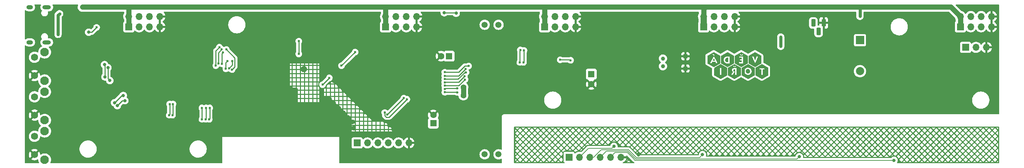
<source format=gbr>
%TF.GenerationSoftware,KiCad,Pcbnew,(6.0.1)*%
%TF.CreationDate,2022-01-22T16:32:06+01:00*%
%TF.ProjectId,MoBo and Touchbar,4d6f426f-2061-46e6-9420-546f75636862,rev?*%
%TF.SameCoordinates,Original*%
%TF.FileFunction,Copper,L2,Bot*%
%TF.FilePolarity,Positive*%
%FSLAX46Y46*%
G04 Gerber Fmt 4.6, Leading zero omitted, Abs format (unit mm)*
G04 Created by KiCad (PCBNEW (6.0.1)) date 2022-01-22 16:32:06*
%MOMM*%
%LPD*%
G01*
G04 APERTURE LIST*
G04 Aperture macros list*
%AMRoundRect*
0 Rectangle with rounded corners*
0 $1 Rounding radius*
0 $2 $3 $4 $5 $6 $7 $8 $9 X,Y pos of 4 corners*
0 Add a 4 corners polygon primitive as box body*
4,1,4,$2,$3,$4,$5,$6,$7,$8,$9,$2,$3,0*
0 Add four circle primitives for the rounded corners*
1,1,$1+$1,$2,$3*
1,1,$1+$1,$4,$5*
1,1,$1+$1,$6,$7*
1,1,$1+$1,$8,$9*
0 Add four rect primitives between the rounded corners*
20,1,$1+$1,$2,$3,$4,$5,0*
20,1,$1+$1,$4,$5,$6,$7,0*
20,1,$1+$1,$6,$7,$8,$9,0*
20,1,$1+$1,$8,$9,$2,$3,0*%
G04 Aperture macros list end*
%TA.AperFunction,EtchedComponent*%
%ADD10C,0.010000*%
%TD*%
%TA.AperFunction,ComponentPad*%
%ADD11C,1.500000*%
%TD*%
%TA.AperFunction,ComponentPad*%
%ADD12R,1.700000X1.700000*%
%TD*%
%TA.AperFunction,ComponentPad*%
%ADD13O,1.700000X1.700000*%
%TD*%
%TA.AperFunction,ComponentPad*%
%ADD14R,2.000000X2.000000*%
%TD*%
%TA.AperFunction,ComponentPad*%
%ADD15C,2.000000*%
%TD*%
%TA.AperFunction,ComponentPad*%
%ADD16R,1.600000X1.600000*%
%TD*%
%TA.AperFunction,ComponentPad*%
%ADD17C,1.600000*%
%TD*%
%TA.AperFunction,ComponentPad*%
%ADD18C,1.000000*%
%TD*%
%TA.AperFunction,ComponentPad*%
%ADD19R,1.000000X1.000000*%
%TD*%
%TA.AperFunction,ComponentPad*%
%ADD20O,2.100000X1.000000*%
%TD*%
%TA.AperFunction,ComponentPad*%
%ADD21O,1.600000X1.000000*%
%TD*%
%TA.AperFunction,ComponentPad*%
%ADD22C,2.100000*%
%TD*%
%TA.AperFunction,ComponentPad*%
%ADD23C,1.750000*%
%TD*%
%TA.AperFunction,ComponentPad*%
%ADD24R,1.100000X1.800000*%
%TD*%
%TA.AperFunction,ComponentPad*%
%ADD25RoundRect,0.275000X0.275000X0.625000X-0.275000X0.625000X-0.275000X-0.625000X0.275000X-0.625000X0*%
%TD*%
%TA.AperFunction,ViaPad*%
%ADD26C,1.000000*%
%TD*%
%TA.AperFunction,ViaPad*%
%ADD27C,0.600000*%
%TD*%
%TA.AperFunction,ViaPad*%
%ADD28C,1.400000*%
%TD*%
%TA.AperFunction,ViaPad*%
%ADD29C,0.800000*%
%TD*%
%TA.AperFunction,Conductor*%
%ADD30C,1.270000*%
%TD*%
%TA.AperFunction,Conductor*%
%ADD31C,0.762000*%
%TD*%
%TA.AperFunction,Conductor*%
%ADD32C,1.524000*%
%TD*%
%TA.AperFunction,Conductor*%
%ADD33C,0.254000*%
%TD*%
%TA.AperFunction,Conductor*%
%ADD34C,0.127000*%
%TD*%
G04 APERTURE END LIST*
D10*
%TO.C,G2*%
X181267995Y-15174998D02*
X181255516Y-15180831D01*
X181255516Y-15180831D02*
X181238088Y-15189786D01*
X181238088Y-15189786D02*
X181216914Y-15201236D01*
X181216914Y-15201236D02*
X181193199Y-15214554D01*
X181193199Y-15214554D02*
X181182570Y-15220671D01*
X181182570Y-15220671D02*
X181156584Y-15235713D01*
X181156584Y-15235713D02*
X181131253Y-15250338D01*
X181131253Y-15250338D02*
X181108157Y-15263636D01*
X181108157Y-15263636D02*
X181088875Y-15274699D01*
X181088875Y-15274699D02*
X181074988Y-15282617D01*
X181074988Y-15282617D02*
X181072353Y-15284106D01*
X181072353Y-15284106D02*
X181060040Y-15291122D01*
X181060040Y-15291122D02*
X181041971Y-15301522D01*
X181041971Y-15301522D02*
X181019777Y-15314363D01*
X181019777Y-15314363D02*
X180995088Y-15328700D01*
X180995088Y-15328700D02*
X180969537Y-15343589D01*
X180969537Y-15343589D02*
X180965371Y-15346021D01*
X180965371Y-15346021D02*
X180940384Y-15360574D01*
X180940384Y-15360574D02*
X180916504Y-15374401D01*
X180916504Y-15374401D02*
X180895219Y-15386649D01*
X180895219Y-15386649D02*
X180878019Y-15396459D01*
X180878019Y-15396459D02*
X180866393Y-15402977D01*
X180866393Y-15402977D02*
X180864764Y-15403866D01*
X180864764Y-15403866D02*
X180853492Y-15410142D01*
X180853492Y-15410142D02*
X180836745Y-15419691D01*
X180836745Y-15419691D02*
X180816415Y-15431423D01*
X180816415Y-15431423D02*
X180794396Y-15444250D01*
X180794396Y-15444250D02*
X180783818Y-15450455D01*
X180783818Y-15450455D02*
X180763538Y-15462272D01*
X180763538Y-15462272D02*
X180745839Y-15472384D01*
X180745839Y-15472384D02*
X180732032Y-15480057D01*
X180732032Y-15480057D02*
X180723426Y-15484559D01*
X180723426Y-15484559D02*
X180721248Y-15485437D01*
X180721248Y-15485437D02*
X180716042Y-15487839D01*
X180716042Y-15487839D02*
X180707756Y-15493632D01*
X180707756Y-15493632D02*
X180707558Y-15493788D01*
X180707558Y-15493788D02*
X180697856Y-15500431D01*
X180697856Y-15500431D02*
X180684072Y-15508730D01*
X180684072Y-15508730D02*
X180673802Y-15514411D01*
X180673802Y-15514411D02*
X180659634Y-15522131D01*
X180659634Y-15522131D02*
X180641163Y-15532481D01*
X180641163Y-15532481D02*
X180621458Y-15543731D01*
X180621458Y-15543731D02*
X180612587Y-15548872D01*
X180612587Y-15548872D02*
X180596672Y-15558085D01*
X180596672Y-15558085D02*
X180583787Y-15565429D01*
X180583787Y-15565429D02*
X180575534Y-15569998D01*
X180575534Y-15569998D02*
X180573360Y-15571060D01*
X180573360Y-15571060D02*
X180569482Y-15573223D01*
X180569482Y-15573223D02*
X180560495Y-15578867D01*
X180560495Y-15578867D02*
X180549455Y-15586044D01*
X180549455Y-15586044D02*
X180537093Y-15593833D01*
X180537093Y-15593833D02*
X180527469Y-15599251D01*
X180527469Y-15599251D02*
X180523050Y-15601028D01*
X180523050Y-15601028D02*
X180518255Y-15603135D01*
X180518255Y-15603135D02*
X180507579Y-15608923D01*
X180507579Y-15608923D02*
X180492438Y-15617591D01*
X180492438Y-15617591D02*
X180474250Y-15628340D01*
X180474250Y-15628340D02*
X180467298Y-15632524D01*
X180467298Y-15632524D02*
X180427673Y-15656207D01*
X180427673Y-15656207D02*
X180389813Y-15678317D01*
X180389813Y-15678317D02*
X180355658Y-15697731D01*
X180355658Y-15697731D02*
X180332805Y-15710298D01*
X180332805Y-15710298D02*
X180320408Y-15717141D01*
X180320408Y-15717141D02*
X180302941Y-15727001D01*
X180302941Y-15727001D02*
X180281794Y-15739071D01*
X180281794Y-15739071D02*
X180258355Y-15752547D01*
X180258355Y-15752547D02*
X180234015Y-15766622D01*
X180234015Y-15766622D02*
X180210162Y-15780492D01*
X180210162Y-15780492D02*
X180188186Y-15793349D01*
X180188186Y-15793349D02*
X180169477Y-15804390D01*
X180169477Y-15804390D02*
X180155423Y-15812807D01*
X180155423Y-15812807D02*
X180147415Y-15817796D01*
X180147415Y-15817796D02*
X180147397Y-15817807D01*
X180147397Y-15817807D02*
X180137434Y-15824052D01*
X180137434Y-15824052D02*
X180130637Y-15827612D01*
X180130637Y-15827612D02*
X180129496Y-15827929D01*
X180129496Y-15827929D02*
X180125061Y-15830007D01*
X180125061Y-15830007D02*
X180114643Y-15835731D01*
X180114643Y-15835731D02*
X180099596Y-15844333D01*
X180099596Y-15844333D02*
X180081274Y-15855044D01*
X180081274Y-15855044D02*
X180071930Y-15860580D01*
X180071930Y-15860580D02*
X180048663Y-15874313D01*
X180048663Y-15874313D02*
X180024284Y-15888514D01*
X180024284Y-15888514D02*
X180001474Y-15901633D01*
X180001474Y-15901633D02*
X179982916Y-15912119D01*
X179982916Y-15912119D02*
X179980663Y-15913370D01*
X179980663Y-15913370D02*
X179969410Y-15919635D01*
X179969410Y-15919635D02*
X179956931Y-15926665D01*
X179956931Y-15926665D02*
X179942443Y-15934912D01*
X179942443Y-15934912D02*
X179925164Y-15944828D01*
X179925164Y-15944828D02*
X179904310Y-15956864D01*
X179904310Y-15956864D02*
X179879100Y-15971472D01*
X179879100Y-15971472D02*
X179848750Y-15989103D01*
X179848750Y-15989103D02*
X179812478Y-16010210D01*
X179812478Y-16010210D02*
X179775168Y-16031941D01*
X179775168Y-16031941D02*
X179758739Y-16041364D01*
X179758739Y-16041364D02*
X179744465Y-16049280D01*
X179744465Y-16049280D02*
X179734377Y-16054576D01*
X179734377Y-16054576D02*
X179731286Y-16055992D01*
X179731286Y-16055992D02*
X179730423Y-16056626D01*
X179730423Y-16056626D02*
X179729628Y-16058071D01*
X179729628Y-16058071D02*
X179728899Y-16060670D01*
X179728899Y-16060670D02*
X179728233Y-16064763D01*
X179728233Y-16064763D02*
X179727628Y-16070692D01*
X179727628Y-16070692D02*
X179727080Y-16078799D01*
X179727080Y-16078799D02*
X179726586Y-16089424D01*
X179726586Y-16089424D02*
X179726145Y-16102911D01*
X179726145Y-16102911D02*
X179725752Y-16119600D01*
X179725752Y-16119600D02*
X179725406Y-16139832D01*
X179725406Y-16139832D02*
X179725102Y-16163950D01*
X179725102Y-16163950D02*
X179724839Y-16192294D01*
X179724839Y-16192294D02*
X179724614Y-16225207D01*
X179724614Y-16225207D02*
X179724423Y-16263029D01*
X179724423Y-16263029D02*
X179724264Y-16306103D01*
X179724264Y-16306103D02*
X179724134Y-16354770D01*
X179724134Y-16354770D02*
X179724030Y-16409371D01*
X179724030Y-16409371D02*
X179723950Y-16470248D01*
X179723950Y-16470248D02*
X179723890Y-16537743D01*
X179723890Y-16537743D02*
X179723847Y-16612196D01*
X179723847Y-16612196D02*
X179723819Y-16693950D01*
X179723819Y-16693950D02*
X179723803Y-16783347D01*
X179723803Y-16783347D02*
X179723796Y-16880726D01*
X179723796Y-16880726D02*
X179723794Y-16953234D01*
X179723794Y-16953234D02*
X179723797Y-17056357D01*
X179723797Y-17056357D02*
X179723807Y-17151259D01*
X179723807Y-17151259D02*
X179723826Y-17238282D01*
X179723826Y-17238282D02*
X179723858Y-17317766D01*
X179723858Y-17317766D02*
X179723906Y-17390054D01*
X179723906Y-17390054D02*
X179723972Y-17455486D01*
X179723972Y-17455486D02*
X179724059Y-17514405D01*
X179724059Y-17514405D02*
X179724171Y-17567151D01*
X179724171Y-17567151D02*
X179724309Y-17614065D01*
X179724309Y-17614065D02*
X179724477Y-17655490D01*
X179724477Y-17655490D02*
X179724678Y-17691767D01*
X179724678Y-17691767D02*
X179724915Y-17723236D01*
X179724915Y-17723236D02*
X179725190Y-17750240D01*
X179725190Y-17750240D02*
X179725506Y-17773120D01*
X179725506Y-17773120D02*
X179725866Y-17792217D01*
X179725866Y-17792217D02*
X179726273Y-17807872D01*
X179726273Y-17807872D02*
X179726730Y-17820427D01*
X179726730Y-17820427D02*
X179727239Y-17830224D01*
X179727239Y-17830224D02*
X179727804Y-17837603D01*
X179727804Y-17837603D02*
X179728427Y-17842907D01*
X179728427Y-17842907D02*
X179729112Y-17846476D01*
X179729112Y-17846476D02*
X179729860Y-17848652D01*
X179729860Y-17848652D02*
X179730675Y-17849776D01*
X179730675Y-17849776D02*
X179731286Y-17850120D01*
X179731286Y-17850120D02*
X179735490Y-17851830D01*
X179735490Y-17851830D02*
X179742137Y-17855109D01*
X179742137Y-17855109D02*
X179752114Y-17860443D01*
X179752114Y-17860443D02*
X179766304Y-17868321D01*
X179766304Y-17868321D02*
X179785592Y-17879233D01*
X179785592Y-17879233D02*
X179810864Y-17893667D01*
X179810864Y-17893667D02*
X179829373Y-17904281D01*
X179829373Y-17904281D02*
X179844750Y-17913022D01*
X179844750Y-17913022D02*
X179857467Y-17920089D01*
X179857467Y-17920089D02*
X179865583Y-17924412D01*
X179865583Y-17924412D02*
X179867213Y-17925175D01*
X179867213Y-17925175D02*
X179873988Y-17929108D01*
X179873988Y-17929108D02*
X179877916Y-17932044D01*
X179877916Y-17932044D02*
X179885046Y-17936787D01*
X179885046Y-17936787D02*
X179896937Y-17943704D01*
X179896937Y-17943704D02*
X179907883Y-17949637D01*
X179907883Y-17949637D02*
X179924059Y-17958656D01*
X179924059Y-17958656D02*
X179940081Y-17968432D01*
X179940081Y-17968432D02*
X179948126Y-17973806D01*
X179948126Y-17973806D02*
X179958549Y-17980761D01*
X179958549Y-17980761D02*
X179966059Y-17985008D01*
X179966059Y-17985008D02*
X179967907Y-17985623D01*
X179967907Y-17985623D02*
X179972561Y-17987665D01*
X179972561Y-17987665D02*
X179983113Y-17993255D01*
X179983113Y-17993255D02*
X179998088Y-18001584D01*
X179998088Y-18001584D02*
X180016012Y-18011845D01*
X180016012Y-18011845D02*
X180019709Y-18013992D01*
X180019709Y-18013992D02*
X180057332Y-18035891D01*
X180057332Y-18035891D02*
X180088323Y-18053906D01*
X180088323Y-18053906D02*
X180113440Y-18068474D01*
X180113440Y-18068474D02*
X180133441Y-18080035D01*
X180133441Y-18080035D02*
X180149084Y-18089027D01*
X180149084Y-18089027D02*
X180161128Y-18095888D01*
X180161128Y-18095888D02*
X180169033Y-18100333D01*
X180169033Y-18100333D02*
X180180035Y-18106577D01*
X180180035Y-18106577D02*
X180196343Y-18115964D01*
X180196343Y-18115964D02*
X180215881Y-18127294D01*
X180215881Y-18127294D02*
X180236577Y-18139368D01*
X180236577Y-18139368D02*
X180239672Y-18141180D01*
X180239672Y-18141180D02*
X180260772Y-18153449D01*
X180260772Y-18153449D02*
X180281444Y-18165304D01*
X180281444Y-18165304D02*
X180299462Y-18175480D01*
X180299462Y-18175480D02*
X180312604Y-18182713D01*
X180312604Y-18182713D02*
X180313750Y-18183324D01*
X180313750Y-18183324D02*
X180324693Y-18189361D01*
X180324693Y-18189361D02*
X180341362Y-18198849D01*
X180341362Y-18198849D02*
X180362133Y-18210848D01*
X180362133Y-18210848D02*
X180385379Y-18224419D01*
X180385379Y-18224419D02*
X180408752Y-18238196D01*
X180408752Y-18238196D02*
X180431150Y-18251372D01*
X180431150Y-18251372D02*
X180451046Y-18262906D01*
X180451046Y-18262906D02*
X180467266Y-18272131D01*
X180467266Y-18272131D02*
X180478638Y-18278379D01*
X180478638Y-18278379D02*
X180483986Y-18280985D01*
X180483986Y-18280985D02*
X180484177Y-18281021D01*
X180484177Y-18281021D02*
X180489600Y-18283541D01*
X180489600Y-18283541D02*
X180494062Y-18286957D01*
X180494062Y-18286957D02*
X180501376Y-18292117D01*
X180501376Y-18292117D02*
X180513393Y-18299401D01*
X180513393Y-18299401D02*
X180524368Y-18305520D01*
X180524368Y-18305520D02*
X180538750Y-18313410D01*
X180538750Y-18313410D02*
X180557406Y-18323885D01*
X180557406Y-18323885D02*
X180577228Y-18335194D01*
X180577228Y-18335194D02*
X180585988Y-18340256D01*
X180585988Y-18340256D02*
X180601909Y-18349439D01*
X180601909Y-18349439D02*
X180614798Y-18356759D01*
X180614798Y-18356759D02*
X180623048Y-18361309D01*
X180623048Y-18361309D02*
X180625215Y-18362363D01*
X180625215Y-18362363D02*
X180629093Y-18364526D01*
X180629093Y-18364526D02*
X180638080Y-18370170D01*
X180638080Y-18370170D02*
X180649120Y-18377347D01*
X180649120Y-18377347D02*
X180661628Y-18385154D01*
X180661628Y-18385154D02*
X180671563Y-18390575D01*
X180671563Y-18390575D02*
X180676308Y-18392331D01*
X180676308Y-18392331D02*
X180681965Y-18394574D01*
X180681965Y-18394574D02*
X180692236Y-18400409D01*
X180692236Y-18400409D02*
X180702993Y-18407315D01*
X180702993Y-18407315D02*
X180714815Y-18415110D01*
X180714815Y-18415110D02*
X180723504Y-18420529D01*
X180723504Y-18420529D02*
X180726920Y-18422299D01*
X180726920Y-18422299D02*
X180730964Y-18424357D01*
X180730964Y-18424357D02*
X180741214Y-18430084D01*
X180741214Y-18430084D02*
X180756496Y-18438809D01*
X180756496Y-18438809D02*
X180775632Y-18449860D01*
X180775632Y-18449860D02*
X180797450Y-18462568D01*
X180797450Y-18462568D02*
X180798137Y-18462970D01*
X180798137Y-18462970D02*
X180820054Y-18475724D01*
X180820054Y-18475724D02*
X180839364Y-18486840D01*
X180839364Y-18486840D02*
X180854884Y-18495646D01*
X180854884Y-18495646D02*
X180865429Y-18501469D01*
X180865429Y-18501469D02*
X180869812Y-18503639D01*
X180869812Y-18503639D02*
X180869834Y-18503641D01*
X180869834Y-18503641D02*
X180874326Y-18505688D01*
X180874326Y-18505688D02*
X180883984Y-18511044D01*
X180883984Y-18511044D02*
X180896181Y-18518230D01*
X180896181Y-18518230D02*
X180911683Y-18527479D01*
X180911683Y-18527479D02*
X180932039Y-18539479D01*
X180932039Y-18539479D02*
X180955620Y-18553287D01*
X180955620Y-18553287D02*
X180980798Y-18567954D01*
X180980798Y-18567954D02*
X181005942Y-18582536D01*
X181005942Y-18582536D02*
X181029423Y-18596086D01*
X181029423Y-18596086D02*
X181049613Y-18607659D01*
X181049613Y-18607659D02*
X181064880Y-18616308D01*
X181064880Y-18616308D02*
X181070213Y-18619270D01*
X181070213Y-18619270D02*
X181082679Y-18626226D01*
X181082679Y-18626226D02*
X181100270Y-18636207D01*
X181100270Y-18636207D02*
X181121516Y-18648360D01*
X181121516Y-18648360D02*
X181144941Y-18661834D01*
X181144941Y-18661834D02*
X181169075Y-18675776D01*
X181169075Y-18675776D02*
X181192443Y-18689336D01*
X181192443Y-18689336D02*
X181213573Y-18701659D01*
X181213573Y-18701659D02*
X181230992Y-18711896D01*
X181230992Y-18711896D02*
X181243227Y-18719195D01*
X181243227Y-18719195D02*
X181247107Y-18721580D01*
X181247107Y-18721580D02*
X181257115Y-18726925D01*
X181257115Y-18726925D02*
X181266961Y-18729467D01*
X181266961Y-18729467D02*
X181277928Y-18728855D01*
X181277928Y-18728855D02*
X181291296Y-18724742D01*
X181291296Y-18724742D02*
X181308347Y-18716777D01*
X181308347Y-18716777D02*
X181330361Y-18704612D01*
X181330361Y-18704612D02*
X181348487Y-18693961D01*
X181348487Y-18693961D02*
X181369566Y-18681461D01*
X181369566Y-18681461D02*
X181388787Y-18670163D01*
X181388787Y-18670163D02*
X181404625Y-18660956D01*
X181404625Y-18660956D02*
X181415557Y-18654728D01*
X181415557Y-18654728D02*
X181419126Y-18652790D01*
X181419126Y-18652790D02*
X181428778Y-18647459D01*
X181428778Y-18647459D02*
X181442103Y-18639630D01*
X181442103Y-18639630D02*
X181451234Y-18634070D01*
X181451234Y-18634070D02*
X181465569Y-18625437D01*
X181465569Y-18625437D02*
X181479112Y-18617668D01*
X181479112Y-18617668D02*
X181485483Y-18614233D01*
X181485483Y-18614233D02*
X181493810Y-18609707D01*
X181493810Y-18609707D02*
X181507776Y-18601848D01*
X181507776Y-18601848D02*
X181525631Y-18591648D01*
X181525631Y-18591648D02*
X181545626Y-18580105D01*
X181545626Y-18580105D02*
X181551841Y-18576493D01*
X181551841Y-18576493D02*
X181573387Y-18564018D01*
X181573387Y-18564018D02*
X181594532Y-18551892D01*
X181594532Y-18551892D02*
X181613096Y-18541359D01*
X181613096Y-18541359D02*
X181626895Y-18533663D01*
X181626895Y-18533663D02*
X181628902Y-18532568D01*
X181628902Y-18532568D02*
X181642562Y-18524802D01*
X181642562Y-18524802D02*
X181653845Y-18517760D01*
X181653845Y-18517760D02*
X181659207Y-18513857D01*
X181659207Y-18513857D02*
X181665641Y-18509036D01*
X181665641Y-18509036D02*
X181668225Y-18507922D01*
X181668225Y-18507922D02*
X181672639Y-18505897D01*
X181672639Y-18505897D02*
X181682767Y-18500430D01*
X181682767Y-18500430D02*
X181696948Y-18492434D01*
X181696948Y-18492434D02*
X181708559Y-18485728D01*
X181708559Y-18485728D02*
X181782761Y-18443138D01*
X181782761Y-18443138D02*
X181818619Y-18423060D01*
X181818619Y-18423060D02*
X181833549Y-18414643D01*
X181833549Y-18414643D02*
X181851864Y-18404120D01*
X181851864Y-18404120D02*
X181871710Y-18392581D01*
X181871710Y-18392581D02*
X181891234Y-18381113D01*
X181891234Y-18381113D02*
X181908580Y-18370805D01*
X181908580Y-18370805D02*
X181921894Y-18362744D01*
X181921894Y-18362744D02*
X181928581Y-18358523D01*
X181928581Y-18358523D02*
X181937783Y-18352944D01*
X181937783Y-18352944D02*
X181951621Y-18345165D01*
X181951621Y-18345165D02*
X181967102Y-18336870D01*
X181967102Y-18336870D02*
X181967112Y-18336865D01*
X181967112Y-18336865D02*
X181982599Y-18328528D01*
X181982599Y-18328528D02*
X181996444Y-18320645D01*
X181996444Y-18320645D02*
X182005642Y-18314927D01*
X182005642Y-18314927D02*
X182012274Y-18310790D01*
X182012274Y-18310790D02*
X182025195Y-18303119D01*
X182025195Y-18303119D02*
X182043240Y-18292592D01*
X182043240Y-18292592D02*
X182065241Y-18279886D01*
X182065241Y-18279886D02*
X182090034Y-18265679D01*
X182090034Y-18265679D02*
X182108389Y-18255224D01*
X182108389Y-18255224D02*
X182137418Y-18238692D01*
X182137418Y-18238692D02*
X182167229Y-18221646D01*
X182167229Y-18221646D02*
X182195958Y-18205157D01*
X182195958Y-18205157D02*
X182221745Y-18190295D01*
X182221745Y-18190295D02*
X182242725Y-18178128D01*
X182242725Y-18178128D02*
X182249667Y-18174073D01*
X182249667Y-18174073D02*
X182270848Y-18161737D01*
X182270848Y-18161737D02*
X182292056Y-18149519D01*
X182292056Y-18149519D02*
X182310818Y-18138834D01*
X182310818Y-18138834D02*
X182324587Y-18131141D01*
X182324587Y-18131141D02*
X182339466Y-18122643D01*
X182339466Y-18122643D02*
X182352675Y-18114510D01*
X182352675Y-18114510D02*
X182360483Y-18109138D01*
X182360483Y-18109138D02*
X182369310Y-18103438D01*
X182369310Y-18103438D02*
X182375525Y-18101214D01*
X182375525Y-18101214D02*
X182381401Y-18098965D01*
X182381401Y-18098965D02*
X182391837Y-18093115D01*
X182391837Y-18093115D02*
X182402606Y-18086230D01*
X182402606Y-18086230D02*
X182414431Y-18078434D01*
X182414431Y-18078434D02*
X182423127Y-18073015D01*
X182423127Y-18073015D02*
X182426551Y-18071246D01*
X182426551Y-18071246D02*
X182430724Y-18069230D01*
X182430724Y-18069230D02*
X182440651Y-18063789D01*
X182440651Y-18063789D02*
X182454697Y-18055830D01*
X182454697Y-18055830D02*
X182466320Y-18049123D01*
X182466320Y-18049123D02*
X182491253Y-18034641D01*
X182491253Y-18034641D02*
X182509898Y-18023829D01*
X182509898Y-18023829D02*
X182523365Y-18016049D01*
X182523365Y-18016049D02*
X182532768Y-18010664D01*
X182532768Y-18010664D02*
X182539218Y-18007037D01*
X182539218Y-18007037D02*
X182543827Y-18004531D01*
X182543827Y-18004531D02*
X182547206Y-18002766D01*
X182547206Y-18002766D02*
X182556514Y-17997671D01*
X182556514Y-17997671D02*
X182568475Y-17990762D01*
X182568475Y-17990762D02*
X182570752Y-17989409D01*
X182570752Y-17989409D02*
X182575579Y-17986547D01*
X182575579Y-17986547D02*
X182582238Y-17982640D01*
X182582238Y-17982640D02*
X182591387Y-17977307D01*
X182591387Y-17977307D02*
X182603683Y-17970169D01*
X182603683Y-17970169D02*
X182619783Y-17960844D01*
X182619783Y-17960844D02*
X182640342Y-17948953D01*
X182640342Y-17948953D02*
X182666019Y-17934116D01*
X182666019Y-17934116D02*
X182697469Y-17915952D01*
X182697469Y-17915952D02*
X182735350Y-17894082D01*
X182735350Y-17894082D02*
X182756982Y-17881595D01*
X182756982Y-17881595D02*
X182773292Y-17872160D01*
X182773292Y-17872160D02*
X182788592Y-17863277D01*
X182788592Y-17863277D02*
X182799869Y-17856696D01*
X182799869Y-17856696D02*
X182800863Y-17856112D01*
X182800863Y-17856112D02*
X182814777Y-17847928D01*
X182814777Y-17847928D02*
X182814777Y-16465818D01*
X182814777Y-16465818D02*
X181955267Y-16465818D01*
X181955267Y-16465818D02*
X181500467Y-16465818D01*
X181500467Y-16465818D02*
X181500467Y-17848626D01*
X181500467Y-17848626D02*
X181488229Y-17848626D01*
X181488229Y-17848626D02*
X181481581Y-17848230D01*
X181481581Y-17848230D02*
X181467305Y-17847094D01*
X181467305Y-17847094D02*
X181446294Y-17845300D01*
X181446294Y-17845300D02*
X181419445Y-17842925D01*
X181419445Y-17842925D02*
X181387652Y-17840052D01*
X181387652Y-17840052D02*
X181351809Y-17836760D01*
X181351809Y-17836760D02*
X181312810Y-17833128D01*
X181312810Y-17833128D02*
X181273102Y-17829384D01*
X181273102Y-17829384D02*
X181232293Y-17825520D01*
X181232293Y-17825520D02*
X181194094Y-17821913D01*
X181194094Y-17821913D02*
X181159350Y-17818644D01*
X181159350Y-17818644D02*
X181128904Y-17815791D01*
X181128904Y-17815791D02*
X181103603Y-17813433D01*
X181103603Y-17813433D02*
X181084289Y-17811649D01*
X181084289Y-17811649D02*
X181071808Y-17810518D01*
X181071808Y-17810518D02*
X181067004Y-17810119D01*
X181067004Y-17810119D02*
X181067002Y-17810119D01*
X181067002Y-17810119D02*
X181066643Y-17805911D01*
X181066643Y-17805911D02*
X181066295Y-17793599D01*
X181066295Y-17793599D02*
X181065961Y-17773640D01*
X181065961Y-17773640D02*
X181065642Y-17746490D01*
X181065642Y-17746490D02*
X181065342Y-17712608D01*
X181065342Y-17712608D02*
X181065061Y-17672451D01*
X181065061Y-17672451D02*
X181064802Y-17626476D01*
X181064802Y-17626476D02*
X181064568Y-17575142D01*
X181064568Y-17575142D02*
X181064360Y-17518904D01*
X181064360Y-17518904D02*
X181064182Y-17458222D01*
X181064182Y-17458222D02*
X181064034Y-17393551D01*
X181064034Y-17393551D02*
X181063919Y-17325351D01*
X181063919Y-17325351D02*
X181063839Y-17254078D01*
X181063839Y-17254078D02*
X181063797Y-17180189D01*
X181063797Y-17180189D02*
X181063791Y-17137957D01*
X181063791Y-17137957D02*
X181063791Y-16465818D01*
X181063791Y-16465818D02*
X180639958Y-16465818D01*
X180639958Y-16465818D02*
X180639958Y-16063391D01*
X180639958Y-16063391D02*
X181242529Y-16063442D01*
X181242529Y-16063442D02*
X181845099Y-16063493D01*
X181845099Y-16063493D02*
X181897670Y-16255023D01*
X181897670Y-16255023D02*
X181908453Y-16294318D01*
X181908453Y-16294318D02*
X181918599Y-16331310D01*
X181918599Y-16331310D02*
X181927870Y-16365133D01*
X181927870Y-16365133D02*
X181936030Y-16394921D01*
X181936030Y-16394921D02*
X181942840Y-16419806D01*
X181942840Y-16419806D02*
X181948064Y-16438922D01*
X181948064Y-16438922D02*
X181951464Y-16451401D01*
X181951464Y-16451401D02*
X181952754Y-16456186D01*
X181952754Y-16456186D02*
X181955267Y-16465818D01*
X181955267Y-16465818D02*
X182814777Y-16465818D01*
X182814777Y-16465818D02*
X182814777Y-16056829D01*
X182814777Y-16056829D02*
X182790161Y-16042056D01*
X182790161Y-16042056D02*
X182773915Y-16032519D01*
X182773915Y-16032519D02*
X182754174Y-16021231D01*
X182754174Y-16021231D02*
X182734978Y-16010500D01*
X182734978Y-16010500D02*
X182733435Y-16009652D01*
X182733435Y-16009652D02*
X182714553Y-15999111D01*
X182714553Y-15999111D02*
X182692252Y-15986407D01*
X182692252Y-15986407D02*
X182670454Y-15973781D01*
X182670454Y-15973781D02*
X182663867Y-15969911D01*
X182663867Y-15969911D02*
X182631365Y-15950736D01*
X182631365Y-15950736D02*
X182605261Y-15935364D01*
X182605261Y-15935364D02*
X182584585Y-15923231D01*
X182584585Y-15923231D02*
X182568368Y-15913776D01*
X182568368Y-15913776D02*
X182555641Y-15906436D01*
X182555641Y-15906436D02*
X182545435Y-15900650D01*
X182545435Y-15900650D02*
X182536780Y-15895856D01*
X182536780Y-15895856D02*
X182528708Y-15891490D01*
X182528708Y-15891490D02*
X182527941Y-15891080D01*
X182527941Y-15891080D02*
X182512301Y-15882433D01*
X182512301Y-15882433D02*
X182497203Y-15873621D01*
X182497203Y-15873621D02*
X182489411Y-15868788D01*
X182489411Y-15868788D02*
X182481329Y-15863840D01*
X182481329Y-15863840D02*
X182467347Y-15855572D01*
X182467347Y-15855572D02*
X182449021Y-15844878D01*
X182449021Y-15844878D02*
X182427903Y-15832653D01*
X182427903Y-15832653D02*
X182405548Y-15819791D01*
X182405548Y-15819791D02*
X182383509Y-15807187D01*
X182383509Y-15807187D02*
X182363340Y-15795735D01*
X182363340Y-15795735D02*
X182346596Y-15786330D01*
X182346596Y-15786330D02*
X182336531Y-15780783D01*
X182336531Y-15780783D02*
X182327710Y-15775858D01*
X182327710Y-15775858D02*
X182312431Y-15767166D01*
X182312431Y-15767166D02*
X182291634Y-15755251D01*
X182291634Y-15755251D02*
X182266261Y-15740656D01*
X182266261Y-15740656D02*
X182237251Y-15723923D01*
X182237251Y-15723923D02*
X182205546Y-15705595D01*
X182205546Y-15705595D02*
X182172085Y-15686217D01*
X182172085Y-15686217D02*
X182137810Y-15666329D01*
X182137810Y-15666329D02*
X182103661Y-15646477D01*
X182103661Y-15646477D02*
X182079648Y-15632491D01*
X182079648Y-15632491D02*
X182053320Y-15617173D01*
X182053320Y-15617173D02*
X182028433Y-15602749D01*
X182028433Y-15602749D02*
X182006273Y-15589961D01*
X182006273Y-15589961D02*
X181988124Y-15579549D01*
X181988124Y-15579549D02*
X181975272Y-15572253D01*
X181975272Y-15572253D02*
X181970479Y-15569592D01*
X181970479Y-15569592D02*
X181958714Y-15563043D01*
X181958714Y-15563043D02*
X181942243Y-15553661D01*
X181942243Y-15553661D02*
X181923729Y-15542970D01*
X181923729Y-15542970D02*
X181913597Y-15537057D01*
X181913597Y-15537057D02*
X181893863Y-15525556D01*
X181893863Y-15525556D02*
X181869938Y-15511705D01*
X181869938Y-15511705D02*
X181845074Y-15497384D01*
X181845074Y-15497384D02*
X181825834Y-15486360D01*
X181825834Y-15486360D02*
X181805842Y-15474898D01*
X181805842Y-15474898D02*
X181780729Y-15460433D01*
X181780729Y-15460433D02*
X181752767Y-15444278D01*
X181752767Y-15444278D02*
X181724229Y-15427745D01*
X181724229Y-15427745D02*
X181700645Y-15414044D01*
X181700645Y-15414044D02*
X181677684Y-15400744D01*
X181677684Y-15400744D02*
X181657291Y-15389047D01*
X181657291Y-15389047D02*
X181640599Y-15379594D01*
X181640599Y-15379594D02*
X181628742Y-15373025D01*
X181628742Y-15373025D02*
X181622855Y-15369982D01*
X181622855Y-15369982D02*
X181622448Y-15369847D01*
X181622448Y-15369847D02*
X181617946Y-15367709D01*
X181617946Y-15367709D02*
X181608465Y-15362145D01*
X181608465Y-15362145D02*
X181597797Y-15355464D01*
X181597797Y-15355464D02*
X181584708Y-15347363D01*
X181584708Y-15347363D02*
X181566740Y-15336640D01*
X181566740Y-15336640D02*
X181546498Y-15324835D01*
X181546498Y-15324835D02*
X181530803Y-15315864D01*
X181530803Y-15315864D02*
X181507776Y-15302829D01*
X181507776Y-15302829D02*
X181490565Y-15293044D01*
X181490565Y-15293044D02*
X181477528Y-15285552D01*
X181477528Y-15285552D02*
X181467023Y-15279399D01*
X181467023Y-15279399D02*
X181457407Y-15273627D01*
X181457407Y-15273627D02*
X181447039Y-15267281D01*
X181447039Y-15267281D02*
X181441537Y-15263888D01*
X181441537Y-15263888D02*
X181429287Y-15256583D01*
X181429287Y-15256583D02*
X181420043Y-15251544D01*
X181420043Y-15251544D02*
X181416225Y-15249975D01*
X181416225Y-15249975D02*
X181411318Y-15247892D01*
X181411318Y-15247892D02*
X181401674Y-15242541D01*
X181401674Y-15242541D02*
X181393814Y-15237807D01*
X181393814Y-15237807D02*
X181365572Y-15220624D01*
X181365572Y-15220624D02*
X181339318Y-15205246D01*
X181339318Y-15205246D02*
X181316077Y-15192232D01*
X181316077Y-15192232D02*
X181296875Y-15182136D01*
X181296875Y-15182136D02*
X181282735Y-15175517D01*
X181282735Y-15175517D02*
X181274684Y-15172930D01*
X181274684Y-15172930D02*
X181274320Y-15172914D01*
X181274320Y-15172914D02*
X181267995Y-15174998D01*
X181267995Y-15174998D02*
X181267995Y-15174998D01*
G36*
X182800863Y-17856112D02*
G01*
X182799869Y-17856696D01*
X182788592Y-17863277D01*
X182773292Y-17872160D01*
X182756982Y-17881595D01*
X182735350Y-17894082D01*
X182697469Y-17915952D01*
X182666019Y-17934116D01*
X182640342Y-17948953D01*
X182619783Y-17960844D01*
X182603683Y-17970169D01*
X182591387Y-17977307D01*
X182582238Y-17982640D01*
X182575579Y-17986547D01*
X182570752Y-17989409D01*
X182568475Y-17990762D01*
X182556514Y-17997671D01*
X182547206Y-18002766D01*
X182543827Y-18004531D01*
X182539218Y-18007037D01*
X182532768Y-18010664D01*
X182523365Y-18016049D01*
X182509898Y-18023829D01*
X182491253Y-18034641D01*
X182466320Y-18049123D01*
X182454697Y-18055830D01*
X182440651Y-18063789D01*
X182430724Y-18069230D01*
X182426551Y-18071246D01*
X182423127Y-18073015D01*
X182414431Y-18078434D01*
X182402606Y-18086230D01*
X182391837Y-18093115D01*
X182381401Y-18098965D01*
X182375525Y-18101214D01*
X182369310Y-18103438D01*
X182360483Y-18109138D01*
X182352675Y-18114510D01*
X182339466Y-18122643D01*
X182324587Y-18131141D01*
X182310818Y-18138834D01*
X182292056Y-18149519D01*
X182270848Y-18161737D01*
X182249667Y-18174073D01*
X182242725Y-18178128D01*
X182221745Y-18190295D01*
X182195958Y-18205157D01*
X182167229Y-18221646D01*
X182137418Y-18238692D01*
X182108389Y-18255224D01*
X182090034Y-18265679D01*
X182065241Y-18279886D01*
X182043240Y-18292592D01*
X182025195Y-18303119D01*
X182012274Y-18310790D01*
X182005642Y-18314927D01*
X181996444Y-18320645D01*
X181982599Y-18328528D01*
X181967112Y-18336865D01*
X181967102Y-18336870D01*
X181951621Y-18345165D01*
X181937783Y-18352944D01*
X181928581Y-18358523D01*
X181921894Y-18362744D01*
X181908580Y-18370805D01*
X181891234Y-18381113D01*
X181871710Y-18392581D01*
X181851864Y-18404120D01*
X181833549Y-18414643D01*
X181818619Y-18423060D01*
X181782761Y-18443138D01*
X181708559Y-18485728D01*
X181696948Y-18492434D01*
X181682767Y-18500430D01*
X181672639Y-18505897D01*
X181668225Y-18507922D01*
X181665641Y-18509036D01*
X181659207Y-18513857D01*
X181653845Y-18517760D01*
X181642562Y-18524802D01*
X181628902Y-18532568D01*
X181626895Y-18533663D01*
X181613096Y-18541359D01*
X181594532Y-18551892D01*
X181573387Y-18564018D01*
X181551841Y-18576493D01*
X181545626Y-18580105D01*
X181525631Y-18591648D01*
X181507776Y-18601848D01*
X181493810Y-18609707D01*
X181485483Y-18614233D01*
X181479112Y-18617668D01*
X181465569Y-18625437D01*
X181451234Y-18634070D01*
X181442103Y-18639630D01*
X181428778Y-18647459D01*
X181419126Y-18652790D01*
X181415557Y-18654728D01*
X181404625Y-18660956D01*
X181388787Y-18670163D01*
X181369566Y-18681461D01*
X181348487Y-18693961D01*
X181330361Y-18704612D01*
X181308347Y-18716777D01*
X181291296Y-18724742D01*
X181277928Y-18728855D01*
X181266961Y-18729467D01*
X181257115Y-18726925D01*
X181247107Y-18721580D01*
X181243227Y-18719195D01*
X181230992Y-18711896D01*
X181213573Y-18701659D01*
X181192443Y-18689336D01*
X181169075Y-18675776D01*
X181144941Y-18661834D01*
X181121516Y-18648360D01*
X181100270Y-18636207D01*
X181082679Y-18626226D01*
X181070213Y-18619270D01*
X181064880Y-18616308D01*
X181049613Y-18607659D01*
X181029423Y-18596086D01*
X181005942Y-18582536D01*
X180980798Y-18567954D01*
X180955620Y-18553287D01*
X180932039Y-18539479D01*
X180911683Y-18527479D01*
X180896181Y-18518230D01*
X180883984Y-18511044D01*
X180874326Y-18505688D01*
X180869834Y-18503641D01*
X180869812Y-18503639D01*
X180865429Y-18501469D01*
X180854884Y-18495646D01*
X180839364Y-18486840D01*
X180820054Y-18475724D01*
X180798137Y-18462970D01*
X180797450Y-18462568D01*
X180775632Y-18449860D01*
X180756496Y-18438809D01*
X180741214Y-18430084D01*
X180730964Y-18424357D01*
X180726920Y-18422299D01*
X180723504Y-18420529D01*
X180714815Y-18415110D01*
X180702993Y-18407315D01*
X180692236Y-18400409D01*
X180681965Y-18394574D01*
X180676308Y-18392331D01*
X180671563Y-18390575D01*
X180661628Y-18385154D01*
X180649120Y-18377347D01*
X180638080Y-18370170D01*
X180629093Y-18364526D01*
X180625215Y-18362363D01*
X180623048Y-18361309D01*
X180614798Y-18356759D01*
X180601909Y-18349439D01*
X180585988Y-18340256D01*
X180577228Y-18335194D01*
X180557406Y-18323885D01*
X180538750Y-18313410D01*
X180524368Y-18305520D01*
X180513393Y-18299401D01*
X180501376Y-18292117D01*
X180494062Y-18286957D01*
X180489600Y-18283541D01*
X180484177Y-18281021D01*
X180483986Y-18280985D01*
X180478638Y-18278379D01*
X180467266Y-18272131D01*
X180451046Y-18262906D01*
X180431150Y-18251372D01*
X180408752Y-18238196D01*
X180385379Y-18224419D01*
X180362133Y-18210848D01*
X180341362Y-18198849D01*
X180324693Y-18189361D01*
X180313750Y-18183324D01*
X180312604Y-18182713D01*
X180299462Y-18175480D01*
X180281444Y-18165304D01*
X180260772Y-18153449D01*
X180239672Y-18141180D01*
X180236577Y-18139368D01*
X180215881Y-18127294D01*
X180196343Y-18115964D01*
X180180035Y-18106577D01*
X180169033Y-18100333D01*
X180161128Y-18095888D01*
X180149084Y-18089027D01*
X180133441Y-18080035D01*
X180113440Y-18068474D01*
X180088323Y-18053906D01*
X180057332Y-18035891D01*
X180019709Y-18013992D01*
X180016012Y-18011845D01*
X179998088Y-18001584D01*
X179983113Y-17993255D01*
X179972561Y-17987665D01*
X179967907Y-17985623D01*
X179966059Y-17985008D01*
X179958549Y-17980761D01*
X179948126Y-17973806D01*
X179940081Y-17968432D01*
X179924059Y-17958656D01*
X179907883Y-17949637D01*
X179896937Y-17943704D01*
X179885046Y-17936787D01*
X179877916Y-17932044D01*
X179873988Y-17929108D01*
X179867213Y-17925175D01*
X179865583Y-17924412D01*
X179857467Y-17920089D01*
X179844750Y-17913022D01*
X179829373Y-17904281D01*
X179810864Y-17893667D01*
X179785592Y-17879233D01*
X179766304Y-17868321D01*
X179752114Y-17860443D01*
X179742137Y-17855109D01*
X179735490Y-17851830D01*
X179731286Y-17850120D01*
X179730675Y-17849776D01*
X179729860Y-17848652D01*
X179729112Y-17846476D01*
X179728427Y-17842907D01*
X179727804Y-17837603D01*
X179727239Y-17830224D01*
X179726730Y-17820427D01*
X179726273Y-17807872D01*
X179725866Y-17792217D01*
X179725506Y-17773120D01*
X179725190Y-17750240D01*
X179724915Y-17723236D01*
X179724678Y-17691767D01*
X179724477Y-17655490D01*
X179724309Y-17614065D01*
X179724171Y-17567151D01*
X179724059Y-17514405D01*
X179723972Y-17455486D01*
X179723906Y-17390054D01*
X179723858Y-17317766D01*
X179723826Y-17238282D01*
X179723807Y-17151259D01*
X179723797Y-17056357D01*
X179723794Y-16953234D01*
X179723796Y-16880726D01*
X179723803Y-16783347D01*
X179723819Y-16693950D01*
X179723847Y-16612196D01*
X179723890Y-16537743D01*
X179723950Y-16470248D01*
X179723956Y-16465818D01*
X180639958Y-16465818D01*
X181063791Y-16465818D01*
X181063791Y-17137957D01*
X181063797Y-17180189D01*
X181063839Y-17254078D01*
X181063919Y-17325351D01*
X181064034Y-17393551D01*
X181064182Y-17458222D01*
X181064360Y-17518904D01*
X181064568Y-17575142D01*
X181064802Y-17626476D01*
X181065061Y-17672451D01*
X181065342Y-17712608D01*
X181065642Y-17746490D01*
X181065961Y-17773640D01*
X181066295Y-17793599D01*
X181066643Y-17805911D01*
X181067002Y-17810119D01*
X181067004Y-17810119D01*
X181071808Y-17810518D01*
X181084289Y-17811649D01*
X181103603Y-17813433D01*
X181128904Y-17815791D01*
X181159350Y-17818644D01*
X181194094Y-17821913D01*
X181232293Y-17825520D01*
X181273102Y-17829384D01*
X181312810Y-17833128D01*
X181351809Y-17836760D01*
X181387652Y-17840052D01*
X181419445Y-17842925D01*
X181446294Y-17845300D01*
X181467305Y-17847094D01*
X181481581Y-17848230D01*
X181488229Y-17848626D01*
X181500467Y-17848626D01*
X181500467Y-16465818D01*
X181955267Y-16465818D01*
X181952754Y-16456186D01*
X181951464Y-16451401D01*
X181948064Y-16438922D01*
X181942840Y-16419806D01*
X181936030Y-16394921D01*
X181927870Y-16365133D01*
X181918599Y-16331310D01*
X181908453Y-16294318D01*
X181897670Y-16255023D01*
X181845099Y-16063493D01*
X181242529Y-16063442D01*
X180639958Y-16063391D01*
X180639958Y-16465818D01*
X179723956Y-16465818D01*
X179724030Y-16409371D01*
X179724134Y-16354770D01*
X179724264Y-16306103D01*
X179724423Y-16263029D01*
X179724614Y-16225207D01*
X179724839Y-16192294D01*
X179725102Y-16163950D01*
X179725406Y-16139832D01*
X179725752Y-16119600D01*
X179726145Y-16102911D01*
X179726586Y-16089424D01*
X179727080Y-16078799D01*
X179727628Y-16070692D01*
X179728233Y-16064763D01*
X179728899Y-16060670D01*
X179729628Y-16058071D01*
X179730423Y-16056626D01*
X179731286Y-16055992D01*
X179734377Y-16054576D01*
X179744465Y-16049280D01*
X179758739Y-16041364D01*
X179775168Y-16031941D01*
X179812478Y-16010210D01*
X179848750Y-15989103D01*
X179879100Y-15971472D01*
X179904310Y-15956864D01*
X179925164Y-15944828D01*
X179942443Y-15934912D01*
X179956931Y-15926665D01*
X179969410Y-15919635D01*
X179980663Y-15913370D01*
X179982916Y-15912119D01*
X180001474Y-15901633D01*
X180024284Y-15888514D01*
X180048663Y-15874313D01*
X180071930Y-15860580D01*
X180081274Y-15855044D01*
X180099596Y-15844333D01*
X180114643Y-15835731D01*
X180125061Y-15830007D01*
X180129496Y-15827929D01*
X180130637Y-15827612D01*
X180137434Y-15824052D01*
X180147397Y-15817807D01*
X180147415Y-15817796D01*
X180155423Y-15812807D01*
X180169477Y-15804390D01*
X180188186Y-15793349D01*
X180210162Y-15780492D01*
X180234015Y-15766622D01*
X180258355Y-15752547D01*
X180281794Y-15739071D01*
X180302941Y-15727001D01*
X180320408Y-15717141D01*
X180332805Y-15710298D01*
X180355658Y-15697731D01*
X180389813Y-15678317D01*
X180427673Y-15656207D01*
X180467298Y-15632524D01*
X180474250Y-15628340D01*
X180492438Y-15617591D01*
X180507579Y-15608923D01*
X180518255Y-15603135D01*
X180523050Y-15601028D01*
X180527469Y-15599251D01*
X180537093Y-15593833D01*
X180549455Y-15586044D01*
X180560495Y-15578867D01*
X180569482Y-15573223D01*
X180573360Y-15571060D01*
X180575534Y-15569998D01*
X180583787Y-15565429D01*
X180596672Y-15558085D01*
X180612587Y-15548872D01*
X180621458Y-15543731D01*
X180641163Y-15532481D01*
X180659634Y-15522131D01*
X180673802Y-15514411D01*
X180684072Y-15508730D01*
X180697856Y-15500431D01*
X180707558Y-15493788D01*
X180707756Y-15493632D01*
X180716042Y-15487839D01*
X180721248Y-15485437D01*
X180723426Y-15484559D01*
X180732032Y-15480057D01*
X180745839Y-15472384D01*
X180763538Y-15462272D01*
X180783818Y-15450455D01*
X180794396Y-15444250D01*
X180816415Y-15431423D01*
X180836745Y-15419691D01*
X180853492Y-15410142D01*
X180864764Y-15403866D01*
X180866393Y-15402977D01*
X180878019Y-15396459D01*
X180895219Y-15386649D01*
X180916504Y-15374401D01*
X180940384Y-15360574D01*
X180965371Y-15346021D01*
X180969537Y-15343589D01*
X180995088Y-15328700D01*
X181019777Y-15314363D01*
X181041971Y-15301522D01*
X181060040Y-15291122D01*
X181072353Y-15284106D01*
X181074988Y-15282617D01*
X181088875Y-15274699D01*
X181108157Y-15263636D01*
X181131253Y-15250338D01*
X181156584Y-15235713D01*
X181182570Y-15220671D01*
X181193199Y-15214554D01*
X181216914Y-15201236D01*
X181238088Y-15189786D01*
X181255516Y-15180831D01*
X181267995Y-15174998D01*
X181274320Y-15172914D01*
X181274684Y-15172930D01*
X181282735Y-15175517D01*
X181296875Y-15182136D01*
X181316077Y-15192232D01*
X181339318Y-15205246D01*
X181365572Y-15220624D01*
X181393814Y-15237807D01*
X181401674Y-15242541D01*
X181411318Y-15247892D01*
X181416225Y-15249975D01*
X181420043Y-15251544D01*
X181429287Y-15256583D01*
X181441537Y-15263888D01*
X181447039Y-15267281D01*
X181457407Y-15273627D01*
X181467023Y-15279399D01*
X181477528Y-15285552D01*
X181490565Y-15293044D01*
X181507776Y-15302829D01*
X181530803Y-15315864D01*
X181546498Y-15324835D01*
X181566740Y-15336640D01*
X181584708Y-15347363D01*
X181597797Y-15355464D01*
X181608465Y-15362145D01*
X181617946Y-15367709D01*
X181622448Y-15369847D01*
X181622855Y-15369982D01*
X181628742Y-15373025D01*
X181640599Y-15379594D01*
X181657291Y-15389047D01*
X181677684Y-15400744D01*
X181700645Y-15414044D01*
X181724229Y-15427745D01*
X181752767Y-15444278D01*
X181780729Y-15460433D01*
X181805842Y-15474898D01*
X181825834Y-15486360D01*
X181845074Y-15497384D01*
X181869938Y-15511705D01*
X181893863Y-15525556D01*
X181913597Y-15537057D01*
X181923729Y-15542970D01*
X181942243Y-15553661D01*
X181958714Y-15563043D01*
X181970479Y-15569592D01*
X181975272Y-15572253D01*
X181988124Y-15579549D01*
X182006273Y-15589961D01*
X182028433Y-15602749D01*
X182053320Y-15617173D01*
X182079648Y-15632491D01*
X182103661Y-15646477D01*
X182137810Y-15666329D01*
X182172085Y-15686217D01*
X182205546Y-15705595D01*
X182237251Y-15723923D01*
X182266261Y-15740656D01*
X182291634Y-15755251D01*
X182312431Y-15767166D01*
X182327710Y-15775858D01*
X182336531Y-15780783D01*
X182346596Y-15786330D01*
X182363340Y-15795735D01*
X182383509Y-15807187D01*
X182405548Y-15819791D01*
X182427903Y-15832653D01*
X182449021Y-15844878D01*
X182467347Y-15855572D01*
X182481329Y-15863840D01*
X182489411Y-15868788D01*
X182497203Y-15873621D01*
X182512301Y-15882433D01*
X182527941Y-15891080D01*
X182528708Y-15891490D01*
X182536780Y-15895856D01*
X182545435Y-15900650D01*
X182555641Y-15906436D01*
X182568368Y-15913776D01*
X182584585Y-15923231D01*
X182605261Y-15935364D01*
X182631365Y-15950736D01*
X182663867Y-15969911D01*
X182670454Y-15973781D01*
X182692252Y-15986407D01*
X182714553Y-15999111D01*
X182733435Y-16009652D01*
X182734978Y-16010500D01*
X182754174Y-16021231D01*
X182773915Y-16032519D01*
X182790161Y-16042056D01*
X182814777Y-16056829D01*
X182814777Y-17847928D01*
X182800863Y-17856112D01*
G37*
X182800863Y-17856112D02*
X182799869Y-17856696D01*
X182788592Y-17863277D01*
X182773292Y-17872160D01*
X182756982Y-17881595D01*
X182735350Y-17894082D01*
X182697469Y-17915952D01*
X182666019Y-17934116D01*
X182640342Y-17948953D01*
X182619783Y-17960844D01*
X182603683Y-17970169D01*
X182591387Y-17977307D01*
X182582238Y-17982640D01*
X182575579Y-17986547D01*
X182570752Y-17989409D01*
X182568475Y-17990762D01*
X182556514Y-17997671D01*
X182547206Y-18002766D01*
X182543827Y-18004531D01*
X182539218Y-18007037D01*
X182532768Y-18010664D01*
X182523365Y-18016049D01*
X182509898Y-18023829D01*
X182491253Y-18034641D01*
X182466320Y-18049123D01*
X182454697Y-18055830D01*
X182440651Y-18063789D01*
X182430724Y-18069230D01*
X182426551Y-18071246D01*
X182423127Y-18073015D01*
X182414431Y-18078434D01*
X182402606Y-18086230D01*
X182391837Y-18093115D01*
X182381401Y-18098965D01*
X182375525Y-18101214D01*
X182369310Y-18103438D01*
X182360483Y-18109138D01*
X182352675Y-18114510D01*
X182339466Y-18122643D01*
X182324587Y-18131141D01*
X182310818Y-18138834D01*
X182292056Y-18149519D01*
X182270848Y-18161737D01*
X182249667Y-18174073D01*
X182242725Y-18178128D01*
X182221745Y-18190295D01*
X182195958Y-18205157D01*
X182167229Y-18221646D01*
X182137418Y-18238692D01*
X182108389Y-18255224D01*
X182090034Y-18265679D01*
X182065241Y-18279886D01*
X182043240Y-18292592D01*
X182025195Y-18303119D01*
X182012274Y-18310790D01*
X182005642Y-18314927D01*
X181996444Y-18320645D01*
X181982599Y-18328528D01*
X181967112Y-18336865D01*
X181967102Y-18336870D01*
X181951621Y-18345165D01*
X181937783Y-18352944D01*
X181928581Y-18358523D01*
X181921894Y-18362744D01*
X181908580Y-18370805D01*
X181891234Y-18381113D01*
X181871710Y-18392581D01*
X181851864Y-18404120D01*
X181833549Y-18414643D01*
X181818619Y-18423060D01*
X181782761Y-18443138D01*
X181708559Y-18485728D01*
X181696948Y-18492434D01*
X181682767Y-18500430D01*
X181672639Y-18505897D01*
X181668225Y-18507922D01*
X181665641Y-18509036D01*
X181659207Y-18513857D01*
X181653845Y-18517760D01*
X181642562Y-18524802D01*
X181628902Y-18532568D01*
X181626895Y-18533663D01*
X181613096Y-18541359D01*
X181594532Y-18551892D01*
X181573387Y-18564018D01*
X181551841Y-18576493D01*
X181545626Y-18580105D01*
X181525631Y-18591648D01*
X181507776Y-18601848D01*
X181493810Y-18609707D01*
X181485483Y-18614233D01*
X181479112Y-18617668D01*
X181465569Y-18625437D01*
X181451234Y-18634070D01*
X181442103Y-18639630D01*
X181428778Y-18647459D01*
X181419126Y-18652790D01*
X181415557Y-18654728D01*
X181404625Y-18660956D01*
X181388787Y-18670163D01*
X181369566Y-18681461D01*
X181348487Y-18693961D01*
X181330361Y-18704612D01*
X181308347Y-18716777D01*
X181291296Y-18724742D01*
X181277928Y-18728855D01*
X181266961Y-18729467D01*
X181257115Y-18726925D01*
X181247107Y-18721580D01*
X181243227Y-18719195D01*
X181230992Y-18711896D01*
X181213573Y-18701659D01*
X181192443Y-18689336D01*
X181169075Y-18675776D01*
X181144941Y-18661834D01*
X181121516Y-18648360D01*
X181100270Y-18636207D01*
X181082679Y-18626226D01*
X181070213Y-18619270D01*
X181064880Y-18616308D01*
X181049613Y-18607659D01*
X181029423Y-18596086D01*
X181005942Y-18582536D01*
X180980798Y-18567954D01*
X180955620Y-18553287D01*
X180932039Y-18539479D01*
X180911683Y-18527479D01*
X180896181Y-18518230D01*
X180883984Y-18511044D01*
X180874326Y-18505688D01*
X180869834Y-18503641D01*
X180869812Y-18503639D01*
X180865429Y-18501469D01*
X180854884Y-18495646D01*
X180839364Y-18486840D01*
X180820054Y-18475724D01*
X180798137Y-18462970D01*
X180797450Y-18462568D01*
X180775632Y-18449860D01*
X180756496Y-18438809D01*
X180741214Y-18430084D01*
X180730964Y-18424357D01*
X180726920Y-18422299D01*
X180723504Y-18420529D01*
X180714815Y-18415110D01*
X180702993Y-18407315D01*
X180692236Y-18400409D01*
X180681965Y-18394574D01*
X180676308Y-18392331D01*
X180671563Y-18390575D01*
X180661628Y-18385154D01*
X180649120Y-18377347D01*
X180638080Y-18370170D01*
X180629093Y-18364526D01*
X180625215Y-18362363D01*
X180623048Y-18361309D01*
X180614798Y-18356759D01*
X180601909Y-18349439D01*
X180585988Y-18340256D01*
X180577228Y-18335194D01*
X180557406Y-18323885D01*
X180538750Y-18313410D01*
X180524368Y-18305520D01*
X180513393Y-18299401D01*
X180501376Y-18292117D01*
X180494062Y-18286957D01*
X180489600Y-18283541D01*
X180484177Y-18281021D01*
X180483986Y-18280985D01*
X180478638Y-18278379D01*
X180467266Y-18272131D01*
X180451046Y-18262906D01*
X180431150Y-18251372D01*
X180408752Y-18238196D01*
X180385379Y-18224419D01*
X180362133Y-18210848D01*
X180341362Y-18198849D01*
X180324693Y-18189361D01*
X180313750Y-18183324D01*
X180312604Y-18182713D01*
X180299462Y-18175480D01*
X180281444Y-18165304D01*
X180260772Y-18153449D01*
X180239672Y-18141180D01*
X180236577Y-18139368D01*
X180215881Y-18127294D01*
X180196343Y-18115964D01*
X180180035Y-18106577D01*
X180169033Y-18100333D01*
X180161128Y-18095888D01*
X180149084Y-18089027D01*
X180133441Y-18080035D01*
X180113440Y-18068474D01*
X180088323Y-18053906D01*
X180057332Y-18035891D01*
X180019709Y-18013992D01*
X180016012Y-18011845D01*
X179998088Y-18001584D01*
X179983113Y-17993255D01*
X179972561Y-17987665D01*
X179967907Y-17985623D01*
X179966059Y-17985008D01*
X179958549Y-17980761D01*
X179948126Y-17973806D01*
X179940081Y-17968432D01*
X179924059Y-17958656D01*
X179907883Y-17949637D01*
X179896937Y-17943704D01*
X179885046Y-17936787D01*
X179877916Y-17932044D01*
X179873988Y-17929108D01*
X179867213Y-17925175D01*
X179865583Y-17924412D01*
X179857467Y-17920089D01*
X179844750Y-17913022D01*
X179829373Y-17904281D01*
X179810864Y-17893667D01*
X179785592Y-17879233D01*
X179766304Y-17868321D01*
X179752114Y-17860443D01*
X179742137Y-17855109D01*
X179735490Y-17851830D01*
X179731286Y-17850120D01*
X179730675Y-17849776D01*
X179729860Y-17848652D01*
X179729112Y-17846476D01*
X179728427Y-17842907D01*
X179727804Y-17837603D01*
X179727239Y-17830224D01*
X179726730Y-17820427D01*
X179726273Y-17807872D01*
X179725866Y-17792217D01*
X179725506Y-17773120D01*
X179725190Y-17750240D01*
X179724915Y-17723236D01*
X179724678Y-17691767D01*
X179724477Y-17655490D01*
X179724309Y-17614065D01*
X179724171Y-17567151D01*
X179724059Y-17514405D01*
X179723972Y-17455486D01*
X179723906Y-17390054D01*
X179723858Y-17317766D01*
X179723826Y-17238282D01*
X179723807Y-17151259D01*
X179723797Y-17056357D01*
X179723794Y-16953234D01*
X179723796Y-16880726D01*
X179723803Y-16783347D01*
X179723819Y-16693950D01*
X179723847Y-16612196D01*
X179723890Y-16537743D01*
X179723950Y-16470248D01*
X179723956Y-16465818D01*
X180639958Y-16465818D01*
X181063791Y-16465818D01*
X181063791Y-17137957D01*
X181063797Y-17180189D01*
X181063839Y-17254078D01*
X181063919Y-17325351D01*
X181064034Y-17393551D01*
X181064182Y-17458222D01*
X181064360Y-17518904D01*
X181064568Y-17575142D01*
X181064802Y-17626476D01*
X181065061Y-17672451D01*
X181065342Y-17712608D01*
X181065642Y-17746490D01*
X181065961Y-17773640D01*
X181066295Y-17793599D01*
X181066643Y-17805911D01*
X181067002Y-17810119D01*
X181067004Y-17810119D01*
X181071808Y-17810518D01*
X181084289Y-17811649D01*
X181103603Y-17813433D01*
X181128904Y-17815791D01*
X181159350Y-17818644D01*
X181194094Y-17821913D01*
X181232293Y-17825520D01*
X181273102Y-17829384D01*
X181312810Y-17833128D01*
X181351809Y-17836760D01*
X181387652Y-17840052D01*
X181419445Y-17842925D01*
X181446294Y-17845300D01*
X181467305Y-17847094D01*
X181481581Y-17848230D01*
X181488229Y-17848626D01*
X181500467Y-17848626D01*
X181500467Y-16465818D01*
X181955267Y-16465818D01*
X181952754Y-16456186D01*
X181951464Y-16451401D01*
X181948064Y-16438922D01*
X181942840Y-16419806D01*
X181936030Y-16394921D01*
X181927870Y-16365133D01*
X181918599Y-16331310D01*
X181908453Y-16294318D01*
X181897670Y-16255023D01*
X181845099Y-16063493D01*
X181242529Y-16063442D01*
X180639958Y-16063391D01*
X180639958Y-16465818D01*
X179723956Y-16465818D01*
X179724030Y-16409371D01*
X179724134Y-16354770D01*
X179724264Y-16306103D01*
X179724423Y-16263029D01*
X179724614Y-16225207D01*
X179724839Y-16192294D01*
X179725102Y-16163950D01*
X179725406Y-16139832D01*
X179725752Y-16119600D01*
X179726145Y-16102911D01*
X179726586Y-16089424D01*
X179727080Y-16078799D01*
X179727628Y-16070692D01*
X179728233Y-16064763D01*
X179728899Y-16060670D01*
X179729628Y-16058071D01*
X179730423Y-16056626D01*
X179731286Y-16055992D01*
X179734377Y-16054576D01*
X179744465Y-16049280D01*
X179758739Y-16041364D01*
X179775168Y-16031941D01*
X179812478Y-16010210D01*
X179848750Y-15989103D01*
X179879100Y-15971472D01*
X179904310Y-15956864D01*
X179925164Y-15944828D01*
X179942443Y-15934912D01*
X179956931Y-15926665D01*
X179969410Y-15919635D01*
X179980663Y-15913370D01*
X179982916Y-15912119D01*
X180001474Y-15901633D01*
X180024284Y-15888514D01*
X180048663Y-15874313D01*
X180071930Y-15860580D01*
X180081274Y-15855044D01*
X180099596Y-15844333D01*
X180114643Y-15835731D01*
X180125061Y-15830007D01*
X180129496Y-15827929D01*
X180130637Y-15827612D01*
X180137434Y-15824052D01*
X180147397Y-15817807D01*
X180147415Y-15817796D01*
X180155423Y-15812807D01*
X180169477Y-15804390D01*
X180188186Y-15793349D01*
X180210162Y-15780492D01*
X180234015Y-15766622D01*
X180258355Y-15752547D01*
X180281794Y-15739071D01*
X180302941Y-15727001D01*
X180320408Y-15717141D01*
X180332805Y-15710298D01*
X180355658Y-15697731D01*
X180389813Y-15678317D01*
X180427673Y-15656207D01*
X180467298Y-15632524D01*
X180474250Y-15628340D01*
X180492438Y-15617591D01*
X180507579Y-15608923D01*
X180518255Y-15603135D01*
X180523050Y-15601028D01*
X180527469Y-15599251D01*
X180537093Y-15593833D01*
X180549455Y-15586044D01*
X180560495Y-15578867D01*
X180569482Y-15573223D01*
X180573360Y-15571060D01*
X180575534Y-15569998D01*
X180583787Y-15565429D01*
X180596672Y-15558085D01*
X180612587Y-15548872D01*
X180621458Y-15543731D01*
X180641163Y-15532481D01*
X180659634Y-15522131D01*
X180673802Y-15514411D01*
X180684072Y-15508730D01*
X180697856Y-15500431D01*
X180707558Y-15493788D01*
X180707756Y-15493632D01*
X180716042Y-15487839D01*
X180721248Y-15485437D01*
X180723426Y-15484559D01*
X180732032Y-15480057D01*
X180745839Y-15472384D01*
X180763538Y-15462272D01*
X180783818Y-15450455D01*
X180794396Y-15444250D01*
X180816415Y-15431423D01*
X180836745Y-15419691D01*
X180853492Y-15410142D01*
X180864764Y-15403866D01*
X180866393Y-15402977D01*
X180878019Y-15396459D01*
X180895219Y-15386649D01*
X180916504Y-15374401D01*
X180940384Y-15360574D01*
X180965371Y-15346021D01*
X180969537Y-15343589D01*
X180995088Y-15328700D01*
X181019777Y-15314363D01*
X181041971Y-15301522D01*
X181060040Y-15291122D01*
X181072353Y-15284106D01*
X181074988Y-15282617D01*
X181088875Y-15274699D01*
X181108157Y-15263636D01*
X181131253Y-15250338D01*
X181156584Y-15235713D01*
X181182570Y-15220671D01*
X181193199Y-15214554D01*
X181216914Y-15201236D01*
X181238088Y-15189786D01*
X181255516Y-15180831D01*
X181267995Y-15174998D01*
X181274320Y-15172914D01*
X181274684Y-15172930D01*
X181282735Y-15175517D01*
X181296875Y-15182136D01*
X181316077Y-15192232D01*
X181339318Y-15205246D01*
X181365572Y-15220624D01*
X181393814Y-15237807D01*
X181401674Y-15242541D01*
X181411318Y-15247892D01*
X181416225Y-15249975D01*
X181420043Y-15251544D01*
X181429287Y-15256583D01*
X181441537Y-15263888D01*
X181447039Y-15267281D01*
X181457407Y-15273627D01*
X181467023Y-15279399D01*
X181477528Y-15285552D01*
X181490565Y-15293044D01*
X181507776Y-15302829D01*
X181530803Y-15315864D01*
X181546498Y-15324835D01*
X181566740Y-15336640D01*
X181584708Y-15347363D01*
X181597797Y-15355464D01*
X181608465Y-15362145D01*
X181617946Y-15367709D01*
X181622448Y-15369847D01*
X181622855Y-15369982D01*
X181628742Y-15373025D01*
X181640599Y-15379594D01*
X181657291Y-15389047D01*
X181677684Y-15400744D01*
X181700645Y-15414044D01*
X181724229Y-15427745D01*
X181752767Y-15444278D01*
X181780729Y-15460433D01*
X181805842Y-15474898D01*
X181825834Y-15486360D01*
X181845074Y-15497384D01*
X181869938Y-15511705D01*
X181893863Y-15525556D01*
X181913597Y-15537057D01*
X181923729Y-15542970D01*
X181942243Y-15553661D01*
X181958714Y-15563043D01*
X181970479Y-15569592D01*
X181975272Y-15572253D01*
X181988124Y-15579549D01*
X182006273Y-15589961D01*
X182028433Y-15602749D01*
X182053320Y-15617173D01*
X182079648Y-15632491D01*
X182103661Y-15646477D01*
X182137810Y-15666329D01*
X182172085Y-15686217D01*
X182205546Y-15705595D01*
X182237251Y-15723923D01*
X182266261Y-15740656D01*
X182291634Y-15755251D01*
X182312431Y-15767166D01*
X182327710Y-15775858D01*
X182336531Y-15780783D01*
X182346596Y-15786330D01*
X182363340Y-15795735D01*
X182383509Y-15807187D01*
X182405548Y-15819791D01*
X182427903Y-15832653D01*
X182449021Y-15844878D01*
X182467347Y-15855572D01*
X182481329Y-15863840D01*
X182489411Y-15868788D01*
X182497203Y-15873621D01*
X182512301Y-15882433D01*
X182527941Y-15891080D01*
X182528708Y-15891490D01*
X182536780Y-15895856D01*
X182545435Y-15900650D01*
X182555641Y-15906436D01*
X182568368Y-15913776D01*
X182584585Y-15923231D01*
X182605261Y-15935364D01*
X182631365Y-15950736D01*
X182663867Y-15969911D01*
X182670454Y-15973781D01*
X182692252Y-15986407D01*
X182714553Y-15999111D01*
X182733435Y-16009652D01*
X182734978Y-16010500D01*
X182754174Y-16021231D01*
X182773915Y-16032519D01*
X182790161Y-16042056D01*
X182814777Y-16056829D01*
X182814777Y-17847928D01*
X182800863Y-17856112D01*
X174530453Y-16421146D02*
X174478228Y-16428363D01*
X174478228Y-16428363D02*
X174432533Y-16440311D01*
X174432533Y-16440311D02*
X174393558Y-16456925D01*
X174393558Y-16456925D02*
X174361491Y-16478138D01*
X174361491Y-16478138D02*
X174336520Y-16503887D01*
X174336520Y-16503887D02*
X174333904Y-16507426D01*
X174333904Y-16507426D02*
X174317726Y-16533699D01*
X174317726Y-16533699D02*
X174306095Y-16561815D01*
X174306095Y-16561815D02*
X174298078Y-16594328D01*
X174298078Y-16594328D02*
X174295035Y-16613758D01*
X174295035Y-16613758D02*
X174292096Y-16660054D01*
X174292096Y-16660054D02*
X174295434Y-16705047D01*
X174295434Y-16705047D02*
X174304709Y-16747489D01*
X174304709Y-16747489D02*
X174319580Y-16786129D01*
X174319580Y-16786129D02*
X174339704Y-16819716D01*
X174339704Y-16819716D02*
X174356660Y-16839478D01*
X174356660Y-16839478D02*
X174384031Y-16862811D01*
X174384031Y-16862811D02*
X174414776Y-16881068D01*
X174414776Y-16881068D02*
X174449904Y-16894602D01*
X174449904Y-16894602D02*
X174490425Y-16903767D01*
X174490425Y-16903767D02*
X174537347Y-16908917D01*
X174537347Y-16908917D02*
X174557530Y-16909912D01*
X174557530Y-16909912D02*
X174620676Y-16912116D01*
X174620676Y-16912116D02*
X174620676Y-16418726D01*
X174620676Y-16418726D02*
X174589021Y-16418726D01*
X174589021Y-16418726D02*
X174530453Y-16421146D01*
X174530453Y-16421146D02*
X174530453Y-16421146D01*
G36*
X174620676Y-16912116D02*
G01*
X174557530Y-16909912D01*
X174537347Y-16908917D01*
X174490425Y-16903767D01*
X174449904Y-16894602D01*
X174414776Y-16881068D01*
X174384031Y-16862811D01*
X174356660Y-16839478D01*
X174339704Y-16819716D01*
X174319580Y-16786129D01*
X174304709Y-16747489D01*
X174295434Y-16705047D01*
X174292096Y-16660054D01*
X174295035Y-16613758D01*
X174298078Y-16594328D01*
X174306095Y-16561815D01*
X174317726Y-16533699D01*
X174333904Y-16507426D01*
X174336520Y-16503887D01*
X174361491Y-16478138D01*
X174393558Y-16456925D01*
X174432533Y-16440311D01*
X174478228Y-16428363D01*
X174530453Y-16421146D01*
X174589021Y-16418726D01*
X174620676Y-16418726D01*
X174620676Y-16912116D01*
G37*
X174620676Y-16912116D02*
X174557530Y-16909912D01*
X174537347Y-16908917D01*
X174490425Y-16903767D01*
X174449904Y-16894602D01*
X174414776Y-16881068D01*
X174384031Y-16862811D01*
X174356660Y-16839478D01*
X174339704Y-16819716D01*
X174319580Y-16786129D01*
X174304709Y-16747489D01*
X174295434Y-16705047D01*
X174292096Y-16660054D01*
X174295035Y-16613758D01*
X174298078Y-16594328D01*
X174306095Y-16561815D01*
X174317726Y-16533699D01*
X174333904Y-16507426D01*
X174336520Y-16503887D01*
X174361491Y-16478138D01*
X174393558Y-16456925D01*
X174432533Y-16440311D01*
X174478228Y-16428363D01*
X174530453Y-16421146D01*
X174589021Y-16418726D01*
X174620676Y-16418726D01*
X174620676Y-16912116D01*
X169483601Y-13824745D02*
X169477816Y-13835031D01*
X169477816Y-13835031D02*
X169468743Y-13851430D01*
X169468743Y-13851430D02*
X169456773Y-13873232D01*
X169456773Y-13873232D02*
X169442292Y-13899725D01*
X169442292Y-13899725D02*
X169425692Y-13930199D01*
X169425692Y-13930199D02*
X169407361Y-13963943D01*
X169407361Y-13963943D02*
X169387688Y-14000245D01*
X169387688Y-14000245D02*
X169383755Y-14007513D01*
X169383755Y-14007513D02*
X169363320Y-14045283D01*
X169363320Y-14045283D02*
X169343721Y-14081503D01*
X169343721Y-14081503D02*
X169325417Y-14115328D01*
X169325417Y-14115328D02*
X169308864Y-14145912D01*
X169308864Y-14145912D02*
X169294522Y-14172408D01*
X169294522Y-14172408D02*
X169282848Y-14193972D01*
X169282848Y-14193972D02*
X169274300Y-14209756D01*
X169274300Y-14209756D02*
X169269335Y-14218915D01*
X169269335Y-14218915D02*
X169269131Y-14219290D01*
X169269131Y-14219290D02*
X169255766Y-14243907D01*
X169255766Y-14243907D02*
X169714852Y-14243907D01*
X169714852Y-14243907D02*
X169704457Y-14225712D01*
X169704457Y-14225712D02*
X169700412Y-14218422D01*
X169700412Y-14218422D02*
X169692742Y-14204391D01*
X169692742Y-14204391D02*
X169681878Y-14184415D01*
X169681878Y-14184415D02*
X169668253Y-14159293D01*
X169668253Y-14159293D02*
X169652297Y-14129821D01*
X169652297Y-14129821D02*
X169634444Y-14096799D01*
X169634444Y-14096799D02*
X169615126Y-14061023D01*
X169615126Y-14061023D02*
X169594774Y-14023291D01*
X169594774Y-14023291D02*
X169590233Y-14014866D01*
X169590233Y-14014866D02*
X169570100Y-13977518D01*
X169570100Y-13977518D02*
X169551228Y-13942520D01*
X169551228Y-13942520D02*
X169533999Y-13910584D01*
X169533999Y-13910584D02*
X169518798Y-13882419D01*
X169518798Y-13882419D02*
X169506007Y-13858736D01*
X169506007Y-13858736D02*
X169496011Y-13840245D01*
X169496011Y-13840245D02*
X169489192Y-13827657D01*
X169489192Y-13827657D02*
X169485935Y-13821681D01*
X169485935Y-13821681D02*
X169485709Y-13821283D01*
X169485709Y-13821283D02*
X169483601Y-13824745D01*
X169483601Y-13824745D02*
X169483601Y-13824745D01*
G36*
X169485935Y-13821681D02*
G01*
X169489192Y-13827657D01*
X169496011Y-13840245D01*
X169506007Y-13858736D01*
X169518798Y-13882419D01*
X169533999Y-13910584D01*
X169551228Y-13942520D01*
X169570100Y-13977518D01*
X169590233Y-14014866D01*
X169594774Y-14023291D01*
X169615126Y-14061023D01*
X169634444Y-14096799D01*
X169652297Y-14129821D01*
X169668253Y-14159293D01*
X169681878Y-14184415D01*
X169692742Y-14204391D01*
X169700412Y-14218422D01*
X169704457Y-14225712D01*
X169714852Y-14243907D01*
X169255766Y-14243907D01*
X169269131Y-14219290D01*
X169269335Y-14218915D01*
X169274300Y-14209756D01*
X169282848Y-14193972D01*
X169294522Y-14172408D01*
X169308864Y-14145912D01*
X169325417Y-14115328D01*
X169343721Y-14081503D01*
X169363320Y-14045283D01*
X169383755Y-14007513D01*
X169387688Y-14000245D01*
X169407361Y-13963943D01*
X169425692Y-13930199D01*
X169442292Y-13899725D01*
X169456773Y-13873232D01*
X169468743Y-13851430D01*
X169477816Y-13835031D01*
X169483601Y-13824745D01*
X169485709Y-13821283D01*
X169485935Y-13821681D01*
G37*
X169485935Y-13821681D02*
X169489192Y-13827657D01*
X169496011Y-13840245D01*
X169506007Y-13858736D01*
X169518798Y-13882419D01*
X169533999Y-13910584D01*
X169551228Y-13942520D01*
X169570100Y-13977518D01*
X169590233Y-14014866D01*
X169594774Y-14023291D01*
X169615126Y-14061023D01*
X169634444Y-14096799D01*
X169652297Y-14129821D01*
X169668253Y-14159293D01*
X169681878Y-14184415D01*
X169692742Y-14204391D01*
X169700412Y-14218422D01*
X169704457Y-14225712D01*
X169714852Y-14243907D01*
X169255766Y-14243907D01*
X169269131Y-14219290D01*
X169269335Y-14218915D01*
X169274300Y-14209756D01*
X169282848Y-14193972D01*
X169294522Y-14172408D01*
X169308864Y-14145912D01*
X169325417Y-14115328D01*
X169343721Y-14081503D01*
X169363320Y-14045283D01*
X169383755Y-14007513D01*
X169387688Y-14000245D01*
X169407361Y-13963943D01*
X169425692Y-13930199D01*
X169442292Y-13899725D01*
X169456773Y-13873232D01*
X169468743Y-13851430D01*
X169477816Y-13835031D01*
X169483601Y-13824745D01*
X169485709Y-13821283D01*
X169485935Y-13821681D01*
X172841018Y-12246804D02*
X172826996Y-12252497D01*
X172826996Y-12252497D02*
X172814596Y-12259116D01*
X172814596Y-12259116D02*
X172797151Y-12269352D01*
X172797151Y-12269352D02*
X172778272Y-12280046D01*
X172778272Y-12280046D02*
X172767633Y-12285873D01*
X172767633Y-12285873D02*
X172753211Y-12293642D01*
X172753211Y-12293642D02*
X172740927Y-12300383D01*
X172740927Y-12300383D02*
X172728744Y-12307254D01*
X172728744Y-12307254D02*
X172714627Y-12315414D01*
X172714627Y-12315414D02*
X172696539Y-12326020D01*
X172696539Y-12326020D02*
X172681320Y-12334993D01*
X172681320Y-12334993D02*
X172662989Y-12345740D01*
X172662989Y-12345740D02*
X172645790Y-12355694D01*
X172645790Y-12355694D02*
X172632029Y-12363528D01*
X172632029Y-12363528D02*
X172625665Y-12367046D01*
X172625665Y-12367046D02*
X172614223Y-12373599D01*
X172614223Y-12373599D02*
X172605316Y-12379385D01*
X172605316Y-12379385D02*
X172604260Y-12380184D01*
X172604260Y-12380184D02*
X172597260Y-12384716D01*
X172597260Y-12384716D02*
X172585299Y-12391544D01*
X172585299Y-12391544D02*
X172572151Y-12398568D01*
X172572151Y-12398568D02*
X172557526Y-12406456D01*
X172557526Y-12406456D02*
X172538428Y-12417201D01*
X172538428Y-12417201D02*
X172517690Y-12429193D01*
X172517690Y-12429193D02*
X172503653Y-12437503D01*
X172503653Y-12437503D02*
X172483460Y-12449400D01*
X172483460Y-12449400D02*
X172462915Y-12461172D01*
X172462915Y-12461172D02*
X172444849Y-12471213D01*
X172444849Y-12471213D02*
X172435155Y-12476372D01*
X172435155Y-12476372D02*
X172420987Y-12483979D01*
X172420987Y-12483979D02*
X172409296Y-12490807D01*
X172409296Y-12490807D02*
X172403046Y-12495056D01*
X172403046Y-12495056D02*
X172395940Y-12499948D01*
X172395940Y-12499948D02*
X172384090Y-12507049D01*
X172384090Y-12507049D02*
X172373078Y-12513178D01*
X172373078Y-12513178D02*
X172358792Y-12521057D01*
X172358792Y-12521057D02*
X172340200Y-12531578D01*
X172340200Y-12531578D02*
X172320355Y-12543006D01*
X172320355Y-12543006D02*
X172311002Y-12548467D01*
X172311002Y-12548467D02*
X172286951Y-12562531D01*
X172286951Y-12562531D02*
X172266014Y-12574618D01*
X172266014Y-12574618D02*
X172244599Y-12586785D01*
X172244599Y-12586785D02*
X172220307Y-12600424D01*
X172220307Y-12600424D02*
X172207871Y-12607659D01*
X172207871Y-12607659D02*
X172193475Y-12616407D01*
X172193475Y-12616407D02*
X172189353Y-12618985D01*
X172189353Y-12618985D02*
X172178749Y-12625400D01*
X172178749Y-12625400D02*
X172171395Y-12629332D01*
X172171395Y-12629332D02*
X172169724Y-12629917D01*
X172169724Y-12629917D02*
X172165091Y-12632041D01*
X172165091Y-12632041D02*
X172155815Y-12637462D01*
X172155815Y-12637462D02*
X172149304Y-12641550D01*
X172149304Y-12641550D02*
X172134910Y-12650450D01*
X172134910Y-12650450D02*
X172120476Y-12658855D01*
X172120476Y-12658855D02*
X172116210Y-12661198D01*
X172116210Y-12661198D02*
X172102949Y-12668479D01*
X172102949Y-12668479D02*
X172085667Y-12678228D01*
X172085667Y-12678228D02*
X172066177Y-12689393D01*
X172066177Y-12689393D02*
X172046289Y-12700923D01*
X172046289Y-12700923D02*
X172027815Y-12711764D01*
X172027815Y-12711764D02*
X172012566Y-12720865D01*
X172012566Y-12720865D02*
X172002354Y-12727173D01*
X172002354Y-12727173D02*
X172000358Y-12728490D01*
X172000358Y-12728490D02*
X171990766Y-12734479D01*
X171990766Y-12734479D02*
X171976845Y-12742496D01*
X171976845Y-12742496D02*
X171963968Y-12749536D01*
X171963968Y-12749536D02*
X171949921Y-12757193D01*
X171949921Y-12757193D02*
X171931068Y-12767718D01*
X171931068Y-12767718D02*
X171909994Y-12779658D01*
X171909994Y-12779658D02*
X171891450Y-12790306D01*
X171891450Y-12790306D02*
X171870518Y-12802389D01*
X171870518Y-12802389D02*
X171849469Y-12814494D01*
X171849469Y-12814494D02*
X171830913Y-12825125D01*
X171830913Y-12825125D02*
X171818671Y-12832097D01*
X171818671Y-12832097D02*
X171805606Y-12839557D01*
X171805606Y-12839557D02*
X171787260Y-12850112D01*
X171787260Y-12850112D02*
X171765747Y-12862542D01*
X171765747Y-12862542D02*
X171743180Y-12875627D01*
X171743180Y-12875627D02*
X171735188Y-12880273D01*
X171735188Y-12880273D02*
X171713849Y-12892668D01*
X171713849Y-12892668D02*
X171693852Y-12904247D01*
X171693852Y-12904247D02*
X171676952Y-12913997D01*
X171676952Y-12913997D02*
X171664904Y-12920904D01*
X171664904Y-12920904D02*
X171661527Y-12922818D01*
X171661527Y-12922818D02*
X171650600Y-12929048D01*
X171650600Y-12929048D02*
X171634950Y-12938074D01*
X171634950Y-12938074D02*
X171617100Y-12948430D01*
X171617100Y-12948430D02*
X171599573Y-12958649D01*
X171599573Y-12958649D02*
X171584892Y-12967265D01*
X171584892Y-12967265D02*
X171576786Y-12972080D01*
X171576786Y-12972080D02*
X171570733Y-12975597D01*
X171570733Y-12975597D02*
X171558897Y-12982375D01*
X171558897Y-12982375D02*
X171542949Y-12991461D01*
X171542949Y-12991461D02*
X171524557Y-13001902D01*
X171524557Y-13001902D02*
X171523272Y-13002631D01*
X171523272Y-13002631D02*
X171491611Y-13020588D01*
X171491611Y-13020588D02*
X171465614Y-13035379D01*
X171465614Y-13035379D02*
X171443487Y-13048035D01*
X171443487Y-13048035D02*
X171423432Y-13059590D01*
X171423432Y-13059590D02*
X171403654Y-13071077D01*
X171403654Y-13071077D02*
X171382357Y-13083530D01*
X171382357Y-13083530D02*
X171368552Y-13091631D01*
X171368552Y-13091631D02*
X171349211Y-13102894D01*
X171349211Y-13102894D02*
X171332104Y-13112677D01*
X171332104Y-13112677D02*
X171318785Y-13120105D01*
X171318785Y-13120105D02*
X171310807Y-13124302D01*
X171310807Y-13124302D02*
X171309686Y-13124801D01*
X171309686Y-13124801D02*
X171308890Y-13125602D01*
X171308890Y-13125602D02*
X171308157Y-13127594D01*
X171308157Y-13127594D02*
X171307485Y-13131115D01*
X171307485Y-13131115D02*
X171306870Y-13136503D01*
X171306870Y-13136503D02*
X171306312Y-13144096D01*
X171306312Y-13144096D02*
X171305806Y-13154230D01*
X171305806Y-13154230D02*
X171305350Y-13167244D01*
X171305350Y-13167244D02*
X171304943Y-13183475D01*
X171304943Y-13183475D02*
X171304580Y-13203262D01*
X171304580Y-13203262D02*
X171304260Y-13226941D01*
X171304260Y-13226941D02*
X171303980Y-13254851D01*
X171303980Y-13254851D02*
X171303737Y-13287328D01*
X171303737Y-13287328D02*
X171303529Y-13324712D01*
X171303529Y-13324712D02*
X171303353Y-13367339D01*
X171303353Y-13367339D02*
X171303207Y-13415547D01*
X171303207Y-13415547D02*
X171303088Y-13469673D01*
X171303088Y-13469673D02*
X171302993Y-13530057D01*
X171302993Y-13530057D02*
X171302921Y-13597034D01*
X171302921Y-13597034D02*
X171302867Y-13670943D01*
X171302867Y-13670943D02*
X171302830Y-13752122D01*
X171302830Y-13752122D02*
X171302807Y-13840908D01*
X171302807Y-13840908D02*
X171302796Y-13937639D01*
X171302796Y-13937639D02*
X171302793Y-14024021D01*
X171302793Y-14024021D02*
X171302796Y-14127276D01*
X171302796Y-14127276D02*
X171302805Y-14222311D01*
X171302805Y-14222311D02*
X171302825Y-14309465D01*
X171302825Y-14309465D02*
X171302857Y-14389081D01*
X171302857Y-14389081D02*
X171302904Y-14461498D01*
X171302904Y-14461498D02*
X171302970Y-14527059D01*
X171302970Y-14527059D02*
X171303057Y-14586104D01*
X171303057Y-14586104D02*
X171303169Y-14638974D01*
X171303169Y-14638974D02*
X171303307Y-14686011D01*
X171303307Y-14686011D02*
X171303475Y-14727556D01*
X171303475Y-14727556D02*
X171303675Y-14763949D01*
X171303675Y-14763949D02*
X171303911Y-14795532D01*
X171303911Y-14795532D02*
X171304185Y-14822646D01*
X171304185Y-14822646D02*
X171304500Y-14845631D01*
X171304500Y-14845631D02*
X171304859Y-14864830D01*
X171304859Y-14864830D02*
X171305265Y-14880583D01*
X171305265Y-14880583D02*
X171305720Y-14893231D01*
X171305720Y-14893231D02*
X171306228Y-14903116D01*
X171306228Y-14903116D02*
X171306791Y-14910578D01*
X171306791Y-14910578D02*
X171307412Y-14915959D01*
X171307412Y-14915959D02*
X171308095Y-14919599D01*
X171308095Y-14919599D02*
X171308841Y-14921840D01*
X171308841Y-14921840D02*
X171309654Y-14923023D01*
X171309654Y-14923023D02*
X171310285Y-14923412D01*
X171310285Y-14923412D02*
X171317932Y-14927152D01*
X171317932Y-14927152D02*
X171329768Y-14933832D01*
X171329768Y-14933832D02*
X171339183Y-14939514D01*
X171339183Y-14939514D02*
X171352962Y-14947829D01*
X171352962Y-14947829D02*
X171365443Y-14954966D01*
X171365443Y-14954966D02*
X171371292Y-14958058D01*
X171371292Y-14958058D02*
X171382189Y-14963843D01*
X171382189Y-14963843D02*
X171395032Y-14971212D01*
X171395032Y-14971212D02*
X171396978Y-14972380D01*
X171396978Y-14972380D02*
X171408422Y-14979187D01*
X171408422Y-14979187D02*
X171423914Y-14988252D01*
X171423914Y-14988252D02*
X171439790Y-14997435D01*
X171439790Y-14997435D02*
X171454732Y-15006071D01*
X171454732Y-15006071D02*
X171474410Y-15017514D01*
X171474410Y-15017514D02*
X171496183Y-15030226D01*
X171496183Y-15030226D02*
X171515928Y-15041796D01*
X171515928Y-15041796D02*
X171534088Y-15052358D01*
X171534088Y-15052358D02*
X171549510Y-15061136D01*
X171549510Y-15061136D02*
X171560745Y-15067318D01*
X171560745Y-15067318D02*
X171566340Y-15070092D01*
X171566340Y-15070092D02*
X171566641Y-15070167D01*
X171566641Y-15070167D02*
X171571455Y-15072393D01*
X171571455Y-15072393D02*
X171579850Y-15077791D01*
X171579850Y-15077791D02*
X171580406Y-15078181D01*
X171580406Y-15078181D02*
X171590469Y-15084636D01*
X171590469Y-15084636D02*
X171604540Y-15092904D01*
X171604540Y-15092904D02*
X171615316Y-15098881D01*
X171615316Y-15098881D02*
X171627130Y-15105436D01*
X171627130Y-15105436D02*
X171644442Y-15115289D01*
X171644442Y-15115289D02*
X171665387Y-15127366D01*
X171665387Y-15127366D02*
X171688100Y-15140596D01*
X171688100Y-15140596D02*
X171701838Y-15148662D01*
X171701838Y-15148662D02*
X171722665Y-15160848D01*
X171722665Y-15160848D02*
X171740880Y-15171352D01*
X171740880Y-15171352D02*
X171755228Y-15179462D01*
X171755228Y-15179462D02*
X171764455Y-15184467D01*
X171764455Y-15184467D02*
X171767294Y-15185758D01*
X171767294Y-15185758D02*
X171771876Y-15187972D01*
X171771876Y-15187972D02*
X171781337Y-15193739D01*
X171781337Y-15193739D02*
X171792025Y-15200742D01*
X171792025Y-15200742D02*
X171804114Y-15208571D01*
X171804114Y-15208571D02*
X171813370Y-15213994D01*
X171813370Y-15213994D02*
X171817391Y-15215726D01*
X171817391Y-15215726D02*
X171822263Y-15217779D01*
X171822263Y-15217779D02*
X171832543Y-15223250D01*
X171832543Y-15223250D02*
X171846323Y-15231108D01*
X171846323Y-15231108D02*
X171851698Y-15234277D01*
X171851698Y-15234277D02*
X171868400Y-15244129D01*
X171868400Y-15244129D02*
X171889587Y-15256506D01*
X171889587Y-15256506D02*
X171912306Y-15269688D01*
X171912306Y-15269688D02*
X171929980Y-15279877D01*
X171929980Y-15279877D02*
X171949516Y-15291158D01*
X171949516Y-15291158D02*
X171967760Y-15301804D01*
X171967760Y-15301804D02*
X171982656Y-15310607D01*
X171982656Y-15310607D02*
X171992057Y-15316304D01*
X171992057Y-15316304D02*
X172000695Y-15321500D01*
X172000695Y-15321500D02*
X172015220Y-15330007D01*
X172015220Y-15330007D02*
X172034066Y-15340917D01*
X172034066Y-15340917D02*
X172055668Y-15353323D01*
X172055668Y-15353323D02*
X172073398Y-15363441D01*
X172073398Y-15363441D02*
X172097322Y-15377068D01*
X172097322Y-15377068D02*
X172120924Y-15390539D01*
X172120924Y-15390539D02*
X172142265Y-15402745D01*
X172142265Y-15402745D02*
X172159403Y-15412575D01*
X172159403Y-15412575D02*
X172167583Y-15417289D01*
X172167583Y-15417289D02*
X172183818Y-15426579D01*
X172183818Y-15426579D02*
X172204265Y-15438142D01*
X172204265Y-15438142D02*
X172225635Y-15450122D01*
X172225635Y-15450122D02*
X172236082Y-15455935D01*
X172236082Y-15455935D02*
X172255597Y-15466923D01*
X172255597Y-15466923D02*
X172274887Y-15478068D01*
X172274887Y-15478068D02*
X172291134Y-15487728D01*
X172291134Y-15487728D02*
X172298158Y-15492071D01*
X172298158Y-15492071D02*
X172311570Y-15500065D01*
X172311570Y-15500065D02*
X172323486Y-15506298D01*
X172323486Y-15506298D02*
X172329196Y-15508677D01*
X172329196Y-15508677D02*
X172336651Y-15512130D01*
X172336651Y-15512130D02*
X172338829Y-15514720D01*
X172338829Y-15514720D02*
X172342271Y-15518365D01*
X172342271Y-15518365D02*
X172350906Y-15523897D01*
X172350906Y-15523897D02*
X172354883Y-15526051D01*
X172354883Y-15526051D02*
X172364662Y-15531328D01*
X172364662Y-15531328D02*
X172379874Y-15539790D01*
X172379874Y-15539790D02*
X172398544Y-15550328D01*
X172398544Y-15550328D02*
X172418696Y-15561833D01*
X172418696Y-15561833D02*
X172421448Y-15563414D01*
X172421448Y-15563414D02*
X172440103Y-15574037D01*
X172440103Y-15574037D02*
X172456053Y-15582918D01*
X172456053Y-15582918D02*
X172467860Y-15589272D01*
X172467860Y-15589272D02*
X172474089Y-15592314D01*
X172474089Y-15592314D02*
X172474625Y-15592466D01*
X172474625Y-15592466D02*
X172479674Y-15594939D01*
X172479674Y-15594939D02*
X172484051Y-15598288D01*
X172484051Y-15598288D02*
X172491343Y-15603404D01*
X172491343Y-15603404D02*
X172503326Y-15610708D01*
X172503326Y-15610708D02*
X172514356Y-15616934D01*
X172514356Y-15616934D02*
X172528665Y-15624877D01*
X172528665Y-15624877D02*
X172547288Y-15635421D01*
X172547288Y-15635421D02*
X172567160Y-15646825D01*
X172567160Y-15646825D02*
X172576432Y-15652204D01*
X172576432Y-15652204D02*
X172621228Y-15678288D01*
X172621228Y-15678288D02*
X172660464Y-15701111D01*
X172660464Y-15701111D02*
X172693822Y-15720489D01*
X172693822Y-15720489D02*
X172720988Y-15736239D01*
X172720988Y-15736239D02*
X172741643Y-15748177D01*
X172741643Y-15748177D02*
X172755472Y-15756120D01*
X172755472Y-15756120D02*
X172761329Y-15759430D01*
X172761329Y-15759430D02*
X172770488Y-15764580D01*
X172770488Y-15764580D02*
X172784420Y-15772509D01*
X172784420Y-15772509D02*
X172800485Y-15781712D01*
X172800485Y-15781712D02*
X172804544Y-15784047D01*
X172804544Y-15784047D02*
X172830291Y-15796628D01*
X172830291Y-15796628D02*
X172851539Y-15802087D01*
X172851539Y-15802087D02*
X172868482Y-15800462D01*
X172868482Y-15800462D02*
X172873971Y-15797913D01*
X172873971Y-15797913D02*
X172895630Y-15785128D01*
X172895630Y-15785128D02*
X172917672Y-15772319D01*
X172917672Y-15772319D02*
X172938795Y-15760220D01*
X172938795Y-15760220D02*
X172957695Y-15749567D01*
X172957695Y-15749567D02*
X172973069Y-15741094D01*
X172973069Y-15741094D02*
X172983615Y-15735536D01*
X172983615Y-15735536D02*
X172987979Y-15733624D01*
X172987979Y-15733624D02*
X172993313Y-15731160D01*
X172993313Y-15731160D02*
X173002712Y-15725021D01*
X173002712Y-15725021D02*
X173008520Y-15720781D01*
X173008520Y-15720781D02*
X173018985Y-15713377D01*
X173018985Y-15713377D02*
X173026783Y-15708789D01*
X173026783Y-15708789D02*
X173028960Y-15708057D01*
X173028960Y-15708057D02*
X173034140Y-15705947D01*
X173034140Y-15705947D02*
X173044424Y-15700384D01*
X173044424Y-15700384D02*
X173057696Y-15692521D01*
X173057696Y-15692521D02*
X173059236Y-15691572D01*
X173059236Y-15691572D02*
X173072982Y-15683292D01*
X173072982Y-15683292D02*
X173091939Y-15672174D01*
X173091939Y-15672174D02*
X173113831Y-15659540D01*
X173113831Y-15659540D02*
X173136384Y-15646710D01*
X173136384Y-15646710D02*
X173141543Y-15643804D01*
X173141543Y-15643804D02*
X173162555Y-15631924D01*
X173162555Y-15631924D02*
X173182136Y-15620730D01*
X173182136Y-15620730D02*
X173198477Y-15611263D01*
X173198477Y-15611263D02*
X173209773Y-15604565D01*
X173209773Y-15604565D02*
X173212181Y-15603079D01*
X173212181Y-15603079D02*
X173224877Y-15595370D01*
X173224877Y-15595370D02*
X173240470Y-15586284D01*
X173240470Y-15586284D02*
X173248571Y-15581703D01*
X173248571Y-15581703D02*
X173261455Y-15574459D01*
X173261455Y-15574459D02*
X173279077Y-15564468D01*
X173279077Y-15564468D02*
X173298758Y-15553254D01*
X173298758Y-15553254D02*
X173311789Y-15545798D01*
X173311789Y-15545798D02*
X173332718Y-15533803D01*
X173332718Y-15533803D02*
X173354709Y-15521205D01*
X173354709Y-15521205D02*
X173374467Y-15509892D01*
X173374467Y-15509892D02*
X173383536Y-15504702D01*
X173383536Y-15504702D02*
X173399521Y-15495509D01*
X173399521Y-15495509D02*
X173420085Y-15483615D01*
X173420085Y-15483615D02*
X173442417Y-15470647D01*
X173442417Y-15470647D02*
X173461111Y-15459751D01*
X173461111Y-15459751D02*
X173481703Y-15447765D01*
X173481703Y-15447765D02*
X173502013Y-15436015D01*
X173502013Y-15436015D02*
X173519629Y-15425893D01*
X173519629Y-15425893D02*
X173531622Y-15419080D01*
X173531622Y-15419080D02*
X173546873Y-15410407D01*
X173546873Y-15410407D02*
X173565646Y-15399583D01*
X173565646Y-15399583D02*
X173584099Y-15388822D01*
X173584099Y-15388822D02*
X173585620Y-15387928D01*
X173585620Y-15387928D02*
X173603123Y-15377674D01*
X173603123Y-15377674D02*
X173620584Y-15367511D01*
X173620584Y-15367511D02*
X173634571Y-15359435D01*
X173634571Y-15359435D02*
X173636014Y-15358609D01*
X173636014Y-15358609D02*
X173648133Y-15351617D01*
X173648133Y-15351617D02*
X173664943Y-15341830D01*
X173664943Y-15341830D02*
X173683766Y-15330813D01*
X173683766Y-15330813D02*
X173694550Y-15324474D01*
X173694550Y-15324474D02*
X173711055Y-15314966D01*
X173711055Y-15314966D02*
X173724951Y-15307354D01*
X173724951Y-15307354D02*
X173734525Y-15302554D01*
X173734525Y-15302554D02*
X173737855Y-15301348D01*
X173737855Y-15301348D02*
X173743785Y-15298919D01*
X173743785Y-15298919D02*
X173752411Y-15293071D01*
X173752411Y-15293071D02*
X173752470Y-15293025D01*
X173752470Y-15293025D02*
X173761853Y-15286583D01*
X173761853Y-15286583D02*
X173775605Y-15278207D01*
X173775605Y-15278207D02*
X173788367Y-15271019D01*
X173788367Y-15271019D02*
X173802449Y-15263093D01*
X173802449Y-15263093D02*
X173814157Y-15255943D01*
X173814157Y-15255943D02*
X173820440Y-15251515D01*
X173820440Y-15251515D02*
X173827422Y-15246740D01*
X173827422Y-15246740D02*
X173830544Y-15245694D01*
X173830544Y-15245694D02*
X173835304Y-15243611D01*
X173835304Y-15243611D02*
X173845854Y-15237931D01*
X173845854Y-15237931D02*
X173860666Y-15229505D01*
X173860666Y-15229505D02*
X173878213Y-15219182D01*
X173878213Y-15219182D02*
X173879440Y-15218449D01*
X173879440Y-15218449D02*
X173899434Y-15206600D01*
X173899434Y-15206600D02*
X173919042Y-15195167D01*
X173919042Y-15195167D02*
X173935853Y-15185548D01*
X173935853Y-15185548D02*
X173946397Y-15179701D01*
X173946397Y-15179701D02*
X173960622Y-15171849D01*
X173960622Y-15171849D02*
X173978666Y-15161604D01*
X173978666Y-15161604D02*
X173997006Y-15150970D01*
X173997006Y-15150970D02*
X173999911Y-15149261D01*
X173999911Y-15149261D02*
X174018712Y-15138264D01*
X174018712Y-15138264D02*
X174041099Y-15125302D01*
X174041099Y-15125302D02*
X174063202Y-15112614D01*
X174063202Y-15112614D02*
X174070550Y-15108427D01*
X174070550Y-15108427D02*
X174107621Y-15087300D01*
X174107621Y-15087300D02*
X174139998Y-15068708D01*
X174139998Y-15068708D02*
X174170475Y-15051040D01*
X174170475Y-15051040D02*
X174201848Y-15032681D01*
X174201848Y-15032681D02*
X174203265Y-15031849D01*
X174203265Y-15031849D02*
X174224108Y-15019758D01*
X174224108Y-15019758D02*
X174246677Y-15006919D01*
X174246677Y-15006919D02*
X174267184Y-14995477D01*
X174267184Y-14995477D02*
X174273904Y-14991802D01*
X174273904Y-14991802D02*
X174279205Y-14988825D01*
X174279205Y-14988825D02*
X173366302Y-14988825D01*
X173366302Y-14988825D02*
X173020600Y-14988742D01*
X173020600Y-14988742D02*
X172953970Y-14988696D01*
X172953970Y-14988696D02*
X172895342Y-14988586D01*
X172895342Y-14988586D02*
X172844157Y-14988404D01*
X172844157Y-14988404D02*
X172799857Y-14988142D01*
X172799857Y-14988142D02*
X172761880Y-14987789D01*
X172761880Y-14987789D02*
X172729669Y-14987338D01*
X172729669Y-14987338D02*
X172702663Y-14986779D01*
X172702663Y-14986779D02*
X172680303Y-14986104D01*
X172680303Y-14986104D02*
X172662029Y-14985305D01*
X172662029Y-14985305D02*
X172647283Y-14984371D01*
X172647283Y-14984371D02*
X172635505Y-14983296D01*
X172635505Y-14983296D02*
X172629947Y-14982621D01*
X172629947Y-14982621D02*
X172542088Y-14966769D01*
X172542088Y-14966769D02*
X172457584Y-14943421D01*
X172457584Y-14943421D02*
X172376822Y-14912862D01*
X172376822Y-14912862D02*
X172300191Y-14875383D01*
X172300191Y-14875383D02*
X172228077Y-14831269D01*
X172228077Y-14831269D02*
X172160870Y-14780810D01*
X172160870Y-14780810D02*
X172098958Y-14724293D01*
X172098958Y-14724293D02*
X172042727Y-14662005D01*
X172042727Y-14662005D02*
X171992566Y-14594234D01*
X171992566Y-14594234D02*
X171948863Y-14521269D01*
X171948863Y-14521269D02*
X171916072Y-14453031D01*
X171916072Y-14453031D02*
X171886858Y-14374328D01*
X171886858Y-14374328D02*
X171865578Y-14293513D01*
X171865578Y-14293513D02*
X171852149Y-14211271D01*
X171852149Y-14211271D02*
X171846491Y-14128285D01*
X171846491Y-14128285D02*
X171848522Y-14045241D01*
X171848522Y-14045241D02*
X171858160Y-13962822D01*
X171858160Y-13962822D02*
X171875324Y-13881714D01*
X171875324Y-13881714D02*
X171899932Y-13802601D01*
X171899932Y-13802601D02*
X171931904Y-13726167D01*
X171931904Y-13726167D02*
X171971157Y-13653098D01*
X171971157Y-13653098D02*
X172017610Y-13584076D01*
X172017610Y-13584076D02*
X172019849Y-13581101D01*
X172019849Y-13581101D02*
X172075088Y-13514610D01*
X172075088Y-13514610D02*
X172134996Y-13455141D01*
X172134996Y-13455141D02*
X172200035Y-13402256D01*
X172200035Y-13402256D02*
X172236082Y-13377184D01*
X172236082Y-13377184D02*
X172301656Y-13337449D01*
X172301656Y-13337449D02*
X172368370Y-13304176D01*
X172368370Y-13304176D02*
X172437922Y-13276680D01*
X172437922Y-13276680D02*
X172512012Y-13254274D01*
X172512012Y-13254274D02*
X172578573Y-13238971D01*
X172578573Y-13238971D02*
X172636368Y-13227338D01*
X172636368Y-13227338D02*
X173366302Y-13224636D01*
X173366302Y-13224636D02*
X173366302Y-14988825D01*
X173366302Y-14988825D02*
X174279205Y-14988825D01*
X174279205Y-14988825D02*
X174290675Y-14982385D01*
X174290675Y-14982385D02*
X174306186Y-14973112D01*
X174306186Y-14973112D02*
X174317585Y-14965700D01*
X174317585Y-14965700D02*
X174319260Y-14964487D01*
X174319260Y-14964487D02*
X174328537Y-14958101D01*
X174328537Y-14958101D02*
X174334876Y-14954732D01*
X174334876Y-14954732D02*
X174335636Y-14954576D01*
X174335636Y-14954576D02*
X174340544Y-14952527D01*
X174340544Y-14952527D02*
X174350797Y-14947088D01*
X174350797Y-14947088D02*
X174364425Y-14939315D01*
X174364425Y-14939315D02*
X174368411Y-14936964D01*
X174368411Y-14936964D02*
X174398057Y-14919351D01*
X174398057Y-14919351D02*
X174398057Y-13131222D01*
X174398057Y-13131222D02*
X174379862Y-13118749D01*
X174379862Y-13118749D02*
X174365155Y-13109430D01*
X174365155Y-13109430D02*
X174347784Y-13099470D01*
X174347784Y-13099470D02*
X174338628Y-13094639D01*
X174338628Y-13094639D02*
X174325450Y-13087711D01*
X174325450Y-13087711D02*
X174315118Y-13081787D01*
X174315118Y-13081787D02*
X174310800Y-13078867D01*
X174310800Y-13078867D02*
X174305659Y-13075493D01*
X174305659Y-13075493D02*
X174294540Y-13068799D01*
X174294540Y-13068799D02*
X174278938Y-13059648D01*
X174278938Y-13059648D02*
X174260349Y-13048899D01*
X174260349Y-13048899D02*
X174240268Y-13037412D01*
X174240268Y-13037412D02*
X174220189Y-13026049D01*
X174220189Y-13026049D02*
X174201609Y-13015670D01*
X174201609Y-13015670D02*
X174188284Y-13008358D01*
X174188284Y-13008358D02*
X174178223Y-13002593D01*
X174178223Y-13002593D02*
X174171852Y-12998369D01*
X174171852Y-12998369D02*
X174171160Y-12997737D01*
X174171160Y-12997737D02*
X174166622Y-12994643D01*
X174166622Y-12994643D02*
X174156501Y-12988670D01*
X174156501Y-12988670D02*
X174142767Y-12980971D01*
X174142767Y-12980971D02*
X174139048Y-12978938D01*
X174139048Y-12978938D02*
X174123272Y-12970055D01*
X174123272Y-12970055D02*
X174109247Y-12961630D01*
X174109247Y-12961630D02*
X174099698Y-12955306D01*
X174099698Y-12955306D02*
X174098870Y-12954680D01*
X174098870Y-12954680D02*
X174090583Y-12949004D01*
X174090583Y-12949004D02*
X174085314Y-12946722D01*
X174085314Y-12946722D02*
X174080557Y-12944659D01*
X174080557Y-12944659D02*
X174069959Y-12939021D01*
X174069959Y-12939021D02*
X174055021Y-12930637D01*
X174055021Y-12930637D02*
X174037245Y-12920333D01*
X174037245Y-12920333D02*
X174034678Y-12918821D01*
X174034678Y-12918821D02*
X174016123Y-12907998D01*
X174016123Y-12907998D02*
X173999712Y-12898651D01*
X173999712Y-12898651D02*
X173987128Y-12891725D01*
X173987128Y-12891725D02*
X173980053Y-12888163D01*
X173980053Y-12888163D02*
X173979736Y-12888036D01*
X173979736Y-12888036D02*
X173971734Y-12883855D01*
X173971734Y-12883855D02*
X173960446Y-12876660D01*
X173960446Y-12876660D02*
X173955387Y-12873125D01*
X173955387Y-12873125D02*
X173944783Y-12866041D01*
X173944783Y-12866041D02*
X173936830Y-12861720D01*
X173936830Y-12861720D02*
X173934707Y-12861099D01*
X173934707Y-12861099D02*
X173929236Y-12858932D01*
X173929236Y-12858932D02*
X173919048Y-12853301D01*
X173919048Y-12853301D02*
X173908592Y-12846849D01*
X173908592Y-12846849D02*
X173897416Y-12839934D01*
X173897416Y-12839934D02*
X173880552Y-12829855D01*
X173880552Y-12829855D02*
X173859774Y-12817656D01*
X173859774Y-12817656D02*
X173836852Y-12804377D01*
X173836852Y-12804377D02*
X173820103Y-12794783D01*
X173820103Y-12794783D02*
X173796184Y-12781139D01*
X173796184Y-12781139D02*
X173772587Y-12767654D01*
X173772587Y-12767654D02*
X173751249Y-12755438D01*
X173751249Y-12755438D02*
X173734110Y-12745600D01*
X173734110Y-12745600D02*
X173725918Y-12740877D01*
X173725918Y-12740877D02*
X173709365Y-12731343D01*
X173709365Y-12731343D02*
X173688835Y-12719571D01*
X173688835Y-12719571D02*
X173667798Y-12707550D01*
X173667798Y-12707550D02*
X173659561Y-12702857D01*
X173659561Y-12702857D02*
X173638561Y-12690856D01*
X173638561Y-12690856D02*
X173615840Y-12677795D01*
X173615840Y-12677795D02*
X173595262Y-12665897D01*
X173595262Y-12665897D02*
X173588922Y-12662209D01*
X173588922Y-12662209D02*
X173568520Y-12650402D01*
X173568520Y-12650402D02*
X173545622Y-12637281D01*
X173545622Y-12637281D02*
X173525109Y-12625643D01*
X173525109Y-12625643D02*
X173524705Y-12625415D01*
X173524705Y-12625415D02*
X173504395Y-12613813D01*
X173504395Y-12613813D02*
X173481840Y-12600671D01*
X173481840Y-12600671D02*
X173461875Y-12588808D01*
X173461875Y-12588808D02*
X173461631Y-12588661D01*
X173461631Y-12588661D02*
X173447171Y-12580135D01*
X173447171Y-12580135D02*
X173435550Y-12573651D01*
X173435550Y-12573651D02*
X173428662Y-12570250D01*
X173428662Y-12570250D02*
X173427719Y-12569981D01*
X173427719Y-12569981D02*
X173422456Y-12567467D01*
X173422456Y-12567467D02*
X173418013Y-12564039D01*
X173418013Y-12564039D02*
X173410643Y-12558936D01*
X173410643Y-12558936D02*
X173398531Y-12551854D01*
X173398531Y-12551854D02*
X173387708Y-12546089D01*
X173387708Y-12546089D02*
X173372389Y-12537747D01*
X173372389Y-12537747D02*
X173358064Y-12529082D01*
X173358064Y-12529082D02*
X173350914Y-12524204D01*
X173350914Y-12524204D02*
X173341578Y-12517831D01*
X173341578Y-12517831D02*
X173335128Y-12514478D01*
X173335128Y-12514478D02*
X173334347Y-12514327D01*
X173334347Y-12514327D02*
X173329639Y-12512256D01*
X173329639Y-12512256D02*
X173319030Y-12506578D01*
X173319030Y-12506578D02*
X173303964Y-12498092D01*
X173303964Y-12498092D02*
X173285879Y-12487599D01*
X173285879Y-12487599D02*
X173280384Y-12484359D01*
X173280384Y-12484359D02*
X173261835Y-12473463D01*
X173261835Y-12473463D02*
X173246039Y-12464337D01*
X173246039Y-12464337D02*
X173234393Y-12457777D01*
X173234393Y-12457777D02*
X173228292Y-12454577D01*
X173228292Y-12454577D02*
X173227757Y-12454391D01*
X173227757Y-12454391D02*
X173223429Y-12452216D01*
X173223429Y-12452216D02*
X173214098Y-12446544D01*
X173214098Y-12446544D02*
X173203020Y-12439407D01*
X173203020Y-12439407D02*
X173190706Y-12431624D01*
X173190706Y-12431624D02*
X173181184Y-12426207D01*
X173181184Y-12426207D02*
X173176875Y-12424423D01*
X173176875Y-12424423D02*
X173171584Y-12422277D01*
X173171584Y-12422277D02*
X173161853Y-12416806D01*
X173161853Y-12416806D02*
X173155371Y-12412772D01*
X173155371Y-12412772D02*
X173140989Y-12403982D01*
X173140989Y-12403982D02*
X173123794Y-12394106D01*
X173123794Y-12394106D02*
X173113715Y-12388601D01*
X173113715Y-12388601D02*
X173097481Y-12379587D01*
X173097481Y-12379587D02*
X173081278Y-12369990D01*
X173081278Y-12369990D02*
X173073044Y-12364783D01*
X173073044Y-12364783D02*
X173059276Y-12356255D01*
X173059276Y-12356255D02*
X173042501Y-12346613D01*
X173042501Y-12346613D02*
X173032374Y-12341127D01*
X173032374Y-12341127D02*
X173019668Y-12334181D01*
X173019668Y-12334181D02*
X173010301Y-12328542D01*
X173010301Y-12328542D02*
X173006687Y-12325798D01*
X173006687Y-12325798D02*
X173001872Y-12322237D01*
X173001872Y-12322237D02*
X172992122Y-12316618D01*
X172992122Y-12316618D02*
X172986478Y-12313666D01*
X172986478Y-12313666D02*
X172975996Y-12308104D01*
X172975996Y-12308104D02*
X172960106Y-12299368D01*
X172960106Y-12299368D02*
X172940813Y-12288575D01*
X172940813Y-12288575D02*
X172920120Y-12276837D01*
X172920120Y-12276837D02*
X172916141Y-12274561D01*
X172916141Y-12274561D02*
X172892478Y-12261557D01*
X172892478Y-12261557D02*
X172872886Y-12251913D01*
X172872886Y-12251913D02*
X172858449Y-12246128D01*
X172858449Y-12246128D02*
X172851287Y-12244615D01*
X172851287Y-12244615D02*
X172841018Y-12246804D01*
X172841018Y-12246804D02*
X172841018Y-12246804D01*
G36*
X174267184Y-14995477D02*
G01*
X174246677Y-15006919D01*
X174224108Y-15019758D01*
X174203265Y-15031849D01*
X174201848Y-15032681D01*
X174170475Y-15051040D01*
X174139998Y-15068708D01*
X174107621Y-15087300D01*
X174070550Y-15108427D01*
X174063202Y-15112614D01*
X174041099Y-15125302D01*
X174018712Y-15138264D01*
X173999911Y-15149261D01*
X173997006Y-15150970D01*
X173978666Y-15161604D01*
X173960622Y-15171849D01*
X173946397Y-15179701D01*
X173935853Y-15185548D01*
X173919042Y-15195167D01*
X173899434Y-15206600D01*
X173879440Y-15218449D01*
X173878213Y-15219182D01*
X173860666Y-15229505D01*
X173845854Y-15237931D01*
X173835304Y-15243611D01*
X173830544Y-15245694D01*
X173827422Y-15246740D01*
X173820440Y-15251515D01*
X173814157Y-15255943D01*
X173802449Y-15263093D01*
X173788367Y-15271019D01*
X173775605Y-15278207D01*
X173761853Y-15286583D01*
X173752470Y-15293025D01*
X173752411Y-15293071D01*
X173743785Y-15298919D01*
X173737855Y-15301348D01*
X173734525Y-15302554D01*
X173724951Y-15307354D01*
X173711055Y-15314966D01*
X173694550Y-15324474D01*
X173683766Y-15330813D01*
X173664943Y-15341830D01*
X173648133Y-15351617D01*
X173636014Y-15358609D01*
X173634571Y-15359435D01*
X173620584Y-15367511D01*
X173603123Y-15377674D01*
X173585620Y-15387928D01*
X173584099Y-15388822D01*
X173565646Y-15399583D01*
X173546873Y-15410407D01*
X173531622Y-15419080D01*
X173519629Y-15425893D01*
X173502013Y-15436015D01*
X173481703Y-15447765D01*
X173461111Y-15459751D01*
X173442417Y-15470647D01*
X173420085Y-15483615D01*
X173399521Y-15495509D01*
X173383536Y-15504702D01*
X173374467Y-15509892D01*
X173354709Y-15521205D01*
X173332718Y-15533803D01*
X173311789Y-15545798D01*
X173298758Y-15553254D01*
X173279077Y-15564468D01*
X173261455Y-15574459D01*
X173248571Y-15581703D01*
X173240470Y-15586284D01*
X173224877Y-15595370D01*
X173212181Y-15603079D01*
X173209773Y-15604565D01*
X173198477Y-15611263D01*
X173182136Y-15620730D01*
X173162555Y-15631924D01*
X173141543Y-15643804D01*
X173136384Y-15646710D01*
X173113831Y-15659540D01*
X173091939Y-15672174D01*
X173072982Y-15683292D01*
X173059236Y-15691572D01*
X173057696Y-15692521D01*
X173044424Y-15700384D01*
X173034140Y-15705947D01*
X173028960Y-15708057D01*
X173026783Y-15708789D01*
X173018985Y-15713377D01*
X173008520Y-15720781D01*
X173002712Y-15725021D01*
X172993313Y-15731160D01*
X172987979Y-15733624D01*
X172983615Y-15735536D01*
X172973069Y-15741094D01*
X172957695Y-15749567D01*
X172938795Y-15760220D01*
X172917672Y-15772319D01*
X172895630Y-15785128D01*
X172873971Y-15797913D01*
X172868482Y-15800462D01*
X172851539Y-15802087D01*
X172830291Y-15796628D01*
X172804544Y-15784047D01*
X172800485Y-15781712D01*
X172784420Y-15772509D01*
X172770488Y-15764580D01*
X172761329Y-15759430D01*
X172755472Y-15756120D01*
X172741643Y-15748177D01*
X172720988Y-15736239D01*
X172693822Y-15720489D01*
X172660464Y-15701111D01*
X172621228Y-15678288D01*
X172576432Y-15652204D01*
X172567160Y-15646825D01*
X172547288Y-15635421D01*
X172528665Y-15624877D01*
X172514356Y-15616934D01*
X172503326Y-15610708D01*
X172491343Y-15603404D01*
X172484051Y-15598288D01*
X172479674Y-15594939D01*
X172474625Y-15592466D01*
X172474089Y-15592314D01*
X172467860Y-15589272D01*
X172456053Y-15582918D01*
X172440103Y-15574037D01*
X172421448Y-15563414D01*
X172418696Y-15561833D01*
X172398544Y-15550328D01*
X172379874Y-15539790D01*
X172364662Y-15531328D01*
X172354883Y-15526051D01*
X172350906Y-15523897D01*
X172342271Y-15518365D01*
X172338829Y-15514720D01*
X172336651Y-15512130D01*
X172329196Y-15508677D01*
X172323486Y-15506298D01*
X172311570Y-15500065D01*
X172298158Y-15492071D01*
X172291134Y-15487728D01*
X172274887Y-15478068D01*
X172255597Y-15466923D01*
X172236082Y-15455935D01*
X172225635Y-15450122D01*
X172204265Y-15438142D01*
X172183818Y-15426579D01*
X172167583Y-15417289D01*
X172159403Y-15412575D01*
X172142265Y-15402745D01*
X172120924Y-15390539D01*
X172097322Y-15377068D01*
X172073398Y-15363441D01*
X172055668Y-15353323D01*
X172034066Y-15340917D01*
X172015220Y-15330007D01*
X172000695Y-15321500D01*
X171992057Y-15316304D01*
X171982656Y-15310607D01*
X171967760Y-15301804D01*
X171949516Y-15291158D01*
X171929980Y-15279877D01*
X171912306Y-15269688D01*
X171889587Y-15256506D01*
X171868400Y-15244129D01*
X171851698Y-15234277D01*
X171846323Y-15231108D01*
X171832543Y-15223250D01*
X171822263Y-15217779D01*
X171817391Y-15215726D01*
X171813370Y-15213994D01*
X171804114Y-15208571D01*
X171792025Y-15200742D01*
X171781337Y-15193739D01*
X171771876Y-15187972D01*
X171767294Y-15185758D01*
X171764455Y-15184467D01*
X171755228Y-15179462D01*
X171740880Y-15171352D01*
X171722665Y-15160848D01*
X171701838Y-15148662D01*
X171688100Y-15140596D01*
X171665387Y-15127366D01*
X171644442Y-15115289D01*
X171627130Y-15105436D01*
X171615316Y-15098881D01*
X171604540Y-15092904D01*
X171590469Y-15084636D01*
X171580406Y-15078181D01*
X171579850Y-15077791D01*
X171571455Y-15072393D01*
X171566641Y-15070167D01*
X171566340Y-15070092D01*
X171560745Y-15067318D01*
X171549510Y-15061136D01*
X171534088Y-15052358D01*
X171515928Y-15041796D01*
X171496183Y-15030226D01*
X171474410Y-15017514D01*
X171454732Y-15006071D01*
X171439790Y-14997435D01*
X171423914Y-14988252D01*
X171408422Y-14979187D01*
X171396978Y-14972380D01*
X171395032Y-14971212D01*
X171382189Y-14963843D01*
X171371292Y-14958058D01*
X171365443Y-14954966D01*
X171352962Y-14947829D01*
X171339183Y-14939514D01*
X171329768Y-14933832D01*
X171317932Y-14927152D01*
X171310285Y-14923412D01*
X171309654Y-14923023D01*
X171308841Y-14921840D01*
X171308095Y-14919599D01*
X171307412Y-14915959D01*
X171306791Y-14910578D01*
X171306228Y-14903116D01*
X171305720Y-14893231D01*
X171305265Y-14880583D01*
X171304859Y-14864830D01*
X171304500Y-14845631D01*
X171304185Y-14822646D01*
X171303911Y-14795532D01*
X171303675Y-14763949D01*
X171303475Y-14727556D01*
X171303307Y-14686011D01*
X171303169Y-14638974D01*
X171303057Y-14586104D01*
X171302970Y-14527059D01*
X171302904Y-14461498D01*
X171302857Y-14389081D01*
X171302825Y-14309465D01*
X171302805Y-14222311D01*
X171302796Y-14128285D01*
X171846491Y-14128285D01*
X171852149Y-14211271D01*
X171865578Y-14293513D01*
X171886858Y-14374328D01*
X171916072Y-14453031D01*
X171948863Y-14521269D01*
X171992566Y-14594234D01*
X172042727Y-14662005D01*
X172098958Y-14724293D01*
X172160870Y-14780810D01*
X172228077Y-14831269D01*
X172300191Y-14875383D01*
X172376822Y-14912862D01*
X172457584Y-14943421D01*
X172542088Y-14966769D01*
X172629947Y-14982621D01*
X172635505Y-14983296D01*
X172647283Y-14984371D01*
X172662029Y-14985305D01*
X172680303Y-14986104D01*
X172702663Y-14986779D01*
X172729669Y-14987338D01*
X172761880Y-14987789D01*
X172799857Y-14988142D01*
X172844157Y-14988404D01*
X172895342Y-14988586D01*
X172953970Y-14988696D01*
X173020600Y-14988742D01*
X173366302Y-14988825D01*
X173366302Y-13224636D01*
X172636368Y-13227338D01*
X172578573Y-13238971D01*
X172512012Y-13254274D01*
X172437922Y-13276680D01*
X172368370Y-13304176D01*
X172301656Y-13337449D01*
X172236082Y-13377184D01*
X172200035Y-13402256D01*
X172134996Y-13455141D01*
X172075088Y-13514610D01*
X172019849Y-13581101D01*
X172017610Y-13584076D01*
X171971157Y-13653098D01*
X171931904Y-13726167D01*
X171899932Y-13802601D01*
X171875324Y-13881714D01*
X171858160Y-13962822D01*
X171848522Y-14045241D01*
X171846491Y-14128285D01*
X171302796Y-14128285D01*
X171302796Y-14127276D01*
X171302793Y-14024021D01*
X171302796Y-13937639D01*
X171302807Y-13840908D01*
X171302830Y-13752122D01*
X171302867Y-13670943D01*
X171302921Y-13597034D01*
X171302993Y-13530057D01*
X171303088Y-13469673D01*
X171303207Y-13415547D01*
X171303353Y-13367339D01*
X171303529Y-13324712D01*
X171303737Y-13287328D01*
X171303980Y-13254851D01*
X171304260Y-13226941D01*
X171304580Y-13203262D01*
X171304943Y-13183475D01*
X171305350Y-13167244D01*
X171305806Y-13154230D01*
X171306312Y-13144096D01*
X171306870Y-13136503D01*
X171307485Y-13131115D01*
X171308157Y-13127594D01*
X171308890Y-13125602D01*
X171309686Y-13124801D01*
X171310807Y-13124302D01*
X171318785Y-13120105D01*
X171332104Y-13112677D01*
X171349211Y-13102894D01*
X171368552Y-13091631D01*
X171382357Y-13083530D01*
X171403654Y-13071077D01*
X171423432Y-13059590D01*
X171443487Y-13048035D01*
X171465614Y-13035379D01*
X171491611Y-13020588D01*
X171523272Y-13002631D01*
X171524557Y-13001902D01*
X171542949Y-12991461D01*
X171558897Y-12982375D01*
X171570733Y-12975597D01*
X171576786Y-12972080D01*
X171584892Y-12967265D01*
X171599573Y-12958649D01*
X171617100Y-12948430D01*
X171634950Y-12938074D01*
X171650600Y-12929048D01*
X171661527Y-12922818D01*
X171664904Y-12920904D01*
X171676952Y-12913997D01*
X171693852Y-12904247D01*
X171713849Y-12892668D01*
X171735188Y-12880273D01*
X171743180Y-12875627D01*
X171765747Y-12862542D01*
X171787260Y-12850112D01*
X171805606Y-12839557D01*
X171818671Y-12832097D01*
X171830913Y-12825125D01*
X171849469Y-12814494D01*
X171870518Y-12802389D01*
X171891450Y-12790306D01*
X171909994Y-12779658D01*
X171931068Y-12767718D01*
X171949921Y-12757193D01*
X171963968Y-12749536D01*
X171976845Y-12742496D01*
X171990766Y-12734479D01*
X172000358Y-12728490D01*
X172002354Y-12727173D01*
X172012566Y-12720865D01*
X172027815Y-12711764D01*
X172046289Y-12700923D01*
X172066177Y-12689393D01*
X172085667Y-12678228D01*
X172102949Y-12668479D01*
X172116210Y-12661198D01*
X172120476Y-12658855D01*
X172134910Y-12650450D01*
X172149304Y-12641550D01*
X172155815Y-12637462D01*
X172165091Y-12632041D01*
X172169724Y-12629917D01*
X172171395Y-12629332D01*
X172178749Y-12625400D01*
X172189353Y-12618985D01*
X172193475Y-12616407D01*
X172207871Y-12607659D01*
X172220307Y-12600424D01*
X172244599Y-12586785D01*
X172266014Y-12574618D01*
X172286951Y-12562531D01*
X172311002Y-12548467D01*
X172320355Y-12543006D01*
X172340200Y-12531578D01*
X172358792Y-12521057D01*
X172373078Y-12513178D01*
X172384090Y-12507049D01*
X172395940Y-12499948D01*
X172403046Y-12495056D01*
X172409296Y-12490807D01*
X172420987Y-12483979D01*
X172435155Y-12476372D01*
X172444849Y-12471213D01*
X172462915Y-12461172D01*
X172483460Y-12449400D01*
X172503653Y-12437503D01*
X172517690Y-12429193D01*
X172538428Y-12417201D01*
X172557526Y-12406456D01*
X172572151Y-12398568D01*
X172585299Y-12391544D01*
X172597260Y-12384716D01*
X172604260Y-12380184D01*
X172605316Y-12379385D01*
X172614223Y-12373599D01*
X172625665Y-12367046D01*
X172632029Y-12363528D01*
X172645790Y-12355694D01*
X172662989Y-12345740D01*
X172681320Y-12334993D01*
X172696539Y-12326020D01*
X172714627Y-12315414D01*
X172728744Y-12307254D01*
X172740927Y-12300383D01*
X172753211Y-12293642D01*
X172767633Y-12285873D01*
X172778272Y-12280046D01*
X172797151Y-12269352D01*
X172814596Y-12259116D01*
X172826996Y-12252497D01*
X172841018Y-12246804D01*
X172851287Y-12244615D01*
X172858449Y-12246128D01*
X172872886Y-12251913D01*
X172892478Y-12261557D01*
X172916141Y-12274561D01*
X172920120Y-12276837D01*
X172940813Y-12288575D01*
X172960106Y-12299368D01*
X172975996Y-12308104D01*
X172986478Y-12313666D01*
X172992122Y-12316618D01*
X173001872Y-12322237D01*
X173006687Y-12325798D01*
X173010301Y-12328542D01*
X173019668Y-12334181D01*
X173032374Y-12341127D01*
X173042501Y-12346613D01*
X173059276Y-12356255D01*
X173073044Y-12364783D01*
X173081278Y-12369990D01*
X173097481Y-12379587D01*
X173113715Y-12388601D01*
X173123794Y-12394106D01*
X173140989Y-12403982D01*
X173155371Y-12412772D01*
X173161853Y-12416806D01*
X173171584Y-12422277D01*
X173176875Y-12424423D01*
X173181184Y-12426207D01*
X173190706Y-12431624D01*
X173203020Y-12439407D01*
X173214098Y-12446544D01*
X173223429Y-12452216D01*
X173227757Y-12454391D01*
X173228292Y-12454577D01*
X173234393Y-12457777D01*
X173246039Y-12464337D01*
X173261835Y-12473463D01*
X173280384Y-12484359D01*
X173285879Y-12487599D01*
X173303964Y-12498092D01*
X173319030Y-12506578D01*
X173329639Y-12512256D01*
X173334347Y-12514327D01*
X173335128Y-12514478D01*
X173341578Y-12517831D01*
X173350914Y-12524204D01*
X173358064Y-12529082D01*
X173372389Y-12537747D01*
X173387708Y-12546089D01*
X173398531Y-12551854D01*
X173410643Y-12558936D01*
X173418013Y-12564039D01*
X173422456Y-12567467D01*
X173427719Y-12569981D01*
X173428662Y-12570250D01*
X173435550Y-12573651D01*
X173447171Y-12580135D01*
X173461631Y-12588661D01*
X173461875Y-12588808D01*
X173481840Y-12600671D01*
X173504395Y-12613813D01*
X173524705Y-12625415D01*
X173525109Y-12625643D01*
X173545622Y-12637281D01*
X173568520Y-12650402D01*
X173588922Y-12662209D01*
X173595262Y-12665897D01*
X173615840Y-12677795D01*
X173638561Y-12690856D01*
X173659561Y-12702857D01*
X173667798Y-12707550D01*
X173688835Y-12719571D01*
X173709365Y-12731343D01*
X173725918Y-12740877D01*
X173734110Y-12745600D01*
X173751249Y-12755438D01*
X173772587Y-12767654D01*
X173796184Y-12781139D01*
X173820103Y-12794783D01*
X173836852Y-12804377D01*
X173859774Y-12817656D01*
X173880552Y-12829855D01*
X173897416Y-12839934D01*
X173908592Y-12846849D01*
X173919048Y-12853301D01*
X173929236Y-12858932D01*
X173934707Y-12861099D01*
X173936830Y-12861720D01*
X173944783Y-12866041D01*
X173955387Y-12873125D01*
X173960446Y-12876660D01*
X173971734Y-12883855D01*
X173979736Y-12888036D01*
X173980053Y-12888163D01*
X173987128Y-12891725D01*
X173999712Y-12898651D01*
X174016123Y-12907998D01*
X174034678Y-12918821D01*
X174037245Y-12920333D01*
X174055021Y-12930637D01*
X174069959Y-12939021D01*
X174080557Y-12944659D01*
X174085314Y-12946722D01*
X174090583Y-12949004D01*
X174098870Y-12954680D01*
X174099698Y-12955306D01*
X174109247Y-12961630D01*
X174123272Y-12970055D01*
X174139048Y-12978938D01*
X174142767Y-12980971D01*
X174156501Y-12988670D01*
X174166622Y-12994643D01*
X174171160Y-12997737D01*
X174171852Y-12998369D01*
X174178223Y-13002593D01*
X174188284Y-13008358D01*
X174201609Y-13015670D01*
X174220189Y-13026049D01*
X174240268Y-13037412D01*
X174260349Y-13048899D01*
X174278938Y-13059648D01*
X174294540Y-13068799D01*
X174305659Y-13075493D01*
X174310800Y-13078867D01*
X174315118Y-13081787D01*
X174325450Y-13087711D01*
X174338628Y-13094639D01*
X174347784Y-13099470D01*
X174365155Y-13109430D01*
X174379862Y-13118749D01*
X174398057Y-13131222D01*
X174398057Y-14919351D01*
X174368411Y-14936964D01*
X174364425Y-14939315D01*
X174350797Y-14947088D01*
X174340544Y-14952527D01*
X174335636Y-14954576D01*
X174334876Y-14954732D01*
X174328537Y-14958101D01*
X174319260Y-14964487D01*
X174317585Y-14965700D01*
X174306186Y-14973112D01*
X174290675Y-14982385D01*
X174279205Y-14988825D01*
X174273904Y-14991802D01*
X174267184Y-14995477D01*
G37*
X174267184Y-14995477D02*
X174246677Y-15006919D01*
X174224108Y-15019758D01*
X174203265Y-15031849D01*
X174201848Y-15032681D01*
X174170475Y-15051040D01*
X174139998Y-15068708D01*
X174107621Y-15087300D01*
X174070550Y-15108427D01*
X174063202Y-15112614D01*
X174041099Y-15125302D01*
X174018712Y-15138264D01*
X173999911Y-15149261D01*
X173997006Y-15150970D01*
X173978666Y-15161604D01*
X173960622Y-15171849D01*
X173946397Y-15179701D01*
X173935853Y-15185548D01*
X173919042Y-15195167D01*
X173899434Y-15206600D01*
X173879440Y-15218449D01*
X173878213Y-15219182D01*
X173860666Y-15229505D01*
X173845854Y-15237931D01*
X173835304Y-15243611D01*
X173830544Y-15245694D01*
X173827422Y-15246740D01*
X173820440Y-15251515D01*
X173814157Y-15255943D01*
X173802449Y-15263093D01*
X173788367Y-15271019D01*
X173775605Y-15278207D01*
X173761853Y-15286583D01*
X173752470Y-15293025D01*
X173752411Y-15293071D01*
X173743785Y-15298919D01*
X173737855Y-15301348D01*
X173734525Y-15302554D01*
X173724951Y-15307354D01*
X173711055Y-15314966D01*
X173694550Y-15324474D01*
X173683766Y-15330813D01*
X173664943Y-15341830D01*
X173648133Y-15351617D01*
X173636014Y-15358609D01*
X173634571Y-15359435D01*
X173620584Y-15367511D01*
X173603123Y-15377674D01*
X173585620Y-15387928D01*
X173584099Y-15388822D01*
X173565646Y-15399583D01*
X173546873Y-15410407D01*
X173531622Y-15419080D01*
X173519629Y-15425893D01*
X173502013Y-15436015D01*
X173481703Y-15447765D01*
X173461111Y-15459751D01*
X173442417Y-15470647D01*
X173420085Y-15483615D01*
X173399521Y-15495509D01*
X173383536Y-15504702D01*
X173374467Y-15509892D01*
X173354709Y-15521205D01*
X173332718Y-15533803D01*
X173311789Y-15545798D01*
X173298758Y-15553254D01*
X173279077Y-15564468D01*
X173261455Y-15574459D01*
X173248571Y-15581703D01*
X173240470Y-15586284D01*
X173224877Y-15595370D01*
X173212181Y-15603079D01*
X173209773Y-15604565D01*
X173198477Y-15611263D01*
X173182136Y-15620730D01*
X173162555Y-15631924D01*
X173141543Y-15643804D01*
X173136384Y-15646710D01*
X173113831Y-15659540D01*
X173091939Y-15672174D01*
X173072982Y-15683292D01*
X173059236Y-15691572D01*
X173057696Y-15692521D01*
X173044424Y-15700384D01*
X173034140Y-15705947D01*
X173028960Y-15708057D01*
X173026783Y-15708789D01*
X173018985Y-15713377D01*
X173008520Y-15720781D01*
X173002712Y-15725021D01*
X172993313Y-15731160D01*
X172987979Y-15733624D01*
X172983615Y-15735536D01*
X172973069Y-15741094D01*
X172957695Y-15749567D01*
X172938795Y-15760220D01*
X172917672Y-15772319D01*
X172895630Y-15785128D01*
X172873971Y-15797913D01*
X172868482Y-15800462D01*
X172851539Y-15802087D01*
X172830291Y-15796628D01*
X172804544Y-15784047D01*
X172800485Y-15781712D01*
X172784420Y-15772509D01*
X172770488Y-15764580D01*
X172761329Y-15759430D01*
X172755472Y-15756120D01*
X172741643Y-15748177D01*
X172720988Y-15736239D01*
X172693822Y-15720489D01*
X172660464Y-15701111D01*
X172621228Y-15678288D01*
X172576432Y-15652204D01*
X172567160Y-15646825D01*
X172547288Y-15635421D01*
X172528665Y-15624877D01*
X172514356Y-15616934D01*
X172503326Y-15610708D01*
X172491343Y-15603404D01*
X172484051Y-15598288D01*
X172479674Y-15594939D01*
X172474625Y-15592466D01*
X172474089Y-15592314D01*
X172467860Y-15589272D01*
X172456053Y-15582918D01*
X172440103Y-15574037D01*
X172421448Y-15563414D01*
X172418696Y-15561833D01*
X172398544Y-15550328D01*
X172379874Y-15539790D01*
X172364662Y-15531328D01*
X172354883Y-15526051D01*
X172350906Y-15523897D01*
X172342271Y-15518365D01*
X172338829Y-15514720D01*
X172336651Y-15512130D01*
X172329196Y-15508677D01*
X172323486Y-15506298D01*
X172311570Y-15500065D01*
X172298158Y-15492071D01*
X172291134Y-15487728D01*
X172274887Y-15478068D01*
X172255597Y-15466923D01*
X172236082Y-15455935D01*
X172225635Y-15450122D01*
X172204265Y-15438142D01*
X172183818Y-15426579D01*
X172167583Y-15417289D01*
X172159403Y-15412575D01*
X172142265Y-15402745D01*
X172120924Y-15390539D01*
X172097322Y-15377068D01*
X172073398Y-15363441D01*
X172055668Y-15353323D01*
X172034066Y-15340917D01*
X172015220Y-15330007D01*
X172000695Y-15321500D01*
X171992057Y-15316304D01*
X171982656Y-15310607D01*
X171967760Y-15301804D01*
X171949516Y-15291158D01*
X171929980Y-15279877D01*
X171912306Y-15269688D01*
X171889587Y-15256506D01*
X171868400Y-15244129D01*
X171851698Y-15234277D01*
X171846323Y-15231108D01*
X171832543Y-15223250D01*
X171822263Y-15217779D01*
X171817391Y-15215726D01*
X171813370Y-15213994D01*
X171804114Y-15208571D01*
X171792025Y-15200742D01*
X171781337Y-15193739D01*
X171771876Y-15187972D01*
X171767294Y-15185758D01*
X171764455Y-15184467D01*
X171755228Y-15179462D01*
X171740880Y-15171352D01*
X171722665Y-15160848D01*
X171701838Y-15148662D01*
X171688100Y-15140596D01*
X171665387Y-15127366D01*
X171644442Y-15115289D01*
X171627130Y-15105436D01*
X171615316Y-15098881D01*
X171604540Y-15092904D01*
X171590469Y-15084636D01*
X171580406Y-15078181D01*
X171579850Y-15077791D01*
X171571455Y-15072393D01*
X171566641Y-15070167D01*
X171566340Y-15070092D01*
X171560745Y-15067318D01*
X171549510Y-15061136D01*
X171534088Y-15052358D01*
X171515928Y-15041796D01*
X171496183Y-15030226D01*
X171474410Y-15017514D01*
X171454732Y-15006071D01*
X171439790Y-14997435D01*
X171423914Y-14988252D01*
X171408422Y-14979187D01*
X171396978Y-14972380D01*
X171395032Y-14971212D01*
X171382189Y-14963843D01*
X171371292Y-14958058D01*
X171365443Y-14954966D01*
X171352962Y-14947829D01*
X171339183Y-14939514D01*
X171329768Y-14933832D01*
X171317932Y-14927152D01*
X171310285Y-14923412D01*
X171309654Y-14923023D01*
X171308841Y-14921840D01*
X171308095Y-14919599D01*
X171307412Y-14915959D01*
X171306791Y-14910578D01*
X171306228Y-14903116D01*
X171305720Y-14893231D01*
X171305265Y-14880583D01*
X171304859Y-14864830D01*
X171304500Y-14845631D01*
X171304185Y-14822646D01*
X171303911Y-14795532D01*
X171303675Y-14763949D01*
X171303475Y-14727556D01*
X171303307Y-14686011D01*
X171303169Y-14638974D01*
X171303057Y-14586104D01*
X171302970Y-14527059D01*
X171302904Y-14461498D01*
X171302857Y-14389081D01*
X171302825Y-14309465D01*
X171302805Y-14222311D01*
X171302796Y-14128285D01*
X171846491Y-14128285D01*
X171852149Y-14211271D01*
X171865578Y-14293513D01*
X171886858Y-14374328D01*
X171916072Y-14453031D01*
X171948863Y-14521269D01*
X171992566Y-14594234D01*
X172042727Y-14662005D01*
X172098958Y-14724293D01*
X172160870Y-14780810D01*
X172228077Y-14831269D01*
X172300191Y-14875383D01*
X172376822Y-14912862D01*
X172457584Y-14943421D01*
X172542088Y-14966769D01*
X172629947Y-14982621D01*
X172635505Y-14983296D01*
X172647283Y-14984371D01*
X172662029Y-14985305D01*
X172680303Y-14986104D01*
X172702663Y-14986779D01*
X172729669Y-14987338D01*
X172761880Y-14987789D01*
X172799857Y-14988142D01*
X172844157Y-14988404D01*
X172895342Y-14988586D01*
X172953970Y-14988696D01*
X173020600Y-14988742D01*
X173366302Y-14988825D01*
X173366302Y-13224636D01*
X172636368Y-13227338D01*
X172578573Y-13238971D01*
X172512012Y-13254274D01*
X172437922Y-13276680D01*
X172368370Y-13304176D01*
X172301656Y-13337449D01*
X172236082Y-13377184D01*
X172200035Y-13402256D01*
X172134996Y-13455141D01*
X172075088Y-13514610D01*
X172019849Y-13581101D01*
X172017610Y-13584076D01*
X171971157Y-13653098D01*
X171931904Y-13726167D01*
X171899932Y-13802601D01*
X171875324Y-13881714D01*
X171858160Y-13962822D01*
X171848522Y-14045241D01*
X171846491Y-14128285D01*
X171302796Y-14128285D01*
X171302796Y-14127276D01*
X171302793Y-14024021D01*
X171302796Y-13937639D01*
X171302807Y-13840908D01*
X171302830Y-13752122D01*
X171302867Y-13670943D01*
X171302921Y-13597034D01*
X171302993Y-13530057D01*
X171303088Y-13469673D01*
X171303207Y-13415547D01*
X171303353Y-13367339D01*
X171303529Y-13324712D01*
X171303737Y-13287328D01*
X171303980Y-13254851D01*
X171304260Y-13226941D01*
X171304580Y-13203262D01*
X171304943Y-13183475D01*
X171305350Y-13167244D01*
X171305806Y-13154230D01*
X171306312Y-13144096D01*
X171306870Y-13136503D01*
X171307485Y-13131115D01*
X171308157Y-13127594D01*
X171308890Y-13125602D01*
X171309686Y-13124801D01*
X171310807Y-13124302D01*
X171318785Y-13120105D01*
X171332104Y-13112677D01*
X171349211Y-13102894D01*
X171368552Y-13091631D01*
X171382357Y-13083530D01*
X171403654Y-13071077D01*
X171423432Y-13059590D01*
X171443487Y-13048035D01*
X171465614Y-13035379D01*
X171491611Y-13020588D01*
X171523272Y-13002631D01*
X171524557Y-13001902D01*
X171542949Y-12991461D01*
X171558897Y-12982375D01*
X171570733Y-12975597D01*
X171576786Y-12972080D01*
X171584892Y-12967265D01*
X171599573Y-12958649D01*
X171617100Y-12948430D01*
X171634950Y-12938074D01*
X171650600Y-12929048D01*
X171661527Y-12922818D01*
X171664904Y-12920904D01*
X171676952Y-12913997D01*
X171693852Y-12904247D01*
X171713849Y-12892668D01*
X171735188Y-12880273D01*
X171743180Y-12875627D01*
X171765747Y-12862542D01*
X171787260Y-12850112D01*
X171805606Y-12839557D01*
X171818671Y-12832097D01*
X171830913Y-12825125D01*
X171849469Y-12814494D01*
X171870518Y-12802389D01*
X171891450Y-12790306D01*
X171909994Y-12779658D01*
X171931068Y-12767718D01*
X171949921Y-12757193D01*
X171963968Y-12749536D01*
X171976845Y-12742496D01*
X171990766Y-12734479D01*
X172000358Y-12728490D01*
X172002354Y-12727173D01*
X172012566Y-12720865D01*
X172027815Y-12711764D01*
X172046289Y-12700923D01*
X172066177Y-12689393D01*
X172085667Y-12678228D01*
X172102949Y-12668479D01*
X172116210Y-12661198D01*
X172120476Y-12658855D01*
X172134910Y-12650450D01*
X172149304Y-12641550D01*
X172155815Y-12637462D01*
X172165091Y-12632041D01*
X172169724Y-12629917D01*
X172171395Y-12629332D01*
X172178749Y-12625400D01*
X172189353Y-12618985D01*
X172193475Y-12616407D01*
X172207871Y-12607659D01*
X172220307Y-12600424D01*
X172244599Y-12586785D01*
X172266014Y-12574618D01*
X172286951Y-12562531D01*
X172311002Y-12548467D01*
X172320355Y-12543006D01*
X172340200Y-12531578D01*
X172358792Y-12521057D01*
X172373078Y-12513178D01*
X172384090Y-12507049D01*
X172395940Y-12499948D01*
X172403046Y-12495056D01*
X172409296Y-12490807D01*
X172420987Y-12483979D01*
X172435155Y-12476372D01*
X172444849Y-12471213D01*
X172462915Y-12461172D01*
X172483460Y-12449400D01*
X172503653Y-12437503D01*
X172517690Y-12429193D01*
X172538428Y-12417201D01*
X172557526Y-12406456D01*
X172572151Y-12398568D01*
X172585299Y-12391544D01*
X172597260Y-12384716D01*
X172604260Y-12380184D01*
X172605316Y-12379385D01*
X172614223Y-12373599D01*
X172625665Y-12367046D01*
X172632029Y-12363528D01*
X172645790Y-12355694D01*
X172662989Y-12345740D01*
X172681320Y-12334993D01*
X172696539Y-12326020D01*
X172714627Y-12315414D01*
X172728744Y-12307254D01*
X172740927Y-12300383D01*
X172753211Y-12293642D01*
X172767633Y-12285873D01*
X172778272Y-12280046D01*
X172797151Y-12269352D01*
X172814596Y-12259116D01*
X172826996Y-12252497D01*
X172841018Y-12246804D01*
X172851287Y-12244615D01*
X172858449Y-12246128D01*
X172872886Y-12251913D01*
X172892478Y-12261557D01*
X172916141Y-12274561D01*
X172920120Y-12276837D01*
X172940813Y-12288575D01*
X172960106Y-12299368D01*
X172975996Y-12308104D01*
X172986478Y-12313666D01*
X172992122Y-12316618D01*
X173001872Y-12322237D01*
X173006687Y-12325798D01*
X173010301Y-12328542D01*
X173019668Y-12334181D01*
X173032374Y-12341127D01*
X173042501Y-12346613D01*
X173059276Y-12356255D01*
X173073044Y-12364783D01*
X173081278Y-12369990D01*
X173097481Y-12379587D01*
X173113715Y-12388601D01*
X173123794Y-12394106D01*
X173140989Y-12403982D01*
X173155371Y-12412772D01*
X173161853Y-12416806D01*
X173171584Y-12422277D01*
X173176875Y-12424423D01*
X173181184Y-12426207D01*
X173190706Y-12431624D01*
X173203020Y-12439407D01*
X173214098Y-12446544D01*
X173223429Y-12452216D01*
X173227757Y-12454391D01*
X173228292Y-12454577D01*
X173234393Y-12457777D01*
X173246039Y-12464337D01*
X173261835Y-12473463D01*
X173280384Y-12484359D01*
X173285879Y-12487599D01*
X173303964Y-12498092D01*
X173319030Y-12506578D01*
X173329639Y-12512256D01*
X173334347Y-12514327D01*
X173335128Y-12514478D01*
X173341578Y-12517831D01*
X173350914Y-12524204D01*
X173358064Y-12529082D01*
X173372389Y-12537747D01*
X173387708Y-12546089D01*
X173398531Y-12551854D01*
X173410643Y-12558936D01*
X173418013Y-12564039D01*
X173422456Y-12567467D01*
X173427719Y-12569981D01*
X173428662Y-12570250D01*
X173435550Y-12573651D01*
X173447171Y-12580135D01*
X173461631Y-12588661D01*
X173461875Y-12588808D01*
X173481840Y-12600671D01*
X173504395Y-12613813D01*
X173524705Y-12625415D01*
X173525109Y-12625643D01*
X173545622Y-12637281D01*
X173568520Y-12650402D01*
X173588922Y-12662209D01*
X173595262Y-12665897D01*
X173615840Y-12677795D01*
X173638561Y-12690856D01*
X173659561Y-12702857D01*
X173667798Y-12707550D01*
X173688835Y-12719571D01*
X173709365Y-12731343D01*
X173725918Y-12740877D01*
X173734110Y-12745600D01*
X173751249Y-12755438D01*
X173772587Y-12767654D01*
X173796184Y-12781139D01*
X173820103Y-12794783D01*
X173836852Y-12804377D01*
X173859774Y-12817656D01*
X173880552Y-12829855D01*
X173897416Y-12839934D01*
X173908592Y-12846849D01*
X173919048Y-12853301D01*
X173929236Y-12858932D01*
X173934707Y-12861099D01*
X173936830Y-12861720D01*
X173944783Y-12866041D01*
X173955387Y-12873125D01*
X173960446Y-12876660D01*
X173971734Y-12883855D01*
X173979736Y-12888036D01*
X173980053Y-12888163D01*
X173987128Y-12891725D01*
X173999712Y-12898651D01*
X174016123Y-12907998D01*
X174034678Y-12918821D01*
X174037245Y-12920333D01*
X174055021Y-12930637D01*
X174069959Y-12939021D01*
X174080557Y-12944659D01*
X174085314Y-12946722D01*
X174090583Y-12949004D01*
X174098870Y-12954680D01*
X174099698Y-12955306D01*
X174109247Y-12961630D01*
X174123272Y-12970055D01*
X174139048Y-12978938D01*
X174142767Y-12980971D01*
X174156501Y-12988670D01*
X174166622Y-12994643D01*
X174171160Y-12997737D01*
X174171852Y-12998369D01*
X174178223Y-13002593D01*
X174188284Y-13008358D01*
X174201609Y-13015670D01*
X174220189Y-13026049D01*
X174240268Y-13037412D01*
X174260349Y-13048899D01*
X174278938Y-13059648D01*
X174294540Y-13068799D01*
X174305659Y-13075493D01*
X174310800Y-13078867D01*
X174315118Y-13081787D01*
X174325450Y-13087711D01*
X174338628Y-13094639D01*
X174347784Y-13099470D01*
X174365155Y-13109430D01*
X174379862Y-13118749D01*
X174398057Y-13131222D01*
X174398057Y-14919351D01*
X174368411Y-14936964D01*
X174364425Y-14939315D01*
X174350797Y-14947088D01*
X174340544Y-14952527D01*
X174335636Y-14954576D01*
X174334876Y-14954732D01*
X174328537Y-14958101D01*
X174319260Y-14964487D01*
X174317585Y-14965700D01*
X174306186Y-14973112D01*
X174290675Y-14982385D01*
X174279205Y-14988825D01*
X174273904Y-14991802D01*
X174267184Y-14995477D01*
X171150815Y-15174270D02*
X171141023Y-15177233D01*
X171141023Y-15177233D02*
X171130587Y-15182767D01*
X171130587Y-15182767D02*
X171129407Y-15183480D01*
X171129407Y-15183480D02*
X171116854Y-15190795D01*
X171116854Y-15190795D02*
X171100231Y-15200057D01*
X171100231Y-15200057D02*
X171083082Y-15209293D01*
X171083082Y-15209293D02*
X171082660Y-15209515D01*
X171082660Y-15209515D02*
X171067671Y-15217766D01*
X171067671Y-15217766D02*
X171055207Y-15225265D01*
X171055207Y-15225265D02*
X171047637Y-15230575D01*
X171047637Y-15230575D02*
X171047035Y-15231128D01*
X171047035Y-15231128D02*
X171040289Y-15236144D01*
X171040289Y-15236144D02*
X171037207Y-15237131D01*
X171037207Y-15237131D02*
X171032171Y-15239231D01*
X171032171Y-15239231D02*
X171021549Y-15244909D01*
X171021549Y-15244909D02*
X171007034Y-15253229D01*
X171007034Y-15253229D02*
X170994510Y-15260703D01*
X170994510Y-15260703D02*
X170975453Y-15272025D01*
X170975453Y-15272025D02*
X170956345Y-15282986D01*
X170956345Y-15282986D02*
X170940057Y-15291954D01*
X170940057Y-15291954D02*
X170933353Y-15295440D01*
X170933353Y-15295440D02*
X170919968Y-15302539D01*
X170919968Y-15302539D02*
X170909105Y-15308992D01*
X170909105Y-15308992D02*
X170904647Y-15312165D01*
X170904647Y-15312165D02*
X170897522Y-15317095D01*
X170897522Y-15317095D02*
X170885638Y-15324174D01*
X170885638Y-15324174D02*
X170874679Y-15330198D01*
X170874679Y-15330198D02*
X170860424Y-15337999D01*
X170860424Y-15337999D02*
X170841873Y-15348494D01*
X170841873Y-15348494D02*
X170822063Y-15359955D01*
X170822063Y-15359955D02*
X170812603Y-15365526D01*
X170812603Y-15365526D02*
X170791779Y-15377744D01*
X170791779Y-15377744D02*
X170769230Y-15390761D01*
X170769230Y-15390761D02*
X170748732Y-15402404D01*
X170748732Y-15402404D02*
X170741964Y-15406184D01*
X170741964Y-15406184D02*
X170723752Y-15416405D01*
X170723752Y-15416405D02*
X170701719Y-15428952D01*
X170701719Y-15428952D02*
X170679415Y-15441797D01*
X170679415Y-15441797D02*
X170669185Y-15447748D01*
X170669185Y-15447748D02*
X170630857Y-15470127D01*
X170630857Y-15470127D02*
X170599450Y-15488432D01*
X170599450Y-15488432D02*
X170574504Y-15502929D01*
X170574504Y-15502929D02*
X170555557Y-15513885D01*
X170555557Y-15513885D02*
X170542150Y-15521566D01*
X170542150Y-15521566D02*
X170533822Y-15526237D01*
X170533822Y-15526237D02*
X170530113Y-15528164D01*
X170530113Y-15528164D02*
X170529847Y-15528249D01*
X170529847Y-15528249D02*
X170525875Y-15530282D01*
X170525875Y-15530282D02*
X170516263Y-15535730D01*
X170516263Y-15535730D02*
X170502720Y-15543616D01*
X170502720Y-15543616D02*
X170495082Y-15548123D01*
X170495082Y-15548123D02*
X170478581Y-15557841D01*
X170478581Y-15557841D02*
X170457209Y-15570337D01*
X170457209Y-15570337D02*
X170433515Y-15584126D01*
X170433515Y-15584126D02*
X170410053Y-15597718D01*
X170410053Y-15597718D02*
X170405895Y-15600120D01*
X170405895Y-15600120D02*
X170383737Y-15612915D01*
X170383737Y-15612915D02*
X170361804Y-15625590D01*
X170361804Y-15625590D02*
X170342301Y-15636872D01*
X170342301Y-15636872D02*
X170327429Y-15645487D01*
X170327429Y-15645487D02*
X170324553Y-15647156D01*
X170324553Y-15647156D02*
X170306684Y-15657412D01*
X170306684Y-15657412D02*
X170287430Y-15668285D01*
X170287430Y-15668285D02*
X170275320Y-15675014D01*
X170275320Y-15675014D02*
X170260800Y-15683218D01*
X170260800Y-15683218D02*
X170247782Y-15690947D01*
X170247782Y-15690947D02*
X170241071Y-15695215D01*
X170241071Y-15695215D02*
X170232654Y-15700473D01*
X170232654Y-15700473D02*
X170219043Y-15708501D01*
X170219043Y-15708501D02*
X170202548Y-15717946D01*
X170202548Y-15717946D02*
X170193978Y-15722757D01*
X170193978Y-15722757D02*
X170179733Y-15730715D01*
X170179733Y-15730715D02*
X170166252Y-15738293D01*
X170166252Y-15738293D02*
X170152308Y-15746193D01*
X170152308Y-15746193D02*
X170136671Y-15755118D01*
X170136671Y-15755118D02*
X170118113Y-15765771D01*
X170118113Y-15765771D02*
X170095406Y-15778856D01*
X170095406Y-15778856D02*
X170067319Y-15795073D01*
X170067319Y-15795073D02*
X170045557Y-15807651D01*
X170045557Y-15807651D02*
X170024150Y-15819939D01*
X170024150Y-15819939D02*
X170003780Y-15831474D01*
X170003780Y-15831474D02*
X169986334Y-15841198D01*
X169986334Y-15841198D02*
X169973700Y-15848054D01*
X169973700Y-15848054D02*
X169970637Y-15849645D01*
X169970637Y-15849645D02*
X169959356Y-15855696D01*
X169959356Y-15855696D02*
X169951644Y-15860449D01*
X169951644Y-15860449D02*
X169949953Y-15861866D01*
X169949953Y-15861866D02*
X169945832Y-15864666D01*
X169945832Y-15864666D02*
X169935705Y-15870832D01*
X169935705Y-15870832D02*
X169921026Y-15879522D01*
X169921026Y-15879522D02*
X169903246Y-15889894D01*
X169903246Y-15889894D02*
X169883819Y-15901108D01*
X169883819Y-15901108D02*
X169864195Y-15912320D01*
X169864195Y-15912320D02*
X169845827Y-15922689D01*
X169845827Y-15922689D02*
X169830168Y-15931374D01*
X169830168Y-15931374D02*
X169827941Y-15932589D01*
X169827941Y-15932589D02*
X169817696Y-15938477D01*
X169817696Y-15938477D02*
X169808676Y-15943968D01*
X169808676Y-15943968D02*
X169800536Y-15948834D01*
X169800536Y-15948834D02*
X169787017Y-15956661D01*
X169787017Y-15956661D02*
X169770216Y-15966241D01*
X169770216Y-15966241D02*
X169757302Y-15973526D01*
X169757302Y-15973526D02*
X169735947Y-15985659D01*
X169735947Y-15985659D02*
X169710932Y-16000086D01*
X169710932Y-16000086D02*
X169685930Y-16014680D01*
X169685930Y-16014680D02*
X169671080Y-16023455D01*
X169671080Y-16023455D02*
X169653241Y-16033847D01*
X169653241Y-16033847D02*
X169637873Y-16042395D01*
X169637873Y-16042395D02*
X169626560Y-16048245D01*
X169626560Y-16048245D02*
X169620889Y-16050542D01*
X169620889Y-16050542D02*
X169620776Y-16050548D01*
X169620776Y-16050548D02*
X169620188Y-16053104D01*
X169620188Y-16053104D02*
X169619643Y-16060912D01*
X169619643Y-16060912D02*
X169619141Y-16074178D01*
X169619141Y-16074178D02*
X169618682Y-16093108D01*
X169618682Y-16093108D02*
X169618263Y-16117909D01*
X169618263Y-16117909D02*
X169617884Y-16148788D01*
X169617884Y-16148788D02*
X169617543Y-16185951D01*
X169617543Y-16185951D02*
X169617241Y-16229606D01*
X169617241Y-16229606D02*
X169616974Y-16279959D01*
X169616974Y-16279959D02*
X169616743Y-16337216D01*
X169616743Y-16337216D02*
X169616546Y-16401585D01*
X169616546Y-16401585D02*
X169616383Y-16473272D01*
X169616383Y-16473272D02*
X169616251Y-16552484D01*
X169616251Y-16552484D02*
X169616151Y-16639427D01*
X169616151Y-16639427D02*
X169616080Y-16734308D01*
X169616080Y-16734308D02*
X169616038Y-16837334D01*
X169616038Y-16837334D02*
X169616024Y-16948712D01*
X169616024Y-16948712D02*
X169616024Y-17851322D01*
X169616024Y-17851322D02*
X169629938Y-17858395D01*
X169629938Y-17858395D02*
X169641696Y-17864728D01*
X169641696Y-17864728D02*
X169656546Y-17873186D01*
X169656546Y-17873186D02*
X169665257Y-17878334D01*
X169665257Y-17878334D02*
X169681664Y-17887890D01*
X169681664Y-17887890D02*
X169700373Y-17898352D01*
X169700373Y-17898352D02*
X169710790Y-17903977D01*
X169710790Y-17903977D02*
X169727720Y-17913431D01*
X169727720Y-17913431D02*
X169745100Y-17923889D01*
X169745100Y-17923889D02*
X169754223Y-17929783D01*
X169754223Y-17929783D02*
X169765532Y-17937035D01*
X169765532Y-17937035D02*
X169773987Y-17941766D01*
X169773987Y-17941766D02*
X169776829Y-17942811D01*
X169776829Y-17942811D02*
X169781770Y-17944915D01*
X169781770Y-17944915D02*
X169792028Y-17950513D01*
X169792028Y-17950513D02*
X169805675Y-17958536D01*
X169805675Y-17958536D02*
X169810457Y-17961450D01*
X169810457Y-17961450D02*
X169827689Y-17971822D01*
X169827689Y-17971822D02*
X169844961Y-17981860D01*
X169844961Y-17981860D02*
X169858827Y-17989565D01*
X169858827Y-17989565D02*
X169860049Y-17990212D01*
X169860049Y-17990212D02*
X169872602Y-17997122D01*
X169872602Y-17997122D02*
X169882662Y-18003205D01*
X169882662Y-18003205D02*
X169885736Y-18005343D01*
X169885736Y-18005343D02*
X169892893Y-18009924D01*
X169892893Y-18009924D02*
X169904828Y-18016639D01*
X169904828Y-18016639D02*
X169915704Y-18022359D01*
X169915704Y-18022359D02*
X169931024Y-18030700D01*
X169931024Y-18030700D02*
X169945348Y-18039366D01*
X169945348Y-18039366D02*
X169952498Y-18044244D01*
X169952498Y-18044244D02*
X169961767Y-18050610D01*
X169961767Y-18050610D02*
X169968080Y-18053967D01*
X169968080Y-18053967D02*
X169968829Y-18054121D01*
X169968829Y-18054121D02*
X169973451Y-18056185D01*
X169973451Y-18056185D02*
X169983990Y-18061846D01*
X169983990Y-18061846D02*
X169999014Y-18070307D01*
X169999014Y-18070307D02*
X170017092Y-18080774D01*
X170017092Y-18080774D02*
X170022733Y-18084089D01*
X170022733Y-18084089D02*
X170041437Y-18094991D01*
X170041437Y-18094991D02*
X170057514Y-18104120D01*
X170057514Y-18104120D02*
X170069527Y-18110680D01*
X170069527Y-18110680D02*
X170076044Y-18113874D01*
X170076044Y-18113874D02*
X170076703Y-18114057D01*
X170076703Y-18114057D02*
X170082131Y-18116591D01*
X170082131Y-18116591D02*
X170086613Y-18120048D01*
X170086613Y-18120048D02*
X170093526Y-18124882D01*
X170093526Y-18124882D02*
X170105645Y-18132202D01*
X170105645Y-18132202D02*
X170120568Y-18140569D01*
X170120568Y-18140569D02*
X170123339Y-18142060D01*
X170123339Y-18142060D02*
X170137694Y-18149933D01*
X170137694Y-18149933D02*
X170148900Y-18156451D01*
X170148900Y-18156451D02*
X170154975Y-18160450D01*
X170154975Y-18160450D02*
X170155448Y-18160904D01*
X170155448Y-18160904D02*
X170160134Y-18164216D01*
X170160134Y-18164216D02*
X170170158Y-18169983D01*
X170170158Y-18169983D02*
X170181135Y-18175805D01*
X170181135Y-18175805D02*
X170196257Y-18183887D01*
X170196257Y-18183887D02*
X170216369Y-18195080D01*
X170216369Y-18195080D02*
X170239145Y-18208048D01*
X170239145Y-18208048D02*
X170262260Y-18221453D01*
X170262260Y-18221453D02*
X170283388Y-18233958D01*
X170283388Y-18233958D02*
X170300202Y-18244225D01*
X170300202Y-18244225D02*
X170301007Y-18244731D01*
X170301007Y-18244731D02*
X170313711Y-18252430D01*
X170313711Y-18252430D02*
X170329313Y-18261493D01*
X170329313Y-18261493D02*
X170337396Y-18266046D01*
X170337396Y-18266046D02*
X170350167Y-18273201D01*
X170350167Y-18273201D02*
X170367742Y-18283137D01*
X170367742Y-18283137D02*
X170387503Y-18294370D01*
X170387503Y-18294370D02*
X170401613Y-18302427D01*
X170401613Y-18302427D02*
X170421326Y-18313674D01*
X170421326Y-18313674D02*
X170440739Y-18324693D01*
X170440739Y-18324693D02*
X170457233Y-18334000D01*
X170457233Y-18334000D02*
X170465831Y-18338808D01*
X170465831Y-18338808D02*
X170481065Y-18347488D01*
X170481065Y-18347488D02*
X170495927Y-18356304D01*
X170495927Y-18356304D02*
X170502220Y-18360197D01*
X170502220Y-18360197D02*
X170510931Y-18365469D01*
X170510931Y-18365469D02*
X170525505Y-18374017D01*
X170525505Y-18374017D02*
X170544342Y-18384923D01*
X170544342Y-18384923D02*
X170565843Y-18397266D01*
X170565843Y-18397266D02*
X170588406Y-18410129D01*
X170588406Y-18410129D02*
X170610431Y-18422591D01*
X170610431Y-18422591D02*
X170628514Y-18432730D01*
X170628514Y-18432730D02*
X170637195Y-18437879D01*
X170637195Y-18437879D02*
X170649330Y-18445429D01*
X170649330Y-18445429D02*
X170655186Y-18449166D01*
X170655186Y-18449166D02*
X170666240Y-18455888D01*
X170666240Y-18455888D02*
X170674358Y-18460102D01*
X170674358Y-18460102D02*
X170676649Y-18460829D01*
X170676649Y-18460829D02*
X170681709Y-18463056D01*
X170681709Y-18463056D02*
X170691531Y-18468853D01*
X170691531Y-18468853D02*
X170702252Y-18475813D01*
X170702252Y-18475813D02*
X170714252Y-18483631D01*
X170714252Y-18483631D02*
X170723319Y-18489053D01*
X170723319Y-18489053D02*
X170727141Y-18490797D01*
X170727141Y-18490797D02*
X170731397Y-18492800D01*
X170731397Y-18492800D02*
X170741472Y-18498208D01*
X170741472Y-18498208D02*
X170755781Y-18506125D01*
X170755781Y-18506125D02*
X170772741Y-18515652D01*
X170772741Y-18515652D02*
X170790769Y-18525892D01*
X170790769Y-18525892D02*
X170808281Y-18535946D01*
X170808281Y-18535946D02*
X170823693Y-18544917D01*
X170823693Y-18544917D02*
X170835422Y-18551907D01*
X170835422Y-18551907D02*
X170840430Y-18555033D01*
X170840430Y-18555033D02*
X170847700Y-18559302D01*
X170847700Y-18559302D02*
X170859485Y-18565776D01*
X170859485Y-18565776D02*
X170868258Y-18570439D01*
X170868258Y-18570439D02*
X170883278Y-18578892D01*
X170883278Y-18578892D02*
X170897519Y-18587830D01*
X170897519Y-18587830D02*
X170903291Y-18591883D01*
X170903291Y-18591883D02*
X170912553Y-18598376D01*
X170912553Y-18598376D02*
X170918755Y-18601898D01*
X170918755Y-18601898D02*
X170919565Y-18602107D01*
X170919565Y-18602107D02*
X170923935Y-18604165D01*
X170923935Y-18604165D02*
X170934464Y-18609883D01*
X170934464Y-18609883D02*
X170949935Y-18618578D01*
X170949935Y-18618578D02*
X170969127Y-18629563D01*
X170969127Y-18629563D02*
X170989419Y-18641336D01*
X170989419Y-18641336D02*
X171013352Y-18655231D01*
X171013352Y-18655231D02*
X171036952Y-18668801D01*
X171036952Y-18668801D02*
X171058328Y-18680967D01*
X171058328Y-18680967D02*
X171075588Y-18690651D01*
X171075588Y-18690651D02*
X171084455Y-18695509D01*
X171084455Y-18695509D02*
X171100999Y-18704603D01*
X171100999Y-18704603D02*
X171116980Y-18713732D01*
X171116980Y-18713732D02*
X171128252Y-18720498D01*
X171128252Y-18720498D02*
X171144307Y-18727472D01*
X171144307Y-18727472D02*
X171161792Y-18730285D01*
X171161792Y-18730285D02*
X171177315Y-18728587D01*
X171177315Y-18728587D02*
X171182921Y-18726159D01*
X171182921Y-18726159D02*
X171194914Y-18719038D01*
X171194914Y-18719038D02*
X171212149Y-18708962D01*
X171212149Y-18708962D02*
X171232999Y-18696868D01*
X171232999Y-18696868D02*
X171255831Y-18683692D01*
X171255831Y-18683692D02*
X171279018Y-18670371D01*
X171279018Y-18670371D02*
X171300927Y-18657843D01*
X171300927Y-18657843D02*
X171319930Y-18647045D01*
X171319930Y-18647045D02*
X171334397Y-18638913D01*
X171334397Y-18638913D02*
X171341324Y-18635108D01*
X171341324Y-18635108D02*
X171354433Y-18627929D01*
X171354433Y-18627929D02*
X171364663Y-18622034D01*
X171364663Y-18622034D02*
X171369151Y-18619156D01*
X171369151Y-18619156D02*
X171373932Y-18616162D01*
X171373932Y-18616162D02*
X171384999Y-18609586D01*
X171384999Y-18609586D02*
X171401203Y-18600093D01*
X171401203Y-18600093D02*
X171421394Y-18588348D01*
X171421394Y-18588348D02*
X171444424Y-18575017D01*
X171444424Y-18575017D02*
X171469143Y-18560763D01*
X171469143Y-18560763D02*
X171494403Y-18546253D01*
X171494403Y-18546253D02*
X171519055Y-18532152D01*
X171519055Y-18532152D02*
X171541949Y-18519124D01*
X171541949Y-18519124D02*
X171542537Y-18518790D01*
X171542537Y-18518790D02*
X171557840Y-18510064D01*
X171557840Y-18510064D02*
X171572491Y-18501633D01*
X171572491Y-18501633D02*
X171580372Y-18497047D01*
X171580372Y-18497047D02*
X171589526Y-18491671D01*
X171589526Y-18491671D02*
X171604111Y-18483106D01*
X171604111Y-18483106D02*
X171622173Y-18472498D01*
X171622173Y-18472498D02*
X171641761Y-18460993D01*
X171641761Y-18460993D02*
X171643200Y-18460148D01*
X171643200Y-18460148D02*
X171662123Y-18449212D01*
X171662123Y-18449212D02*
X171679039Y-18439760D01*
X171679039Y-18439760D02*
X171692246Y-18432721D01*
X171692246Y-18432721D02*
X171700042Y-18429025D01*
X171700042Y-18429025D02*
X171700596Y-18428830D01*
X171700596Y-18428830D02*
X171710473Y-18424058D01*
X171710473Y-18424058D02*
X171714828Y-18420726D01*
X171714828Y-18420726D02*
X171721304Y-18415914D01*
X171721304Y-18415914D02*
X171732650Y-18408804D01*
X171732650Y-18408804D02*
X171743751Y-18402426D01*
X171743751Y-18402426D02*
X171755855Y-18395686D01*
X171755855Y-18395686D02*
X171769191Y-18388135D01*
X171769191Y-18388135D02*
X171785212Y-18378938D01*
X171785212Y-18378938D02*
X171805373Y-18367260D01*
X171805373Y-18367260D02*
X171831127Y-18352263D01*
X171831127Y-18352263D02*
X171837936Y-18348291D01*
X171837936Y-18348291D02*
X171848628Y-18342161D01*
X171848628Y-18342161D02*
X171864035Y-18333460D01*
X171864035Y-18333460D02*
X171881374Y-18323757D01*
X171881374Y-18323757D02*
X171887169Y-18320534D01*
X171887169Y-18320534D02*
X171903140Y-18311512D01*
X171903140Y-18311512D02*
X171916729Y-18303553D01*
X171916729Y-18303553D02*
X171925825Y-18297903D01*
X171925825Y-18297903D02*
X171927840Y-18296487D01*
X171927840Y-18296487D02*
X171935315Y-18291584D01*
X171935315Y-18291584D02*
X171947023Y-18284837D01*
X171947023Y-18284837D02*
X171953526Y-18281334D01*
X171953526Y-18281334D02*
X171966155Y-18274427D01*
X171966155Y-18274427D02*
X171983101Y-18264794D01*
X171983101Y-18264794D02*
X172001364Y-18254152D01*
X172001364Y-18254152D02*
X172007635Y-18250431D01*
X172007635Y-18250431D02*
X172023178Y-18241409D01*
X172023178Y-18241409D02*
X172036108Y-18234364D01*
X172036108Y-18234364D02*
X172044582Y-18230278D01*
X172044582Y-18230278D02*
X172046658Y-18229648D01*
X172046658Y-18229648D02*
X172052699Y-18227214D01*
X172052699Y-18227214D02*
X172061378Y-18221357D01*
X172061378Y-18221357D02*
X172061420Y-18221324D01*
X172061420Y-18221324D02*
X172070803Y-18214882D01*
X172070803Y-18214882D02*
X172084555Y-18206506D01*
X172084555Y-18206506D02*
X172097317Y-18199318D01*
X172097317Y-18199318D02*
X172111399Y-18191392D01*
X172111399Y-18191392D02*
X172123107Y-18184242D01*
X172123107Y-18184242D02*
X172129390Y-18179815D01*
X172129390Y-18179815D02*
X172136305Y-18175043D01*
X172136305Y-18175043D02*
X172139357Y-18173993D01*
X172139357Y-18173993D02*
X172144017Y-18171931D01*
X172144017Y-18171931D02*
X172154614Y-18166270D01*
X172154614Y-18166270D02*
X172169730Y-18157795D01*
X172169730Y-18157795D02*
X172187950Y-18147290D01*
X172187950Y-18147290D02*
X172194675Y-18143350D01*
X172194675Y-18143350D02*
X172216539Y-18130531D01*
X172216539Y-18130531D02*
X172238578Y-18117675D01*
X172238578Y-18117675D02*
X172258358Y-18106198D01*
X172258358Y-18106198D02*
X172273444Y-18097515D01*
X172273444Y-18097515D02*
X172274612Y-18096849D01*
X172274612Y-18096849D02*
X172290788Y-18087602D01*
X172290788Y-18087602D02*
X172306243Y-18078720D01*
X172306243Y-18078720D02*
X172317423Y-18072246D01*
X172317423Y-18072246D02*
X172326225Y-18067161D01*
X172326225Y-18067161D02*
X172340823Y-18058780D01*
X172340823Y-18058780D02*
X172359574Y-18048047D01*
X172359574Y-18048047D02*
X172380832Y-18035903D01*
X172380832Y-18035903D02*
X172394484Y-18028117D01*
X172394484Y-18028117D02*
X172416693Y-18015422D01*
X172416693Y-18015422D02*
X172437616Y-18003400D01*
X172437616Y-18003400D02*
X172455539Y-17993039D01*
X172455539Y-17993039D02*
X172468751Y-17985327D01*
X172468751Y-17985327D02*
X172473685Y-17982395D01*
X172473685Y-17982395D02*
X172490341Y-17972458D01*
X172490341Y-17972458D02*
X172510656Y-17960508D01*
X172510656Y-17960508D02*
X172532515Y-17947774D01*
X172532515Y-17947774D02*
X172553800Y-17935481D01*
X172553800Y-17935481D02*
X172572398Y-17924856D01*
X172572398Y-17924856D02*
X172586190Y-17917125D01*
X172586190Y-17917125D02*
X172588255Y-17915996D01*
X172588255Y-17915996D02*
X172603732Y-17907191D01*
X172603732Y-17907191D02*
X172620159Y-17897265D01*
X172620159Y-17897265D02*
X172624510Y-17894512D01*
X172624510Y-17894512D02*
X172635341Y-17887829D01*
X172635341Y-17887829D02*
X172642989Y-17883621D01*
X172642989Y-17883621D02*
X172644976Y-17882875D01*
X172644976Y-17882875D02*
X172649501Y-17880829D01*
X172649501Y-17880829D02*
X172659444Y-17875390D01*
X172659444Y-17875390D02*
X172672904Y-17867609D01*
X172672904Y-17867609D02*
X172677170Y-17865078D01*
X172677170Y-17865078D02*
X172707007Y-17847281D01*
X172707007Y-17847281D02*
X172707007Y-16059717D01*
X172707007Y-16059717D02*
X172687253Y-16046385D01*
X172687253Y-16046385D02*
X172671898Y-16036632D01*
X172671898Y-16036632D02*
X172653905Y-16026053D01*
X172653905Y-16026053D02*
X172643371Y-16020254D01*
X172643371Y-16020254D02*
X172639950Y-16018381D01*
X172639950Y-16018381D02*
X171384135Y-16018381D01*
X171384135Y-16018381D02*
X171384135Y-17805815D01*
X171384135Y-17805815D02*
X171371041Y-17805815D01*
X171371041Y-17805815D02*
X171364216Y-17805418D01*
X171364216Y-17805418D02*
X171349767Y-17804281D01*
X171349767Y-17804281D02*
X171328594Y-17802484D01*
X171328594Y-17802484D02*
X171301594Y-17800108D01*
X171301594Y-17800108D02*
X171269668Y-17797231D01*
X171269668Y-17797231D02*
X171233713Y-17793935D01*
X171233713Y-17793935D02*
X171194630Y-17790299D01*
X171194630Y-17790299D02*
X171154859Y-17786550D01*
X171154859Y-17786550D02*
X171113984Y-17782681D01*
X171113984Y-17782681D02*
X171075681Y-17779071D01*
X171075681Y-17779071D02*
X171040800Y-17775800D01*
X171040800Y-17775800D02*
X171010191Y-17772946D01*
X171010191Y-17772946D02*
X170984704Y-17770589D01*
X170984704Y-17770589D02*
X170965189Y-17768807D01*
X170965189Y-17768807D02*
X170952496Y-17767679D01*
X170952496Y-17767679D02*
X170947476Y-17767285D01*
X170947476Y-17767285D02*
X170947474Y-17767285D01*
X170947474Y-17767285D02*
X170946901Y-17763004D01*
X170946901Y-17763004D02*
X170946369Y-17750166D01*
X170946369Y-17750166D02*
X170945877Y-17728774D01*
X170945877Y-17728774D02*
X170945427Y-17698833D01*
X170945427Y-17698833D02*
X170945018Y-17660346D01*
X170945018Y-17660346D02*
X170944649Y-17613319D01*
X170944649Y-17613319D02*
X170944322Y-17557756D01*
X170944322Y-17557756D02*
X170944036Y-17493660D01*
X170944036Y-17493660D02*
X170943791Y-17421036D01*
X170943791Y-17421036D02*
X170943587Y-17339888D01*
X170943587Y-17339888D02*
X170943424Y-17250221D01*
X170943424Y-17250221D02*
X170943302Y-17152039D01*
X170943302Y-17152039D02*
X170943221Y-17045346D01*
X170943221Y-17045346D02*
X170943182Y-16930147D01*
X170943182Y-16930147D02*
X170943178Y-16874667D01*
X170943178Y-16874667D02*
X170943178Y-15982050D01*
X170943178Y-15982050D02*
X170952810Y-15981900D01*
X170952810Y-15981900D02*
X170958887Y-15982233D01*
X170958887Y-15982233D02*
X170972630Y-15983244D01*
X170972630Y-15983244D02*
X170993179Y-15984863D01*
X170993179Y-15984863D02*
X171019670Y-15987019D01*
X171019670Y-15987019D02*
X171051242Y-15989641D01*
X171051242Y-15989641D02*
X171087032Y-15992658D01*
X171087032Y-15992658D02*
X171126178Y-15995998D01*
X171126178Y-15995998D02*
X171167818Y-15999590D01*
X171167818Y-15999590D02*
X171173289Y-16000065D01*
X171173289Y-16000065D02*
X171384135Y-16018381D01*
X171384135Y-16018381D02*
X172639950Y-16018381D01*
X172639950Y-16018381D02*
X172630767Y-16013355D01*
X172630767Y-16013355D02*
X172612912Y-16003299D01*
X172612912Y-16003299D02*
X172591924Y-15991293D01*
X172591924Y-15991293D02*
X172569921Y-15978542D01*
X172569921Y-15978542D02*
X172563589Y-15974839D01*
X172563589Y-15974839D02*
X172542944Y-15962773D01*
X172542944Y-15962773D02*
X172523926Y-15951716D01*
X172523926Y-15951716D02*
X172508231Y-15942650D01*
X172508231Y-15942650D02*
X172497553Y-15936557D01*
X172497553Y-15936557D02*
X172495091Y-15935185D01*
X172495091Y-15935185D02*
X172483462Y-15928466D01*
X172483462Y-15928466D02*
X172469385Y-15919881D01*
X172469385Y-15919881D02*
X172464137Y-15916567D01*
X172464137Y-15916567D02*
X172453428Y-15909928D01*
X172453428Y-15909928D02*
X172446050Y-15905739D01*
X172446050Y-15905739D02*
X172444248Y-15904989D01*
X172444248Y-15904989D02*
X172440182Y-15902924D01*
X172440182Y-15902924D02*
X172429883Y-15897167D01*
X172429883Y-15897167D02*
X172414494Y-15888371D01*
X172414494Y-15888371D02*
X172395158Y-15877191D01*
X172395158Y-15877191D02*
X172373020Y-15864281D01*
X172373020Y-15864281D02*
X172369117Y-15861995D01*
X172369117Y-15861995D02*
X172346172Y-15848621D01*
X172346172Y-15848621D02*
X172325403Y-15836658D01*
X172325403Y-15836658D02*
X172308071Y-15826819D01*
X172308071Y-15826819D02*
X172295435Y-15819819D01*
X172295435Y-15819819D02*
X172288754Y-15816372D01*
X172288754Y-15816372D02*
X172288400Y-15816226D01*
X172288400Y-15816226D02*
X172280587Y-15812121D01*
X172280587Y-15812121D02*
X172269425Y-15804983D01*
X172269425Y-15804983D02*
X172264337Y-15801425D01*
X172264337Y-15801425D02*
X172253838Y-15794353D01*
X172253838Y-15794353D02*
X172246107Y-15790029D01*
X172246107Y-15790029D02*
X172244103Y-15789398D01*
X172244103Y-15789398D02*
X172239211Y-15787327D01*
X172239211Y-15787327D02*
X172228614Y-15781707D01*
X172228614Y-15781707D02*
X172213930Y-15773422D01*
X172213930Y-15773422D02*
X172198723Y-15764521D01*
X172198723Y-15764521D02*
X172176042Y-15751168D01*
X172176042Y-15751168D02*
X172150476Y-15736324D01*
X172150476Y-15736324D02*
X172126151Y-15722376D01*
X172126151Y-15722376D02*
X172116210Y-15716748D01*
X172116210Y-15716748D02*
X172097732Y-15706263D01*
X172097732Y-15706263D02*
X172080424Y-15696299D01*
X172080424Y-15696299D02*
X172066647Y-15688220D01*
X172066647Y-15688220D02*
X172060555Y-15684536D01*
X172060555Y-15684536D02*
X172048635Y-15677350D01*
X172048635Y-15677350D02*
X172030853Y-15666923D01*
X172030853Y-15666923D02*
X172008824Y-15654186D01*
X172008824Y-15654186D02*
X171984161Y-15640069D01*
X171984161Y-15640069D02*
X171958479Y-15625503D01*
X171958479Y-15625503D02*
X171947105Y-15619099D01*
X171947105Y-15619099D02*
X171930461Y-15609652D01*
X171930461Y-15609652D02*
X171910482Y-15598172D01*
X171910482Y-15598172D02*
X171891204Y-15586979D01*
X171891204Y-15586979D02*
X171889309Y-15585871D01*
X171889309Y-15585871D02*
X171869903Y-15574654D01*
X171869903Y-15574654D02*
X171847202Y-15561747D01*
X171847202Y-15561747D02*
X171825434Y-15549550D01*
X171825434Y-15549550D02*
X171820811Y-15546991D01*
X171820811Y-15546991D02*
X171804371Y-15537758D01*
X171804371Y-15537758D02*
X171790315Y-15529570D01*
X171790315Y-15529570D02*
X171780667Y-15523621D01*
X171780667Y-15523621D02*
X171778000Y-15521757D01*
X171778000Y-15521757D02*
X171770926Y-15517004D01*
X171770926Y-15517004D02*
X171759129Y-15509929D01*
X171759129Y-15509929D02*
X171748032Y-15503659D01*
X171748032Y-15503659D02*
X171703133Y-15478615D01*
X171703133Y-15478615D02*
X171654475Y-15450830D01*
X171654475Y-15450830D02*
X171626752Y-15434735D01*
X171626752Y-15434735D02*
X171610869Y-15425535D01*
X171610869Y-15425535D02*
X171597980Y-15418212D01*
X171597980Y-15418212D02*
X171589705Y-15413681D01*
X171589705Y-15413681D02*
X171587525Y-15412658D01*
X171587525Y-15412658D02*
X171583498Y-15410492D01*
X171583498Y-15410492D02*
X171574396Y-15404838D01*
X171574396Y-15404838D02*
X171563344Y-15397674D01*
X171563344Y-15397674D02*
X171550990Y-15389886D01*
X171550990Y-15389886D02*
X171541384Y-15384468D01*
X171541384Y-15384468D02*
X171536984Y-15382690D01*
X171536984Y-15382690D02*
X171531675Y-15380437D01*
X171531675Y-15380437D02*
X171521973Y-15374662D01*
X171521973Y-15374662D02*
X171514710Y-15369847D01*
X171514710Y-15369847D02*
X171503698Y-15362620D01*
X171503698Y-15362620D02*
X171495622Y-15357962D01*
X171495622Y-15357962D02*
X171493127Y-15357003D01*
X171493127Y-15357003D02*
X171488416Y-15354932D01*
X171488416Y-15354932D02*
X171478166Y-15349369D01*
X171478166Y-15349369D02*
X171464141Y-15341294D01*
X171464141Y-15341294D02*
X171455368Y-15336082D01*
X171455368Y-15336082D02*
X171436810Y-15325148D01*
X171436810Y-15325148D02*
X171417922Y-15314366D01*
X171417922Y-15314366D02*
X171401987Y-15305599D01*
X171401987Y-15305599D02*
X171398012Y-15303505D01*
X171398012Y-15303505D02*
X171385585Y-15296713D01*
X171385585Y-15296713D02*
X171376569Y-15291115D01*
X171376569Y-15291115D02*
X171373432Y-15288505D01*
X171373432Y-15288505D02*
X171368763Y-15284876D01*
X171368763Y-15284876D02*
X171358802Y-15278925D01*
X171358802Y-15278925D02*
X171348852Y-15273583D01*
X171348852Y-15273583D02*
X171333878Y-15265581D01*
X171333878Y-15265581D02*
X171319925Y-15257633D01*
X171319925Y-15257633D02*
X171313496Y-15253689D01*
X171313496Y-15253689D02*
X171305520Y-15248831D01*
X171305520Y-15248831D02*
X171291623Y-15240685D01*
X171291623Y-15240685D02*
X171273355Y-15230144D01*
X171273355Y-15230144D02*
X171252264Y-15218104D01*
X171252264Y-15218104D02*
X171236436Y-15209143D01*
X171236436Y-15209143D02*
X171210010Y-15194485D01*
X171210010Y-15194485D02*
X171189559Y-15183986D01*
X171189559Y-15183986D02*
X171173759Y-15177329D01*
X171173759Y-15177329D02*
X171161285Y-15174196D01*
X171161285Y-15174196D02*
X171150815Y-15174270D01*
X171150815Y-15174270D02*
X171150815Y-15174270D01*
G36*
X172653905Y-16026053D02*
G01*
X172671898Y-16036632D01*
X172687253Y-16046385D01*
X172707007Y-16059717D01*
X172707007Y-17847281D01*
X172677170Y-17865078D01*
X172672904Y-17867609D01*
X172659444Y-17875390D01*
X172649501Y-17880829D01*
X172644976Y-17882875D01*
X172642989Y-17883621D01*
X172635341Y-17887829D01*
X172624510Y-17894512D01*
X172620159Y-17897265D01*
X172603732Y-17907191D01*
X172588255Y-17915996D01*
X172586190Y-17917125D01*
X172572398Y-17924856D01*
X172553800Y-17935481D01*
X172532515Y-17947774D01*
X172510656Y-17960508D01*
X172490341Y-17972458D01*
X172473685Y-17982395D01*
X172468751Y-17985327D01*
X172455539Y-17993039D01*
X172437616Y-18003400D01*
X172416693Y-18015422D01*
X172394484Y-18028117D01*
X172380832Y-18035903D01*
X172359574Y-18048047D01*
X172340823Y-18058780D01*
X172326225Y-18067161D01*
X172317423Y-18072246D01*
X172306243Y-18078720D01*
X172290788Y-18087602D01*
X172274612Y-18096849D01*
X172273444Y-18097515D01*
X172258358Y-18106198D01*
X172238578Y-18117675D01*
X172216539Y-18130531D01*
X172194675Y-18143350D01*
X172187950Y-18147290D01*
X172169730Y-18157795D01*
X172154614Y-18166270D01*
X172144017Y-18171931D01*
X172139357Y-18173993D01*
X172136305Y-18175043D01*
X172129390Y-18179815D01*
X172123107Y-18184242D01*
X172111399Y-18191392D01*
X172097317Y-18199318D01*
X172084555Y-18206506D01*
X172070803Y-18214882D01*
X172061420Y-18221324D01*
X172061378Y-18221357D01*
X172052699Y-18227214D01*
X172046658Y-18229648D01*
X172044582Y-18230278D01*
X172036108Y-18234364D01*
X172023178Y-18241409D01*
X172007635Y-18250431D01*
X172001364Y-18254152D01*
X171983101Y-18264794D01*
X171966155Y-18274427D01*
X171953526Y-18281334D01*
X171947023Y-18284837D01*
X171935315Y-18291584D01*
X171927840Y-18296487D01*
X171925825Y-18297903D01*
X171916729Y-18303553D01*
X171903140Y-18311512D01*
X171887169Y-18320534D01*
X171881374Y-18323757D01*
X171864035Y-18333460D01*
X171848628Y-18342161D01*
X171837936Y-18348291D01*
X171831127Y-18352263D01*
X171805373Y-18367260D01*
X171785212Y-18378938D01*
X171769191Y-18388135D01*
X171755855Y-18395686D01*
X171743751Y-18402426D01*
X171732650Y-18408804D01*
X171721304Y-18415914D01*
X171714828Y-18420726D01*
X171710473Y-18424058D01*
X171700596Y-18428830D01*
X171700042Y-18429025D01*
X171692246Y-18432721D01*
X171679039Y-18439760D01*
X171662123Y-18449212D01*
X171643200Y-18460148D01*
X171641761Y-18460993D01*
X171622173Y-18472498D01*
X171604111Y-18483106D01*
X171589526Y-18491671D01*
X171580372Y-18497047D01*
X171572491Y-18501633D01*
X171557840Y-18510064D01*
X171542537Y-18518790D01*
X171541949Y-18519124D01*
X171519055Y-18532152D01*
X171494403Y-18546253D01*
X171469143Y-18560763D01*
X171444424Y-18575017D01*
X171421394Y-18588348D01*
X171401203Y-18600093D01*
X171384999Y-18609586D01*
X171373932Y-18616162D01*
X171369151Y-18619156D01*
X171364663Y-18622034D01*
X171354433Y-18627929D01*
X171341324Y-18635108D01*
X171334397Y-18638913D01*
X171319930Y-18647045D01*
X171300927Y-18657843D01*
X171279018Y-18670371D01*
X171255831Y-18683692D01*
X171232999Y-18696868D01*
X171212149Y-18708962D01*
X171194914Y-18719038D01*
X171182921Y-18726159D01*
X171177315Y-18728587D01*
X171161792Y-18730285D01*
X171144307Y-18727472D01*
X171128252Y-18720498D01*
X171116980Y-18713732D01*
X171100999Y-18704603D01*
X171084455Y-18695509D01*
X171075588Y-18690651D01*
X171058328Y-18680967D01*
X171036952Y-18668801D01*
X171013352Y-18655231D01*
X170989419Y-18641336D01*
X170969127Y-18629563D01*
X170949935Y-18618578D01*
X170934464Y-18609883D01*
X170923935Y-18604165D01*
X170919565Y-18602107D01*
X170918755Y-18601898D01*
X170912553Y-18598376D01*
X170903291Y-18591883D01*
X170897519Y-18587830D01*
X170883278Y-18578892D01*
X170868258Y-18570439D01*
X170859485Y-18565776D01*
X170847700Y-18559302D01*
X170840430Y-18555033D01*
X170835422Y-18551907D01*
X170823693Y-18544917D01*
X170808281Y-18535946D01*
X170790769Y-18525892D01*
X170772741Y-18515652D01*
X170755781Y-18506125D01*
X170741472Y-18498208D01*
X170731397Y-18492800D01*
X170727141Y-18490797D01*
X170723319Y-18489053D01*
X170714252Y-18483631D01*
X170702252Y-18475813D01*
X170691531Y-18468853D01*
X170681709Y-18463056D01*
X170676649Y-18460829D01*
X170674358Y-18460102D01*
X170666240Y-18455888D01*
X170655186Y-18449166D01*
X170649330Y-18445429D01*
X170637195Y-18437879D01*
X170628514Y-18432730D01*
X170610431Y-18422591D01*
X170588406Y-18410129D01*
X170565843Y-18397266D01*
X170544342Y-18384923D01*
X170525505Y-18374017D01*
X170510931Y-18365469D01*
X170502220Y-18360197D01*
X170495927Y-18356304D01*
X170481065Y-18347488D01*
X170465831Y-18338808D01*
X170457233Y-18334000D01*
X170440739Y-18324693D01*
X170421326Y-18313674D01*
X170401613Y-18302427D01*
X170387503Y-18294370D01*
X170367742Y-18283137D01*
X170350167Y-18273201D01*
X170337396Y-18266046D01*
X170329313Y-18261493D01*
X170313711Y-18252430D01*
X170301007Y-18244731D01*
X170300202Y-18244225D01*
X170283388Y-18233958D01*
X170262260Y-18221453D01*
X170239145Y-18208048D01*
X170216369Y-18195080D01*
X170196257Y-18183887D01*
X170181135Y-18175805D01*
X170170158Y-18169983D01*
X170160134Y-18164216D01*
X170155448Y-18160904D01*
X170154975Y-18160450D01*
X170148900Y-18156451D01*
X170137694Y-18149933D01*
X170123339Y-18142060D01*
X170120568Y-18140569D01*
X170105645Y-18132202D01*
X170093526Y-18124882D01*
X170086613Y-18120048D01*
X170082131Y-18116591D01*
X170076703Y-18114057D01*
X170076044Y-18113874D01*
X170069527Y-18110680D01*
X170057514Y-18104120D01*
X170041437Y-18094991D01*
X170022733Y-18084089D01*
X170017092Y-18080774D01*
X169999014Y-18070307D01*
X169983990Y-18061846D01*
X169973451Y-18056185D01*
X169968829Y-18054121D01*
X169968080Y-18053967D01*
X169961767Y-18050610D01*
X169952498Y-18044244D01*
X169945348Y-18039366D01*
X169931024Y-18030700D01*
X169915704Y-18022359D01*
X169904828Y-18016639D01*
X169892893Y-18009924D01*
X169885736Y-18005343D01*
X169882662Y-18003205D01*
X169872602Y-17997122D01*
X169860049Y-17990212D01*
X169858827Y-17989565D01*
X169844961Y-17981860D01*
X169827689Y-17971822D01*
X169810457Y-17961450D01*
X169805675Y-17958536D01*
X169792028Y-17950513D01*
X169781770Y-17944915D01*
X169776829Y-17942811D01*
X169773987Y-17941766D01*
X169765532Y-17937035D01*
X169754223Y-17929783D01*
X169745100Y-17923889D01*
X169727720Y-17913431D01*
X169710790Y-17903977D01*
X169700373Y-17898352D01*
X169681664Y-17887890D01*
X169665257Y-17878334D01*
X169656546Y-17873186D01*
X169641696Y-17864728D01*
X169629938Y-17858395D01*
X169616024Y-17851322D01*
X169616024Y-16948712D01*
X169616033Y-16874667D01*
X170943178Y-16874667D01*
X170943182Y-16930147D01*
X170943221Y-17045346D01*
X170943302Y-17152039D01*
X170943424Y-17250221D01*
X170943587Y-17339888D01*
X170943791Y-17421036D01*
X170944036Y-17493660D01*
X170944322Y-17557756D01*
X170944649Y-17613319D01*
X170945018Y-17660346D01*
X170945427Y-17698833D01*
X170945877Y-17728774D01*
X170946369Y-17750166D01*
X170946901Y-17763004D01*
X170947474Y-17767285D01*
X170947476Y-17767285D01*
X170952496Y-17767679D01*
X170965189Y-17768807D01*
X170984704Y-17770589D01*
X171010191Y-17772946D01*
X171040800Y-17775800D01*
X171075681Y-17779071D01*
X171113984Y-17782681D01*
X171154859Y-17786550D01*
X171194630Y-17790299D01*
X171233713Y-17793935D01*
X171269668Y-17797231D01*
X171301594Y-17800108D01*
X171328594Y-17802484D01*
X171349767Y-17804281D01*
X171364216Y-17805418D01*
X171371041Y-17805815D01*
X171384135Y-17805815D01*
X171384135Y-16018381D01*
X171173289Y-16000065D01*
X171167818Y-15999590D01*
X171126178Y-15995998D01*
X171087032Y-15992658D01*
X171051242Y-15989641D01*
X171019670Y-15987019D01*
X170993179Y-15984863D01*
X170972630Y-15983244D01*
X170958887Y-15982233D01*
X170952810Y-15981900D01*
X170943178Y-15982050D01*
X170943178Y-16874667D01*
X169616033Y-16874667D01*
X169616038Y-16837334D01*
X169616080Y-16734308D01*
X169616151Y-16639427D01*
X169616251Y-16552484D01*
X169616383Y-16473272D01*
X169616546Y-16401585D01*
X169616743Y-16337216D01*
X169616974Y-16279959D01*
X169617241Y-16229606D01*
X169617543Y-16185951D01*
X169617884Y-16148788D01*
X169618263Y-16117909D01*
X169618682Y-16093108D01*
X169619141Y-16074178D01*
X169619643Y-16060912D01*
X169620188Y-16053104D01*
X169620776Y-16050548D01*
X169620889Y-16050542D01*
X169626560Y-16048245D01*
X169637873Y-16042395D01*
X169653241Y-16033847D01*
X169671080Y-16023455D01*
X169685930Y-16014680D01*
X169710932Y-16000086D01*
X169735947Y-15985659D01*
X169757302Y-15973526D01*
X169770216Y-15966241D01*
X169787017Y-15956661D01*
X169800536Y-15948834D01*
X169808676Y-15943968D01*
X169817696Y-15938477D01*
X169827941Y-15932589D01*
X169830168Y-15931374D01*
X169845827Y-15922689D01*
X169864195Y-15912320D01*
X169883819Y-15901108D01*
X169903246Y-15889894D01*
X169921026Y-15879522D01*
X169935705Y-15870832D01*
X169945832Y-15864666D01*
X169949953Y-15861866D01*
X169951644Y-15860449D01*
X169959356Y-15855696D01*
X169970637Y-15849645D01*
X169973700Y-15848054D01*
X169986334Y-15841198D01*
X170003780Y-15831474D01*
X170024150Y-15819939D01*
X170045557Y-15807651D01*
X170067319Y-15795073D01*
X170095406Y-15778856D01*
X170118113Y-15765771D01*
X170136671Y-15755118D01*
X170152308Y-15746193D01*
X170166252Y-15738293D01*
X170179733Y-15730715D01*
X170193978Y-15722757D01*
X170202548Y-15717946D01*
X170219043Y-15708501D01*
X170232654Y-15700473D01*
X170241071Y-15695215D01*
X170247782Y-15690947D01*
X170260800Y-15683218D01*
X170275320Y-15675014D01*
X170287430Y-15668285D01*
X170306684Y-15657412D01*
X170324553Y-15647156D01*
X170327429Y-15645487D01*
X170342301Y-15636872D01*
X170361804Y-15625590D01*
X170383737Y-15612915D01*
X170405895Y-15600120D01*
X170410053Y-15597718D01*
X170433515Y-15584126D01*
X170457209Y-15570337D01*
X170478581Y-15557841D01*
X170495082Y-15548123D01*
X170502720Y-15543616D01*
X170516263Y-15535730D01*
X170525875Y-15530282D01*
X170529847Y-15528249D01*
X170530113Y-15528164D01*
X170533822Y-15526237D01*
X170542150Y-15521566D01*
X170555557Y-15513885D01*
X170574504Y-15502929D01*
X170599450Y-15488432D01*
X170630857Y-15470127D01*
X170669185Y-15447748D01*
X170679415Y-15441797D01*
X170701719Y-15428952D01*
X170723752Y-15416405D01*
X170741964Y-15406184D01*
X170748732Y-15402404D01*
X170769230Y-15390761D01*
X170791779Y-15377744D01*
X170812603Y-15365526D01*
X170822063Y-15359955D01*
X170841873Y-15348494D01*
X170860424Y-15337999D01*
X170874679Y-15330198D01*
X170885638Y-15324174D01*
X170897522Y-15317095D01*
X170904647Y-15312165D01*
X170909105Y-15308992D01*
X170919968Y-15302539D01*
X170933353Y-15295440D01*
X170940057Y-15291954D01*
X170956345Y-15282986D01*
X170975453Y-15272025D01*
X170994510Y-15260703D01*
X171007034Y-15253229D01*
X171021549Y-15244909D01*
X171032171Y-15239231D01*
X171037207Y-15237131D01*
X171040289Y-15236144D01*
X171047035Y-15231128D01*
X171047637Y-15230575D01*
X171055207Y-15225265D01*
X171067671Y-15217766D01*
X171082660Y-15209515D01*
X171083082Y-15209293D01*
X171100231Y-15200057D01*
X171116854Y-15190795D01*
X171129407Y-15183480D01*
X171130587Y-15182767D01*
X171141023Y-15177233D01*
X171150815Y-15174270D01*
X171161285Y-15174196D01*
X171173759Y-15177329D01*
X171189559Y-15183986D01*
X171210010Y-15194485D01*
X171236436Y-15209143D01*
X171252264Y-15218104D01*
X171273355Y-15230144D01*
X171291623Y-15240685D01*
X171305520Y-15248831D01*
X171313496Y-15253689D01*
X171319925Y-15257633D01*
X171333878Y-15265581D01*
X171348852Y-15273583D01*
X171358802Y-15278925D01*
X171368763Y-15284876D01*
X171373432Y-15288505D01*
X171376569Y-15291115D01*
X171385585Y-15296713D01*
X171398012Y-15303505D01*
X171401987Y-15305599D01*
X171417922Y-15314366D01*
X171436810Y-15325148D01*
X171455368Y-15336082D01*
X171464141Y-15341294D01*
X171478166Y-15349369D01*
X171488416Y-15354932D01*
X171493127Y-15357003D01*
X171495622Y-15357962D01*
X171503698Y-15362620D01*
X171514710Y-15369847D01*
X171521973Y-15374662D01*
X171531675Y-15380437D01*
X171536984Y-15382690D01*
X171541384Y-15384468D01*
X171550990Y-15389886D01*
X171563344Y-15397674D01*
X171574396Y-15404838D01*
X171583498Y-15410492D01*
X171587525Y-15412658D01*
X171589705Y-15413681D01*
X171597980Y-15418212D01*
X171610869Y-15425535D01*
X171626752Y-15434735D01*
X171654475Y-15450830D01*
X171703133Y-15478615D01*
X171748032Y-15503659D01*
X171759129Y-15509929D01*
X171770926Y-15517004D01*
X171778000Y-15521757D01*
X171780667Y-15523621D01*
X171790315Y-15529570D01*
X171804371Y-15537758D01*
X171820811Y-15546991D01*
X171825434Y-15549550D01*
X171847202Y-15561747D01*
X171869903Y-15574654D01*
X171889309Y-15585871D01*
X171891204Y-15586979D01*
X171910482Y-15598172D01*
X171930461Y-15609652D01*
X171947105Y-15619099D01*
X171958479Y-15625503D01*
X171984161Y-15640069D01*
X172008824Y-15654186D01*
X172030853Y-15666923D01*
X172048635Y-15677350D01*
X172060555Y-15684536D01*
X172066647Y-15688220D01*
X172080424Y-15696299D01*
X172097732Y-15706263D01*
X172116210Y-15716748D01*
X172126151Y-15722376D01*
X172150476Y-15736324D01*
X172176042Y-15751168D01*
X172198723Y-15764521D01*
X172213930Y-15773422D01*
X172228614Y-15781707D01*
X172239211Y-15787327D01*
X172244103Y-15789398D01*
X172246107Y-15790029D01*
X172253838Y-15794353D01*
X172264337Y-15801425D01*
X172269425Y-15804983D01*
X172280587Y-15812121D01*
X172288400Y-15816226D01*
X172288754Y-15816372D01*
X172295435Y-15819819D01*
X172308071Y-15826819D01*
X172325403Y-15836658D01*
X172346172Y-15848621D01*
X172369117Y-15861995D01*
X172373020Y-15864281D01*
X172395158Y-15877191D01*
X172414494Y-15888371D01*
X172429883Y-15897167D01*
X172440182Y-15902924D01*
X172444248Y-15904989D01*
X172446050Y-15905739D01*
X172453428Y-15909928D01*
X172464137Y-15916567D01*
X172469385Y-15919881D01*
X172483462Y-15928466D01*
X172495091Y-15935185D01*
X172497553Y-15936557D01*
X172508231Y-15942650D01*
X172523926Y-15951716D01*
X172542944Y-15962773D01*
X172563589Y-15974839D01*
X172569921Y-15978542D01*
X172591924Y-15991293D01*
X172612912Y-16003299D01*
X172630767Y-16013355D01*
X172639950Y-16018381D01*
X172643371Y-16020254D01*
X172653905Y-16026053D01*
G37*
X172653905Y-16026053D02*
X172671898Y-16036632D01*
X172687253Y-16046385D01*
X172707007Y-16059717D01*
X172707007Y-17847281D01*
X172677170Y-17865078D01*
X172672904Y-17867609D01*
X172659444Y-17875390D01*
X172649501Y-17880829D01*
X172644976Y-17882875D01*
X172642989Y-17883621D01*
X172635341Y-17887829D01*
X172624510Y-17894512D01*
X172620159Y-17897265D01*
X172603732Y-17907191D01*
X172588255Y-17915996D01*
X172586190Y-17917125D01*
X172572398Y-17924856D01*
X172553800Y-17935481D01*
X172532515Y-17947774D01*
X172510656Y-17960508D01*
X172490341Y-17972458D01*
X172473685Y-17982395D01*
X172468751Y-17985327D01*
X172455539Y-17993039D01*
X172437616Y-18003400D01*
X172416693Y-18015422D01*
X172394484Y-18028117D01*
X172380832Y-18035903D01*
X172359574Y-18048047D01*
X172340823Y-18058780D01*
X172326225Y-18067161D01*
X172317423Y-18072246D01*
X172306243Y-18078720D01*
X172290788Y-18087602D01*
X172274612Y-18096849D01*
X172273444Y-18097515D01*
X172258358Y-18106198D01*
X172238578Y-18117675D01*
X172216539Y-18130531D01*
X172194675Y-18143350D01*
X172187950Y-18147290D01*
X172169730Y-18157795D01*
X172154614Y-18166270D01*
X172144017Y-18171931D01*
X172139357Y-18173993D01*
X172136305Y-18175043D01*
X172129390Y-18179815D01*
X172123107Y-18184242D01*
X172111399Y-18191392D01*
X172097317Y-18199318D01*
X172084555Y-18206506D01*
X172070803Y-18214882D01*
X172061420Y-18221324D01*
X172061378Y-18221357D01*
X172052699Y-18227214D01*
X172046658Y-18229648D01*
X172044582Y-18230278D01*
X172036108Y-18234364D01*
X172023178Y-18241409D01*
X172007635Y-18250431D01*
X172001364Y-18254152D01*
X171983101Y-18264794D01*
X171966155Y-18274427D01*
X171953526Y-18281334D01*
X171947023Y-18284837D01*
X171935315Y-18291584D01*
X171927840Y-18296487D01*
X171925825Y-18297903D01*
X171916729Y-18303553D01*
X171903140Y-18311512D01*
X171887169Y-18320534D01*
X171881374Y-18323757D01*
X171864035Y-18333460D01*
X171848628Y-18342161D01*
X171837936Y-18348291D01*
X171831127Y-18352263D01*
X171805373Y-18367260D01*
X171785212Y-18378938D01*
X171769191Y-18388135D01*
X171755855Y-18395686D01*
X171743751Y-18402426D01*
X171732650Y-18408804D01*
X171721304Y-18415914D01*
X171714828Y-18420726D01*
X171710473Y-18424058D01*
X171700596Y-18428830D01*
X171700042Y-18429025D01*
X171692246Y-18432721D01*
X171679039Y-18439760D01*
X171662123Y-18449212D01*
X171643200Y-18460148D01*
X171641761Y-18460993D01*
X171622173Y-18472498D01*
X171604111Y-18483106D01*
X171589526Y-18491671D01*
X171580372Y-18497047D01*
X171572491Y-18501633D01*
X171557840Y-18510064D01*
X171542537Y-18518790D01*
X171541949Y-18519124D01*
X171519055Y-18532152D01*
X171494403Y-18546253D01*
X171469143Y-18560763D01*
X171444424Y-18575017D01*
X171421394Y-18588348D01*
X171401203Y-18600093D01*
X171384999Y-18609586D01*
X171373932Y-18616162D01*
X171369151Y-18619156D01*
X171364663Y-18622034D01*
X171354433Y-18627929D01*
X171341324Y-18635108D01*
X171334397Y-18638913D01*
X171319930Y-18647045D01*
X171300927Y-18657843D01*
X171279018Y-18670371D01*
X171255831Y-18683692D01*
X171232999Y-18696868D01*
X171212149Y-18708962D01*
X171194914Y-18719038D01*
X171182921Y-18726159D01*
X171177315Y-18728587D01*
X171161792Y-18730285D01*
X171144307Y-18727472D01*
X171128252Y-18720498D01*
X171116980Y-18713732D01*
X171100999Y-18704603D01*
X171084455Y-18695509D01*
X171075588Y-18690651D01*
X171058328Y-18680967D01*
X171036952Y-18668801D01*
X171013352Y-18655231D01*
X170989419Y-18641336D01*
X170969127Y-18629563D01*
X170949935Y-18618578D01*
X170934464Y-18609883D01*
X170923935Y-18604165D01*
X170919565Y-18602107D01*
X170918755Y-18601898D01*
X170912553Y-18598376D01*
X170903291Y-18591883D01*
X170897519Y-18587830D01*
X170883278Y-18578892D01*
X170868258Y-18570439D01*
X170859485Y-18565776D01*
X170847700Y-18559302D01*
X170840430Y-18555033D01*
X170835422Y-18551907D01*
X170823693Y-18544917D01*
X170808281Y-18535946D01*
X170790769Y-18525892D01*
X170772741Y-18515652D01*
X170755781Y-18506125D01*
X170741472Y-18498208D01*
X170731397Y-18492800D01*
X170727141Y-18490797D01*
X170723319Y-18489053D01*
X170714252Y-18483631D01*
X170702252Y-18475813D01*
X170691531Y-18468853D01*
X170681709Y-18463056D01*
X170676649Y-18460829D01*
X170674358Y-18460102D01*
X170666240Y-18455888D01*
X170655186Y-18449166D01*
X170649330Y-18445429D01*
X170637195Y-18437879D01*
X170628514Y-18432730D01*
X170610431Y-18422591D01*
X170588406Y-18410129D01*
X170565843Y-18397266D01*
X170544342Y-18384923D01*
X170525505Y-18374017D01*
X170510931Y-18365469D01*
X170502220Y-18360197D01*
X170495927Y-18356304D01*
X170481065Y-18347488D01*
X170465831Y-18338808D01*
X170457233Y-18334000D01*
X170440739Y-18324693D01*
X170421326Y-18313674D01*
X170401613Y-18302427D01*
X170387503Y-18294370D01*
X170367742Y-18283137D01*
X170350167Y-18273201D01*
X170337396Y-18266046D01*
X170329313Y-18261493D01*
X170313711Y-18252430D01*
X170301007Y-18244731D01*
X170300202Y-18244225D01*
X170283388Y-18233958D01*
X170262260Y-18221453D01*
X170239145Y-18208048D01*
X170216369Y-18195080D01*
X170196257Y-18183887D01*
X170181135Y-18175805D01*
X170170158Y-18169983D01*
X170160134Y-18164216D01*
X170155448Y-18160904D01*
X170154975Y-18160450D01*
X170148900Y-18156451D01*
X170137694Y-18149933D01*
X170123339Y-18142060D01*
X170120568Y-18140569D01*
X170105645Y-18132202D01*
X170093526Y-18124882D01*
X170086613Y-18120048D01*
X170082131Y-18116591D01*
X170076703Y-18114057D01*
X170076044Y-18113874D01*
X170069527Y-18110680D01*
X170057514Y-18104120D01*
X170041437Y-18094991D01*
X170022733Y-18084089D01*
X170017092Y-18080774D01*
X169999014Y-18070307D01*
X169983990Y-18061846D01*
X169973451Y-18056185D01*
X169968829Y-18054121D01*
X169968080Y-18053967D01*
X169961767Y-18050610D01*
X169952498Y-18044244D01*
X169945348Y-18039366D01*
X169931024Y-18030700D01*
X169915704Y-18022359D01*
X169904828Y-18016639D01*
X169892893Y-18009924D01*
X169885736Y-18005343D01*
X169882662Y-18003205D01*
X169872602Y-17997122D01*
X169860049Y-17990212D01*
X169858827Y-17989565D01*
X169844961Y-17981860D01*
X169827689Y-17971822D01*
X169810457Y-17961450D01*
X169805675Y-17958536D01*
X169792028Y-17950513D01*
X169781770Y-17944915D01*
X169776829Y-17942811D01*
X169773987Y-17941766D01*
X169765532Y-17937035D01*
X169754223Y-17929783D01*
X169745100Y-17923889D01*
X169727720Y-17913431D01*
X169710790Y-17903977D01*
X169700373Y-17898352D01*
X169681664Y-17887890D01*
X169665257Y-17878334D01*
X169656546Y-17873186D01*
X169641696Y-17864728D01*
X169629938Y-17858395D01*
X169616024Y-17851322D01*
X169616024Y-16948712D01*
X169616033Y-16874667D01*
X170943178Y-16874667D01*
X170943182Y-16930147D01*
X170943221Y-17045346D01*
X170943302Y-17152039D01*
X170943424Y-17250221D01*
X170943587Y-17339888D01*
X170943791Y-17421036D01*
X170944036Y-17493660D01*
X170944322Y-17557756D01*
X170944649Y-17613319D01*
X170945018Y-17660346D01*
X170945427Y-17698833D01*
X170945877Y-17728774D01*
X170946369Y-17750166D01*
X170946901Y-17763004D01*
X170947474Y-17767285D01*
X170947476Y-17767285D01*
X170952496Y-17767679D01*
X170965189Y-17768807D01*
X170984704Y-17770589D01*
X171010191Y-17772946D01*
X171040800Y-17775800D01*
X171075681Y-17779071D01*
X171113984Y-17782681D01*
X171154859Y-17786550D01*
X171194630Y-17790299D01*
X171233713Y-17793935D01*
X171269668Y-17797231D01*
X171301594Y-17800108D01*
X171328594Y-17802484D01*
X171349767Y-17804281D01*
X171364216Y-17805418D01*
X171371041Y-17805815D01*
X171384135Y-17805815D01*
X171384135Y-16018381D01*
X171173289Y-16000065D01*
X171167818Y-15999590D01*
X171126178Y-15995998D01*
X171087032Y-15992658D01*
X171051242Y-15989641D01*
X171019670Y-15987019D01*
X170993179Y-15984863D01*
X170972630Y-15983244D01*
X170958887Y-15982233D01*
X170952810Y-15981900D01*
X170943178Y-15982050D01*
X170943178Y-16874667D01*
X169616033Y-16874667D01*
X169616038Y-16837334D01*
X169616080Y-16734308D01*
X169616151Y-16639427D01*
X169616251Y-16552484D01*
X169616383Y-16473272D01*
X169616546Y-16401585D01*
X169616743Y-16337216D01*
X169616974Y-16279959D01*
X169617241Y-16229606D01*
X169617543Y-16185951D01*
X169617884Y-16148788D01*
X169618263Y-16117909D01*
X169618682Y-16093108D01*
X169619141Y-16074178D01*
X169619643Y-16060912D01*
X169620188Y-16053104D01*
X169620776Y-16050548D01*
X169620889Y-16050542D01*
X169626560Y-16048245D01*
X169637873Y-16042395D01*
X169653241Y-16033847D01*
X169671080Y-16023455D01*
X169685930Y-16014680D01*
X169710932Y-16000086D01*
X169735947Y-15985659D01*
X169757302Y-15973526D01*
X169770216Y-15966241D01*
X169787017Y-15956661D01*
X169800536Y-15948834D01*
X169808676Y-15943968D01*
X169817696Y-15938477D01*
X169827941Y-15932589D01*
X169830168Y-15931374D01*
X169845827Y-15922689D01*
X169864195Y-15912320D01*
X169883819Y-15901108D01*
X169903246Y-15889894D01*
X169921026Y-15879522D01*
X169935705Y-15870832D01*
X169945832Y-15864666D01*
X169949953Y-15861866D01*
X169951644Y-15860449D01*
X169959356Y-15855696D01*
X169970637Y-15849645D01*
X169973700Y-15848054D01*
X169986334Y-15841198D01*
X170003780Y-15831474D01*
X170024150Y-15819939D01*
X170045557Y-15807651D01*
X170067319Y-15795073D01*
X170095406Y-15778856D01*
X170118113Y-15765771D01*
X170136671Y-15755118D01*
X170152308Y-15746193D01*
X170166252Y-15738293D01*
X170179733Y-15730715D01*
X170193978Y-15722757D01*
X170202548Y-15717946D01*
X170219043Y-15708501D01*
X170232654Y-15700473D01*
X170241071Y-15695215D01*
X170247782Y-15690947D01*
X170260800Y-15683218D01*
X170275320Y-15675014D01*
X170287430Y-15668285D01*
X170306684Y-15657412D01*
X170324553Y-15647156D01*
X170327429Y-15645487D01*
X170342301Y-15636872D01*
X170361804Y-15625590D01*
X170383737Y-15612915D01*
X170405895Y-15600120D01*
X170410053Y-15597718D01*
X170433515Y-15584126D01*
X170457209Y-15570337D01*
X170478581Y-15557841D01*
X170495082Y-15548123D01*
X170502720Y-15543616D01*
X170516263Y-15535730D01*
X170525875Y-15530282D01*
X170529847Y-15528249D01*
X170530113Y-15528164D01*
X170533822Y-15526237D01*
X170542150Y-15521566D01*
X170555557Y-15513885D01*
X170574504Y-15502929D01*
X170599450Y-15488432D01*
X170630857Y-15470127D01*
X170669185Y-15447748D01*
X170679415Y-15441797D01*
X170701719Y-15428952D01*
X170723752Y-15416405D01*
X170741964Y-15406184D01*
X170748732Y-15402404D01*
X170769230Y-15390761D01*
X170791779Y-15377744D01*
X170812603Y-15365526D01*
X170822063Y-15359955D01*
X170841873Y-15348494D01*
X170860424Y-15337999D01*
X170874679Y-15330198D01*
X170885638Y-15324174D01*
X170897522Y-15317095D01*
X170904647Y-15312165D01*
X170909105Y-15308992D01*
X170919968Y-15302539D01*
X170933353Y-15295440D01*
X170940057Y-15291954D01*
X170956345Y-15282986D01*
X170975453Y-15272025D01*
X170994510Y-15260703D01*
X171007034Y-15253229D01*
X171021549Y-15244909D01*
X171032171Y-15239231D01*
X171037207Y-15237131D01*
X171040289Y-15236144D01*
X171047035Y-15231128D01*
X171047637Y-15230575D01*
X171055207Y-15225265D01*
X171067671Y-15217766D01*
X171082660Y-15209515D01*
X171083082Y-15209293D01*
X171100231Y-15200057D01*
X171116854Y-15190795D01*
X171129407Y-15183480D01*
X171130587Y-15182767D01*
X171141023Y-15177233D01*
X171150815Y-15174270D01*
X171161285Y-15174196D01*
X171173759Y-15177329D01*
X171189559Y-15183986D01*
X171210010Y-15194485D01*
X171236436Y-15209143D01*
X171252264Y-15218104D01*
X171273355Y-15230144D01*
X171291623Y-15240685D01*
X171305520Y-15248831D01*
X171313496Y-15253689D01*
X171319925Y-15257633D01*
X171333878Y-15265581D01*
X171348852Y-15273583D01*
X171358802Y-15278925D01*
X171368763Y-15284876D01*
X171373432Y-15288505D01*
X171376569Y-15291115D01*
X171385585Y-15296713D01*
X171398012Y-15303505D01*
X171401987Y-15305599D01*
X171417922Y-15314366D01*
X171436810Y-15325148D01*
X171455368Y-15336082D01*
X171464141Y-15341294D01*
X171478166Y-15349369D01*
X171488416Y-15354932D01*
X171493127Y-15357003D01*
X171495622Y-15357962D01*
X171503698Y-15362620D01*
X171514710Y-15369847D01*
X171521973Y-15374662D01*
X171531675Y-15380437D01*
X171536984Y-15382690D01*
X171541384Y-15384468D01*
X171550990Y-15389886D01*
X171563344Y-15397674D01*
X171574396Y-15404838D01*
X171583498Y-15410492D01*
X171587525Y-15412658D01*
X171589705Y-15413681D01*
X171597980Y-15418212D01*
X171610869Y-15425535D01*
X171626752Y-15434735D01*
X171654475Y-15450830D01*
X171703133Y-15478615D01*
X171748032Y-15503659D01*
X171759129Y-15509929D01*
X171770926Y-15517004D01*
X171778000Y-15521757D01*
X171780667Y-15523621D01*
X171790315Y-15529570D01*
X171804371Y-15537758D01*
X171820811Y-15546991D01*
X171825434Y-15549550D01*
X171847202Y-15561747D01*
X171869903Y-15574654D01*
X171889309Y-15585871D01*
X171891204Y-15586979D01*
X171910482Y-15598172D01*
X171930461Y-15609652D01*
X171947105Y-15619099D01*
X171958479Y-15625503D01*
X171984161Y-15640069D01*
X172008824Y-15654186D01*
X172030853Y-15666923D01*
X172048635Y-15677350D01*
X172060555Y-15684536D01*
X172066647Y-15688220D01*
X172080424Y-15696299D01*
X172097732Y-15706263D01*
X172116210Y-15716748D01*
X172126151Y-15722376D01*
X172150476Y-15736324D01*
X172176042Y-15751168D01*
X172198723Y-15764521D01*
X172213930Y-15773422D01*
X172228614Y-15781707D01*
X172239211Y-15787327D01*
X172244103Y-15789398D01*
X172246107Y-15790029D01*
X172253838Y-15794353D01*
X172264337Y-15801425D01*
X172269425Y-15804983D01*
X172280587Y-15812121D01*
X172288400Y-15816226D01*
X172288754Y-15816372D01*
X172295435Y-15819819D01*
X172308071Y-15826819D01*
X172325403Y-15836658D01*
X172346172Y-15848621D01*
X172369117Y-15861995D01*
X172373020Y-15864281D01*
X172395158Y-15877191D01*
X172414494Y-15888371D01*
X172429883Y-15897167D01*
X172440182Y-15902924D01*
X172444248Y-15904989D01*
X172446050Y-15905739D01*
X172453428Y-15909928D01*
X172464137Y-15916567D01*
X172469385Y-15919881D01*
X172483462Y-15928466D01*
X172495091Y-15935185D01*
X172497553Y-15936557D01*
X172508231Y-15942650D01*
X172523926Y-15951716D01*
X172542944Y-15962773D01*
X172563589Y-15974839D01*
X172569921Y-15978542D01*
X172591924Y-15991293D01*
X172612912Y-16003299D01*
X172630767Y-16013355D01*
X172639950Y-16018381D01*
X172643371Y-16020254D01*
X172653905Y-16026053D01*
X177891626Y-15174923D02*
X177878699Y-15180185D01*
X177878699Y-15180185D02*
X177864286Y-15187433D01*
X177864286Y-15187433D02*
X177848318Y-15196192D01*
X177848318Y-15196192D02*
X177833011Y-15204515D01*
X177833011Y-15204515D02*
X177822972Y-15209909D01*
X177822972Y-15209909D02*
X177812899Y-15215502D01*
X177812899Y-15215502D02*
X177806530Y-15219487D01*
X177806530Y-15219487D02*
X177805847Y-15220048D01*
X177805847Y-15220048D02*
X177801006Y-15223134D01*
X177801006Y-15223134D02*
X177791329Y-15228345D01*
X177791329Y-15228345D02*
X177786579Y-15230751D01*
X177786579Y-15230751D02*
X177775322Y-15237128D01*
X177775322Y-15237128D02*
X177767458Y-15242990D01*
X177767458Y-15242990D02*
X177766031Y-15244623D01*
X177766031Y-15244623D02*
X177759265Y-15249137D01*
X177759265Y-15249137D02*
X177754258Y-15249975D01*
X177754258Y-15249975D02*
X177747412Y-15251472D01*
X177747412Y-15251472D02*
X177745908Y-15253463D01*
X177745908Y-15253463D02*
X177742486Y-15257537D01*
X177742486Y-15257537D02*
X177734048Y-15263113D01*
X177734048Y-15263113D02*
X177731994Y-15264225D01*
X177731994Y-15264225D02*
X177719149Y-15271196D01*
X177719149Y-15271196D02*
X177704521Y-15279479D01*
X177704521Y-15279479D02*
X177700956Y-15281556D01*
X177700956Y-15281556D02*
X177687772Y-15289127D01*
X177687772Y-15289127D02*
X177671147Y-15298447D01*
X177671147Y-15298447D02*
X177658145Y-15305603D01*
X177658145Y-15305603D02*
X177644906Y-15313072D01*
X177644906Y-15313072D02*
X177634907Y-15319195D01*
X177634907Y-15319195D02*
X177630317Y-15322643D01*
X177630317Y-15322643D02*
X177625574Y-15326121D01*
X177625574Y-15326121D02*
X177615615Y-15331864D01*
X177615615Y-15331864D02*
X177606771Y-15336497D01*
X177606771Y-15336497D02*
X177582622Y-15348887D01*
X177582622Y-15348887D02*
X177565418Y-15358159D01*
X177565418Y-15358159D02*
X177555488Y-15364134D01*
X177555488Y-15364134D02*
X177553260Y-15365931D01*
X177553260Y-15365931D02*
X177548627Y-15369154D01*
X177548627Y-15369154D02*
X177538716Y-15375034D01*
X177538716Y-15375034D02*
X177527570Y-15381255D01*
X177527570Y-15381255D02*
X177511418Y-15390256D01*
X177511418Y-15390256D02*
X177495275Y-15399579D01*
X177495275Y-15399579D02*
X177486899Y-15404601D01*
X177486899Y-15404601D02*
X177472282Y-15413180D01*
X177472282Y-15413180D02*
X177455600Y-15422408D01*
X177455600Y-15422408D02*
X177449439Y-15425660D01*
X177449439Y-15425660D02*
X177438096Y-15432084D01*
X177438096Y-15432084D02*
X177430714Y-15437322D01*
X177430714Y-15437322D02*
X177429104Y-15439408D01*
X177429104Y-15439408D02*
X177425523Y-15442056D01*
X177425523Y-15442056D02*
X177420847Y-15442626D01*
X177420847Y-15442626D02*
X177410897Y-15445410D01*
X177410897Y-15445410D02*
X177406934Y-15448216D01*
X177406934Y-15448216D02*
X177399969Y-15453471D01*
X177399969Y-15453471D02*
X177388631Y-15460536D01*
X177388631Y-15460536D02*
X177382011Y-15464271D01*
X177382011Y-15464271D02*
X177370602Y-15470645D01*
X177370602Y-15470645D02*
X177362639Y-15475422D01*
X177362639Y-15475422D02*
X177360606Y-15476875D01*
X177360606Y-15476875D02*
X177355899Y-15480242D01*
X177355899Y-15480242D02*
X177345675Y-15486227D01*
X177345675Y-15486227D02*
X177329189Y-15495253D01*
X177329189Y-15495253D02*
X177309232Y-15505874D01*
X177309232Y-15505874D02*
X177294601Y-15513861D01*
X177294601Y-15513861D02*
X177282417Y-15520983D01*
X177282417Y-15520983D02*
X177275196Y-15525766D01*
X177275196Y-15525766D02*
X177274983Y-15525940D01*
X177274983Y-15525940D02*
X177268105Y-15530520D01*
X177268105Y-15530520D02*
X177256102Y-15537471D01*
X177256102Y-15537471D02*
X177241507Y-15545332D01*
X177241507Y-15545332D02*
X177240734Y-15545734D01*
X177240734Y-15545734D02*
X177226875Y-15553135D01*
X177226875Y-15553135D02*
X177216242Y-15559223D01*
X177216242Y-15559223D02*
X177210933Y-15562792D01*
X177210933Y-15562792D02*
X177210766Y-15562976D01*
X177210766Y-15562976D02*
X177206136Y-15566402D01*
X177206136Y-15566402D02*
X177196102Y-15572642D01*
X177196102Y-15572642D02*
X177182800Y-15580453D01*
X177182800Y-15580453D02*
X177168364Y-15588590D01*
X177168364Y-15588590D02*
X177154931Y-15595809D01*
X177154931Y-15595809D02*
X177150830Y-15597904D01*
X177150830Y-15597904D02*
X177140736Y-15603499D01*
X177140736Y-15603499D02*
X177127675Y-15611396D01*
X177127675Y-15611396D02*
X177122017Y-15614992D01*
X177122017Y-15614992D02*
X177110930Y-15621748D01*
X177110930Y-15621748D02*
X177102726Y-15625985D01*
X177102726Y-15625985D02*
X177100373Y-15626715D01*
X177100373Y-15626715D02*
X177095016Y-15629061D01*
X177095016Y-15629061D02*
X177085818Y-15634942D01*
X177085818Y-15634942D02*
X177082093Y-15637616D01*
X177082093Y-15637616D02*
X177069698Y-15645786D01*
X177069698Y-15645786D02*
X177053875Y-15654935D01*
X177053875Y-15654935D02*
X177044011Y-15660092D01*
X177044011Y-15660092D02*
X177030028Y-15667626D01*
X177030028Y-15667626D02*
X177018312Y-15674982D01*
X177018312Y-15674982D02*
X177012972Y-15679159D01*
X177012972Y-15679159D02*
X177005308Y-15684936D01*
X177005308Y-15684936D02*
X177000540Y-15686651D01*
X177000540Y-15686651D02*
X176994515Y-15688894D01*
X176994515Y-15688894D02*
X176984308Y-15694626D01*
X176984308Y-15694626D02*
X176977396Y-15699078D01*
X176977396Y-15699078D02*
X176964651Y-15706981D01*
X176964651Y-15706981D02*
X176953135Y-15712979D01*
X176953135Y-15712979D02*
X176948948Y-15714639D01*
X176948948Y-15714639D02*
X176940374Y-15718259D01*
X176940374Y-15718259D02*
X176936773Y-15720986D01*
X176936773Y-15720986D02*
X176932212Y-15724396D01*
X176932212Y-15724396D02*
X176922038Y-15730555D01*
X176922038Y-15730555D02*
X176908240Y-15738274D01*
X176908240Y-15738274D02*
X176904664Y-15740197D01*
X176904664Y-15740197D02*
X176889560Y-15748502D01*
X176889560Y-15748502D02*
X176876887Y-15755909D01*
X176876887Y-15755909D02*
X176869013Y-15761024D01*
X176869013Y-15761024D02*
X176868275Y-15761605D01*
X176868275Y-15761605D02*
X176860989Y-15766470D01*
X176860989Y-15766470D02*
X176849053Y-15773247D01*
X176849053Y-15773247D02*
X176839680Y-15778126D01*
X176839680Y-15778126D02*
X176827159Y-15784889D01*
X176827159Y-15784889D02*
X176817973Y-15790756D01*
X176817973Y-15790756D02*
X176814811Y-15793598D01*
X176814811Y-15793598D02*
X176808725Y-15797264D01*
X176808725Y-15797264D02*
X176803805Y-15797961D01*
X176803805Y-15797961D02*
X176796973Y-15799346D01*
X176796973Y-15799346D02*
X176795480Y-15801171D01*
X176795480Y-15801171D02*
X176791971Y-15804645D01*
X176791971Y-15804645D02*
X176782815Y-15810581D01*
X176782815Y-15810581D02*
X176770864Y-15817226D01*
X176770864Y-15817226D02*
X176755521Y-15825587D01*
X176755521Y-15825587D02*
X176741285Y-15833930D01*
X176741285Y-15833930D02*
X176733419Y-15838979D01*
X176733419Y-15838979D02*
X176722466Y-15845777D01*
X176722466Y-15845777D02*
X176707529Y-15854073D01*
X176707529Y-15854073D02*
X176695959Y-15860014D01*
X176695959Y-15860014D02*
X176683273Y-15866779D01*
X176683273Y-15866779D02*
X176674385Y-15872503D01*
X176674385Y-15872503D02*
X176671342Y-15875721D01*
X176671342Y-15875721D02*
X176667766Y-15878674D01*
X176667766Y-15878674D02*
X176663137Y-15879302D01*
X176663137Y-15879302D02*
X176655638Y-15880753D01*
X176655638Y-15880753D02*
X176653504Y-15882513D01*
X176653504Y-15882513D02*
X176648861Y-15886913D01*
X176648861Y-15886913D02*
X176639085Y-15893598D01*
X176639085Y-15893598D02*
X176626730Y-15901076D01*
X176626730Y-15901076D02*
X176614347Y-15907855D01*
X176614347Y-15907855D02*
X176604489Y-15912443D01*
X176604489Y-15912443D02*
X176600419Y-15913551D01*
X176600419Y-15913551D02*
X176594900Y-15915417D01*
X176594900Y-15915417D02*
X176594282Y-15916859D01*
X176594282Y-15916859D02*
X176590844Y-15920705D01*
X176590844Y-15920705D02*
X176582221Y-15926402D01*
X176582221Y-15926402D02*
X176578227Y-15928606D01*
X176578227Y-15928606D02*
X176566982Y-15934800D01*
X176566982Y-15934800D02*
X176551326Y-15943783D01*
X176551326Y-15943783D02*
X176534159Y-15953884D01*
X176534159Y-15953884D02*
X176529461Y-15956694D01*
X176529461Y-15956694D02*
X176512913Y-15966353D01*
X176512913Y-15966353D02*
X176497524Y-15974852D01*
X176497524Y-15974852D02*
X176485930Y-15980749D01*
X176485930Y-15980749D02*
X176483438Y-15981856D01*
X176483438Y-15981856D02*
X176474420Y-15986593D01*
X176474420Y-15986593D02*
X176470176Y-15990793D01*
X176470176Y-15990793D02*
X176470129Y-15991131D01*
X176470129Y-15991131D02*
X176466568Y-15994269D01*
X176466568Y-15994269D02*
X176462221Y-15994893D01*
X176462221Y-15994893D02*
X176453536Y-15997611D01*
X176453536Y-15997611D02*
X176444026Y-16004010D01*
X176444026Y-16004010D02*
X176432851Y-16012197D01*
X176432851Y-16012197D02*
X176419653Y-16019722D01*
X176419653Y-16019722D02*
X176418755Y-16020150D01*
X176418755Y-16020150D02*
X176405317Y-16027070D01*
X176405317Y-16027070D02*
X176390396Y-16035613D01*
X176390396Y-16035613D02*
X176386646Y-16037917D01*
X176386646Y-16037917D02*
X176374340Y-16045480D01*
X176374340Y-16045480D02*
X176363748Y-16051727D01*
X176363748Y-16051727D02*
X176360960Y-16053283D01*
X176360960Y-16053283D02*
X176359975Y-16053892D01*
X176359975Y-16053892D02*
X176359069Y-16054843D01*
X176359069Y-16054843D02*
X176358238Y-16056479D01*
X176358238Y-16056479D02*
X176357479Y-16059144D01*
X176357479Y-16059144D02*
X176356789Y-16063180D01*
X176356789Y-16063180D02*
X176356165Y-16068931D01*
X176356165Y-16068931D02*
X176355602Y-16076741D01*
X176355602Y-16076741D02*
X176355099Y-16086953D01*
X176355099Y-16086953D02*
X176354651Y-16099911D01*
X176354651Y-16099911D02*
X176354256Y-16115957D01*
X176354256Y-16115957D02*
X176353910Y-16135435D01*
X176353910Y-16135435D02*
X176353609Y-16158689D01*
X176353609Y-16158689D02*
X176353352Y-16186061D01*
X176353352Y-16186061D02*
X176353134Y-16217896D01*
X176353134Y-16217896D02*
X176352951Y-16254537D01*
X176352951Y-16254537D02*
X176352802Y-16296326D01*
X176352802Y-16296326D02*
X176352682Y-16343608D01*
X176352682Y-16343608D02*
X176352589Y-16396726D01*
X176352589Y-16396726D02*
X176352518Y-16456023D01*
X176352518Y-16456023D02*
X176352468Y-16521843D01*
X176352468Y-16521843D02*
X176352434Y-16594528D01*
X176352434Y-16594528D02*
X176352413Y-16674423D01*
X176352413Y-16674423D02*
X176352402Y-16761871D01*
X176352402Y-16761871D02*
X176352398Y-16857215D01*
X176352398Y-16857215D02*
X176352397Y-16954335D01*
X176352397Y-16954335D02*
X176352418Y-17072840D01*
X176352418Y-17072840D02*
X176352479Y-17183025D01*
X176352479Y-17183025D02*
X176352581Y-17284873D01*
X176352581Y-17284873D02*
X176352724Y-17378365D01*
X176352724Y-17378365D02*
X176352907Y-17463484D01*
X176352907Y-17463484D02*
X176353130Y-17540211D01*
X176353130Y-17540211D02*
X176353394Y-17608529D01*
X176353394Y-17608529D02*
X176353699Y-17668420D01*
X176353699Y-17668420D02*
X176354043Y-17719866D01*
X176354043Y-17719866D02*
X176354428Y-17762849D01*
X176354428Y-17762849D02*
X176354853Y-17797351D01*
X176354853Y-17797351D02*
X176355318Y-17823354D01*
X176355318Y-17823354D02*
X176355822Y-17840841D01*
X176355822Y-17840841D02*
X176356367Y-17849793D01*
X176356367Y-17849793D02*
X176356678Y-17851072D01*
X176356678Y-17851072D02*
X176364537Y-17853296D01*
X176364537Y-17853296D02*
X176374020Y-17857885D01*
X176374020Y-17857885D02*
X176381774Y-17862989D01*
X176381774Y-17862989D02*
X176384506Y-17866438D01*
X176384506Y-17866438D02*
X176388088Y-17869384D01*
X176388088Y-17869384D02*
X176392855Y-17870032D01*
X176392855Y-17870032D02*
X176401811Y-17873425D01*
X176401811Y-17873425D02*
X176405569Y-17877524D01*
X176405569Y-17877524D02*
X176409072Y-17882138D01*
X176409072Y-17882138D02*
X176410062Y-17881651D01*
X176410062Y-17881651D02*
X176413247Y-17881774D01*
X176413247Y-17881774D02*
X176421174Y-17885921D01*
X176421174Y-17885921D02*
X176426170Y-17889143D01*
X176426170Y-17889143D02*
X176436886Y-17895741D01*
X176436886Y-17895741D02*
X176445085Y-17899593D01*
X176445085Y-17899593D02*
X176446999Y-17900000D01*
X176446999Y-17900000D02*
X176453592Y-17902453D01*
X176453592Y-17902453D02*
X176462105Y-17908067D01*
X176462105Y-17908067D02*
X176470859Y-17914001D01*
X176470859Y-17914001D02*
X176484479Y-17922203D01*
X176484479Y-17922203D02*
X176500215Y-17931024D01*
X176500215Y-17931024D02*
X176502283Y-17932136D01*
X176502283Y-17932136D02*
X176517441Y-17940523D01*
X176517441Y-17940523D02*
X176530224Y-17948102D01*
X176530224Y-17948102D02*
X176538229Y-17953437D01*
X176538229Y-17953437D02*
X176538964Y-17954037D01*
X176538964Y-17954037D02*
X176545596Y-17958845D01*
X176545596Y-17958845D02*
X176548382Y-17959936D01*
X176548382Y-17959936D02*
X176553141Y-17962144D01*
X176553141Y-17962144D02*
X176562511Y-17967817D01*
X176562511Y-17967817D02*
X176570071Y-17972779D01*
X176570071Y-17972779D02*
X176582039Y-17980059D01*
X176582039Y-17980059D02*
X176591960Y-17984714D01*
X176591960Y-17984714D02*
X176595760Y-17985623D01*
X176595760Y-17985623D02*
X176603767Y-17988773D01*
X176603767Y-17988773D02*
X176605842Y-17991080D01*
X176605842Y-17991080D02*
X176611151Y-17995638D01*
X176611151Y-17995638D02*
X176621916Y-18002517D01*
X176621916Y-18002517D02*
X176635891Y-18010293D01*
X176635891Y-18010293D02*
X176637093Y-18010918D01*
X176637093Y-18010918D02*
X176655199Y-18020729D01*
X176655199Y-18020729D02*
X176674058Y-18031653D01*
X176674058Y-18031653D02*
X176687052Y-18039710D01*
X176687052Y-18039710D02*
X176699331Y-18047314D01*
X176699331Y-18047314D02*
X176708915Y-18052536D01*
X176708915Y-18052536D02*
X176713154Y-18054121D01*
X176713154Y-18054121D02*
X176718940Y-18056687D01*
X176718940Y-18056687D02*
X176726997Y-18062683D01*
X176726997Y-18062683D02*
X176735855Y-18068835D01*
X176735855Y-18068835D02*
X176742636Y-18071246D01*
X176742636Y-18071246D02*
X176747903Y-18073513D01*
X176747903Y-18073513D02*
X176748403Y-18075062D01*
X176748403Y-18075062D02*
X176751962Y-18078982D01*
X176751962Y-18078982D02*
X176760853Y-18084137D01*
X176760853Y-18084137D02*
X176764457Y-18085786D01*
X176764457Y-18085786D02*
X176780537Y-18093386D01*
X176780537Y-18093386D02*
X176793249Y-18100676D01*
X176793249Y-18100676D02*
X176799776Y-18105816D01*
X176799776Y-18105816D02*
X176804389Y-18108806D01*
X176804389Y-18108806D02*
X176814619Y-18114450D01*
X176814619Y-18114450D02*
X176828401Y-18121618D01*
X176828401Y-18121618D02*
X176830815Y-18122839D01*
X176830815Y-18122839D02*
X176844643Y-18130214D01*
X176844643Y-18130214D02*
X176854866Y-18136440D01*
X176854866Y-18136440D02*
X176859591Y-18140349D01*
X176859591Y-18140349D02*
X176859712Y-18140713D01*
X176859712Y-18140713D02*
X176863196Y-18143650D01*
X176863196Y-18143650D02*
X176866171Y-18144025D01*
X176866171Y-18144025D02*
X176873194Y-18146406D01*
X176873194Y-18146406D02*
X176883906Y-18152477D01*
X176883906Y-18152477D02*
X176890360Y-18156868D01*
X176890360Y-18156868D02*
X176901052Y-18164208D01*
X176901052Y-18164208D02*
X176908901Y-18168857D01*
X176908901Y-18168857D02*
X176911192Y-18169712D01*
X176911192Y-18169712D02*
X176916275Y-18171778D01*
X176916275Y-18171778D02*
X176926733Y-18177262D01*
X176926733Y-18177262D02*
X176940743Y-18185092D01*
X176940743Y-18185092D02*
X176956481Y-18194198D01*
X176956481Y-18194198D02*
X176972123Y-18203508D01*
X176972123Y-18203508D02*
X176985844Y-18211951D01*
X176985844Y-18211951D02*
X176995822Y-18218455D01*
X176995822Y-18218455D02*
X177000231Y-18221949D01*
X177000231Y-18221949D02*
X177000276Y-18222034D01*
X177000276Y-18222034D02*
X177005204Y-18225111D01*
X177005204Y-18225111D02*
X177007554Y-18225367D01*
X177007554Y-18225367D02*
X177014215Y-18227630D01*
X177014215Y-18227630D02*
X177024929Y-18233430D01*
X177024929Y-18233430D02*
X177032434Y-18238210D01*
X177032434Y-18238210D02*
X177043835Y-18245425D01*
X177043835Y-18245425D02*
X177052563Y-18250084D01*
X177052563Y-18250084D02*
X177055553Y-18251053D01*
X177055553Y-18251053D02*
X177061190Y-18253379D01*
X177061190Y-18253379D02*
X177070850Y-18259281D01*
X177070850Y-18259281D02*
X177076338Y-18263083D01*
X177076338Y-18263083D02*
X177089697Y-18271815D01*
X177089697Y-18271815D02*
X177106394Y-18281545D01*
X177106394Y-18281545D02*
X177117651Y-18287524D01*
X177117651Y-18287524D02*
X177130308Y-18294390D01*
X177130308Y-18294390D02*
X177139192Y-18300137D01*
X177139192Y-18300137D02*
X177142267Y-18303321D01*
X177142267Y-18303321D02*
X177145850Y-18306103D01*
X177145850Y-18306103D02*
X177150577Y-18306708D01*
X177150577Y-18306708D02*
X177158804Y-18308721D01*
X177158804Y-18308721D02*
X177161592Y-18311085D01*
X177161592Y-18311085D02*
X177166570Y-18315097D01*
X177166570Y-18315097D02*
X177177024Y-18321412D01*
X177177024Y-18321412D02*
X177190695Y-18328667D01*
X177190695Y-18328667D02*
X177190742Y-18328690D01*
X177190742Y-18328690D02*
X177205133Y-18336212D01*
X177205133Y-18336212D02*
X177217025Y-18343005D01*
X177217025Y-18343005D02*
X177223609Y-18347425D01*
X177223609Y-18347425D02*
X177230608Y-18352251D01*
X177230608Y-18352251D02*
X177242499Y-18359384D01*
X177242499Y-18359384D02*
X177255200Y-18366456D01*
X177255200Y-18366456D02*
X177269151Y-18374370D01*
X177269151Y-18374370D02*
X177280598Y-18381608D01*
X177280598Y-18381608D02*
X177286544Y-18386156D01*
X177286544Y-18386156D02*
X177294412Y-18391327D01*
X177294412Y-18391327D02*
X177298645Y-18392331D01*
X177298645Y-18392331D02*
X177305492Y-18394627D01*
X177305492Y-18394627D02*
X177316519Y-18400463D01*
X177316519Y-18400463D02*
X177329041Y-18408260D01*
X177329041Y-18408260D02*
X177340372Y-18416439D01*
X177340372Y-18416439D02*
X177342230Y-18417958D01*
X177342230Y-18417958D02*
X177350821Y-18421939D01*
X177350821Y-18421939D02*
X177353790Y-18422299D01*
X177353790Y-18422299D02*
X177361703Y-18425517D01*
X177361703Y-18425517D02*
X177363604Y-18427654D01*
X177363604Y-18427654D02*
X177369212Y-18432494D01*
X177369212Y-18432494D02*
X177379801Y-18438998D01*
X177379801Y-18438998D02*
X177387363Y-18442939D01*
X177387363Y-18442939D02*
X177398776Y-18449202D01*
X177398776Y-18449202D02*
X177406154Y-18454577D01*
X177406154Y-18454577D02*
X177407698Y-18456848D01*
X177407698Y-18456848D02*
X177411273Y-18460123D01*
X177411273Y-18460123D02*
X177415955Y-18460829D01*
X177415955Y-18460829D02*
X177425945Y-18463745D01*
X177425945Y-18463745D02*
X177430211Y-18466829D01*
X177430211Y-18466829D02*
X177437154Y-18471982D01*
X177437154Y-18471982D02*
X177448909Y-18479103D01*
X177448909Y-18479103D02*
X177459415Y-18484806D01*
X177459415Y-18484806D02*
X177472041Y-18491578D01*
X177472041Y-18491578D02*
X177481304Y-18497020D01*
X177481304Y-18497020D02*
X177484759Y-18499551D01*
X177484759Y-18499551D02*
X177486618Y-18501326D01*
X177486618Y-18501326D02*
X177490540Y-18503887D01*
X177490540Y-18503887D02*
X177497777Y-18507919D01*
X177497777Y-18507919D02*
X177509581Y-18514106D01*
X177509581Y-18514106D02*
X177527205Y-18523130D01*
X177527205Y-18523130D02*
X177537715Y-18528475D01*
X177537715Y-18528475D02*
X177551475Y-18535805D01*
X177551475Y-18535805D02*
X177561840Y-18541965D01*
X177561840Y-18541965D02*
X177566767Y-18545733D01*
X177566767Y-18545733D02*
X177566887Y-18545942D01*
X177566887Y-18545942D02*
X177571178Y-18549451D01*
X177571178Y-18549451D02*
X177580961Y-18555202D01*
X177580961Y-18555202D02*
X177591787Y-18560787D01*
X177591787Y-18560787D02*
X177613582Y-18571860D01*
X177613582Y-18571860D02*
X177627734Y-18580057D01*
X177627734Y-18580057D02*
X177634590Y-18585580D01*
X177634590Y-18585580D02*
X177634598Y-18585590D01*
X177634598Y-18585590D02*
X177639106Y-18588704D01*
X177639106Y-18588704D02*
X177649369Y-18594724D01*
X177649369Y-18594724D02*
X177663551Y-18602589D01*
X177663551Y-18602589D02*
X177670988Y-18606590D01*
X177670988Y-18606590D02*
X177686370Y-18614949D01*
X177686370Y-18614949D02*
X177698688Y-18621948D01*
X177698688Y-18621948D02*
X177706108Y-18626530D01*
X177706108Y-18626530D02*
X177707378Y-18627543D01*
X177707378Y-18627543D02*
X177711934Y-18630628D01*
X177711934Y-18630628D02*
X177722207Y-18636492D01*
X177722207Y-18636492D02*
X177736272Y-18644050D01*
X177736272Y-18644050D02*
X177741627Y-18646839D01*
X177741627Y-18646839D02*
X177756558Y-18654781D01*
X177756558Y-18654781D02*
X177768352Y-18661476D01*
X177768352Y-18661476D02*
X177775083Y-18665815D01*
X177775083Y-18665815D02*
X177775876Y-18666558D01*
X177775876Y-18666558D02*
X177780501Y-18670020D01*
X177780501Y-18670020D02*
X177790555Y-18676076D01*
X177790555Y-18676076D02*
X177803703Y-18683330D01*
X177803703Y-18683330D02*
X177821043Y-18692696D01*
X177821043Y-18692696D02*
X177841263Y-18703840D01*
X177841263Y-18703840D02*
X177858937Y-18713759D01*
X177858937Y-18713759D02*
X177879263Y-18724136D01*
X177879263Y-18724136D02*
X177895670Y-18729044D01*
X177895670Y-18729044D02*
X177910742Y-18728585D01*
X177910742Y-18728585D02*
X177927062Y-18722862D01*
X177927062Y-18722862D02*
X177938559Y-18716926D01*
X177938559Y-18716926D02*
X177951201Y-18709614D01*
X177951201Y-18709614D02*
X177960553Y-18703638D01*
X177960553Y-18703638D02*
X177964246Y-18700644D01*
X177964246Y-18700644D02*
X177968954Y-18697139D01*
X177968954Y-18697139D02*
X177979023Y-18691295D01*
X177979023Y-18691295D02*
X177989933Y-18685572D01*
X177989933Y-18685572D02*
X178004496Y-18677783D01*
X178004496Y-18677783D02*
X178017347Y-18670120D01*
X178017347Y-18670120D02*
X178023615Y-18665804D01*
X178023615Y-18665804D02*
X178031921Y-18660877D01*
X178031921Y-18660877D02*
X178037529Y-18660213D01*
X178037529Y-18660213D02*
X178041111Y-18659672D01*
X178041111Y-18659672D02*
X178041307Y-18658514D01*
X178041307Y-18658514D02*
X178044765Y-18653817D01*
X178044765Y-18653817D02*
X178048799Y-18651661D01*
X178048799Y-18651661D02*
X178059357Y-18646787D01*
X178059357Y-18646787D02*
X178072584Y-18639598D01*
X178072584Y-18639598D02*
X178084485Y-18632342D01*
X178084485Y-18632342D02*
X178089419Y-18628816D01*
X178089419Y-18628816D02*
X178095966Y-18624305D01*
X178095966Y-18624305D02*
X178107787Y-18617251D01*
X178107787Y-18617251D02*
X178125645Y-18607215D01*
X178125645Y-18607215D02*
X178150303Y-18593759D01*
X178150303Y-18593759D02*
X178152616Y-18592508D01*
X178152616Y-18592508D02*
X178165953Y-18585079D01*
X178165953Y-18585079D02*
X178176630Y-18578729D01*
X178176630Y-18578729D02*
X178181514Y-18575440D01*
X178181514Y-18575440D02*
X178186098Y-18573089D01*
X178186098Y-18573089D02*
X178186865Y-18573922D01*
X178186865Y-18573922D02*
X178189511Y-18573422D01*
X178189511Y-18573422D02*
X178195912Y-18568323D01*
X178195912Y-18568323D02*
X178196261Y-18568000D01*
X178196261Y-18568000D02*
X178207162Y-18560251D01*
X178207162Y-18560251D02*
X178219807Y-18554130D01*
X178219807Y-18554130D02*
X178229209Y-18549918D01*
X178229209Y-18549918D02*
X178233853Y-18546244D01*
X178233853Y-18546244D02*
X178233958Y-18545817D01*
X178233958Y-18545817D02*
X178237474Y-18542344D01*
X178237474Y-18542344D02*
X178246586Y-18536617D01*
X178246586Y-18536617D02*
X178256434Y-18531355D01*
X178256434Y-18531355D02*
X178269954Y-18524129D01*
X178269954Y-18524129D02*
X178281022Y-18517422D01*
X178281022Y-18517422D02*
X178285669Y-18514005D01*
X178285669Y-18514005D02*
X178293453Y-18508998D01*
X178293453Y-18508998D02*
X178297545Y-18507922D01*
X178297545Y-18507922D02*
X178303574Y-18505637D01*
X178303574Y-18505637D02*
X178314057Y-18499702D01*
X178314057Y-18499702D02*
X178324446Y-18492938D01*
X178324446Y-18492938D02*
X178336708Y-18484995D01*
X178336708Y-18484995D02*
X178346531Y-18479517D01*
X178346531Y-18479517D02*
X178351099Y-18477835D01*
X178351099Y-18477835D02*
X178357143Y-18475347D01*
X178357143Y-18475347D02*
X178367020Y-18469158D01*
X178367020Y-18469158D02*
X178372787Y-18464991D01*
X178372787Y-18464991D02*
X178383308Y-18457581D01*
X178383308Y-18457581D02*
X178391222Y-18452994D01*
X178391222Y-18452994D02*
X178393468Y-18452267D01*
X178393468Y-18452267D02*
X178398816Y-18450054D01*
X178398816Y-18450054D02*
X178408898Y-18444290D01*
X178408898Y-18444290D02*
X178419905Y-18437283D01*
X178419905Y-18437283D02*
X178432784Y-18429403D01*
X178432784Y-18429403D02*
X178443580Y-18423975D01*
X178443580Y-18423975D02*
X178449172Y-18422299D01*
X178449172Y-18422299D02*
X178455904Y-18420361D01*
X178455904Y-18420361D02*
X178457291Y-18418744D01*
X178457291Y-18418744D02*
X178461492Y-18415163D01*
X178461492Y-18415163D02*
X178471363Y-18408842D01*
X178471363Y-18408842D02*
X178484975Y-18400996D01*
X178484975Y-18400996D02*
X178488686Y-18398965D01*
X178488686Y-18398965D02*
X178503766Y-18390566D01*
X178503766Y-18390566D02*
X178516428Y-18383091D01*
X178516428Y-18383091D02*
X178524314Y-18377938D01*
X178524314Y-18377938D02*
X178525075Y-18377340D01*
X178525075Y-18377340D02*
X178534674Y-18371504D01*
X178534674Y-18371504D02*
X178540375Y-18369242D01*
X178540375Y-18369242D02*
X178550631Y-18364249D01*
X178550631Y-18364249D02*
X178557718Y-18359103D01*
X178557718Y-18359103D02*
X178571732Y-18348671D01*
X178571732Y-18348671D02*
X178584759Y-18342259D01*
X178584759Y-18342259D02*
X178591375Y-18340957D01*
X178591375Y-18340957D02*
X178597116Y-18339109D01*
X178597116Y-18339109D02*
X178597855Y-18337519D01*
X178597855Y-18337519D02*
X178601380Y-18333901D01*
X178601380Y-18333901D02*
X178610469Y-18328190D01*
X178610469Y-18328190D02*
X178619194Y-18323605D01*
X178619194Y-18323605D02*
X178630915Y-18317326D01*
X178630915Y-18317326D02*
X178638694Y-18312154D01*
X178638694Y-18312154D02*
X178640600Y-18309919D01*
X178640600Y-18309919D02*
X178643951Y-18306785D01*
X178643951Y-18306785D02*
X178644864Y-18306708D01*
X178644864Y-18306708D02*
X178650449Y-18304552D01*
X178650449Y-18304552D02*
X178660766Y-18298941D01*
X178660766Y-18298941D02*
X178671621Y-18292319D01*
X178671621Y-18292319D02*
X178685158Y-18284150D01*
X178685158Y-18284150D02*
X178697060Y-18277762D01*
X178697060Y-18277762D02*
X178703305Y-18275068D01*
X178703305Y-18275068D02*
X178713384Y-18270095D01*
X178713384Y-18270095D02*
X178722154Y-18263770D01*
X178722154Y-18263770D02*
X178731645Y-18257618D01*
X178731645Y-18257618D02*
X178739431Y-18255335D01*
X178739431Y-18255335D02*
X178746607Y-18253767D01*
X178746607Y-18253767D02*
X178748408Y-18252124D01*
X178748408Y-18252124D02*
X178753225Y-18247279D01*
X178753225Y-18247279D02*
X178762869Y-18240429D01*
X178762869Y-18240429D02*
X178774471Y-18233326D01*
X178774471Y-18233326D02*
X178785166Y-18227722D01*
X178785166Y-18227722D02*
X178792084Y-18225369D01*
X178792084Y-18225369D02*
X178792198Y-18225367D01*
X178792198Y-18225367D02*
X178798647Y-18223344D01*
X178798647Y-18223344D02*
X178799782Y-18221930D01*
X178799782Y-18221930D02*
X178804128Y-18217896D01*
X178804128Y-18217896D02*
X178813716Y-18211279D01*
X178813716Y-18211279D02*
X178826206Y-18203478D01*
X178826206Y-18203478D02*
X178839261Y-18195890D01*
X178839261Y-18195890D02*
X178850541Y-18189913D01*
X178850541Y-18189913D02*
X178857706Y-18186946D01*
X178857706Y-18186946D02*
X178858494Y-18186836D01*
X178858494Y-18186836D02*
X178863058Y-18184218D01*
X178863058Y-18184218D02*
X178863285Y-18183075D01*
X178863285Y-18183075D02*
X178866854Y-18179150D01*
X178866854Y-18179150D02*
X178875604Y-18174450D01*
X178875604Y-18174450D02*
X178877199Y-18173792D01*
X178877199Y-18173792D02*
X178889282Y-18168018D01*
X178889282Y-18168018D02*
X178903703Y-18159819D01*
X178903703Y-18159819D02*
X178909732Y-18156007D01*
X178909732Y-18156007D02*
X178921240Y-18148825D01*
X178921240Y-18148825D02*
X178930179Y-18143957D01*
X178930179Y-18143957D02*
X178933111Y-18142813D01*
X178933111Y-18142813D02*
X178940889Y-18139459D01*
X178940889Y-18139459D02*
X178942319Y-18138470D01*
X178942319Y-18138470D02*
X178953102Y-18130774D01*
X178953102Y-18130774D02*
X178966530Y-18121978D01*
X178966530Y-18121978D02*
X178980460Y-18113385D01*
X178980460Y-18113385D02*
X178992745Y-18106298D01*
X178992745Y-18106298D02*
X179001239Y-18102019D01*
X179001239Y-18102019D02*
X179003483Y-18101335D01*
X179003483Y-18101335D02*
X179009626Y-18098915D01*
X179009626Y-18098915D02*
X179020056Y-18092771D01*
X179020056Y-18092771D02*
X179029681Y-18086230D01*
X179029681Y-18086230D02*
X179042033Y-18078152D01*
X179042033Y-18078152D02*
X179052475Y-18072712D01*
X179052475Y-18072712D02*
X179057518Y-18071246D01*
X179057518Y-18071246D02*
X179063571Y-18069506D01*
X179063571Y-18069506D02*
X179064499Y-18067789D01*
X179064499Y-18067789D02*
X179068005Y-18064346D01*
X179068005Y-18064346D02*
X179077403Y-18057994D01*
X179077403Y-18057994D02*
X179091017Y-18049826D01*
X179091017Y-18049826D02*
X179099040Y-18045313D01*
X179099040Y-18045313D02*
X179125973Y-18030457D01*
X179125973Y-18030457D02*
X179146380Y-18019122D01*
X179146380Y-18019122D02*
X179161252Y-18010731D01*
X179161252Y-18010731D02*
X179171583Y-18004707D01*
X179
... [941050 chars truncated]
</source>
